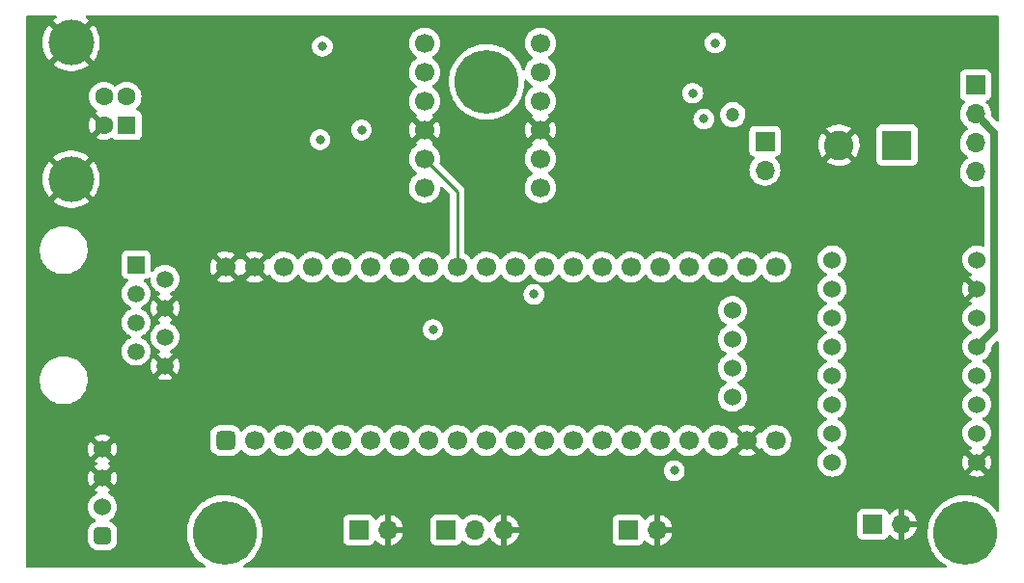
<source format=gbl>
G04 #@! TF.GenerationSoftware,KiCad,Pcbnew,(6.0.6)*
G04 #@! TF.CreationDate,2022-07-11T11:59:08+03:00*
G04 #@! TF.ProjectId,RegulusFocuser-V1.1,52656775-6c75-4734-966f-63757365722d,rev?*
G04 #@! TF.SameCoordinates,Original*
G04 #@! TF.FileFunction,Copper,L4,Bot*
G04 #@! TF.FilePolarity,Positive*
%FSLAX46Y46*%
G04 Gerber Fmt 4.6, Leading zero omitted, Abs format (unit mm)*
G04 Created by KiCad (PCBNEW (6.0.6)) date 2022-07-11 11:59:08*
%MOMM*%
%LPD*%
G01*
G04 APERTURE LIST*
G04 Aperture macros list*
%AMRoundRect*
0 Rectangle with rounded corners*
0 $1 Rounding radius*
0 $2 $3 $4 $5 $6 $7 $8 $9 X,Y pos of 4 corners*
0 Add a 4 corners polygon primitive as box body*
4,1,4,$2,$3,$4,$5,$6,$7,$8,$9,$2,$3,0*
0 Add four circle primitives for the rounded corners*
1,1,$1+$1,$2,$3*
1,1,$1+$1,$4,$5*
1,1,$1+$1,$6,$7*
1,1,$1+$1,$8,$9*
0 Add four rect primitives between the rounded corners*
20,1,$1+$1,$2,$3,$4,$5,0*
20,1,$1+$1,$4,$5,$6,$7,0*
20,1,$1+$1,$6,$7,$8,$9,0*
20,1,$1+$1,$8,$9,$2,$3,0*%
G04 Aperture macros list end*
G04 #@! TA.AperFunction,ComponentPad*
%ADD10RoundRect,0.425000X-0.425000X0.425000X-0.425000X-0.425000X0.425000X-0.425000X0.425000X0.425000X0*%
G04 #@! TD*
G04 #@! TA.AperFunction,ComponentPad*
%ADD11C,1.700000*%
G04 #@! TD*
G04 #@! TA.AperFunction,ComponentPad*
%ADD12C,1.524000*%
G04 #@! TD*
G04 #@! TA.AperFunction,ComponentPad*
%ADD13C,5.600000*%
G04 #@! TD*
G04 #@! TA.AperFunction,ComponentPad*
%ADD14R,1.600000X1.600000*%
G04 #@! TD*
G04 #@! TA.AperFunction,ComponentPad*
%ADD15C,1.600000*%
G04 #@! TD*
G04 #@! TA.AperFunction,ComponentPad*
%ADD16C,4.000000*%
G04 #@! TD*
G04 #@! TA.AperFunction,ComponentPad*
%ADD17R,1.700000X1.700000*%
G04 #@! TD*
G04 #@! TA.AperFunction,ComponentPad*
%ADD18O,1.700000X1.700000*%
G04 #@! TD*
G04 #@! TA.AperFunction,ComponentPad*
%ADD19R,1.500000X1.500000*%
G04 #@! TD*
G04 #@! TA.AperFunction,ComponentPad*
%ADD20C,1.500000*%
G04 #@! TD*
G04 #@! TA.AperFunction,ComponentPad*
%ADD21R,2.600000X2.600000*%
G04 #@! TD*
G04 #@! TA.AperFunction,ComponentPad*
%ADD22C,2.600000*%
G04 #@! TD*
G04 #@! TA.AperFunction,ComponentPad*
%ADD23RoundRect,0.381000X0.381000X0.381000X-0.381000X0.381000X-0.381000X-0.381000X0.381000X-0.381000X0*%
G04 #@! TD*
G04 #@! TA.AperFunction,ViaPad*
%ADD24C,1.200000*%
G04 #@! TD*
G04 #@! TA.AperFunction,ViaPad*
%ADD25C,0.800000*%
G04 #@! TD*
G04 #@! TA.AperFunction,Conductor*
%ADD26C,0.700000*%
G04 #@! TD*
G04 #@! TA.AperFunction,Conductor*
%ADD27C,0.250000*%
G04 #@! TD*
G04 APERTURE END LIST*
D10*
X117094000Y-103886000D03*
D11*
X119634000Y-103886000D03*
X122174000Y-103886000D03*
X124714000Y-103886000D03*
X127254000Y-103886000D03*
X129794000Y-103886000D03*
X132334000Y-103886000D03*
X134874000Y-103886000D03*
X137414000Y-103886000D03*
X139954000Y-103886000D03*
X142494000Y-103886000D03*
X145034000Y-103886000D03*
X147574000Y-103886000D03*
X150114000Y-103886000D03*
X152654000Y-103886000D03*
X155194000Y-103886000D03*
X157734000Y-103886000D03*
X160274000Y-103886000D03*
X162814000Y-103886000D03*
X165354000Y-103886000D03*
X165354000Y-88646000D03*
X162814000Y-88646000D03*
X160274000Y-88646000D03*
X157734000Y-88646000D03*
X155194000Y-88646000D03*
X152654000Y-88646000D03*
X150114000Y-88646000D03*
X147574000Y-88646000D03*
X145034000Y-88646000D03*
X142494000Y-88646000D03*
X139954000Y-88646000D03*
X137414000Y-88646000D03*
X134874000Y-88646000D03*
X132334000Y-88646000D03*
X129794000Y-88646000D03*
X127254000Y-88646000D03*
X124714000Y-88646000D03*
X122174000Y-88646000D03*
X119634000Y-88646000D03*
X117094000Y-88646000D03*
D12*
X161544000Y-100076000D03*
X161544000Y-97536000D03*
X161544000Y-94996000D03*
X161544000Y-92456000D03*
D13*
X140000000Y-72381000D03*
D11*
X134543800Y-68961000D03*
X134543800Y-71501000D03*
X134543800Y-74041000D03*
X134543800Y-76581000D03*
X134543800Y-79121000D03*
X134543800Y-81661000D03*
X144703800Y-81661000D03*
X144703800Y-79121000D03*
X144703800Y-76581000D03*
X144703800Y-74041000D03*
X144703800Y-71501000D03*
X144703800Y-68961000D03*
D13*
X117000000Y-112000000D03*
D14*
X108407500Y-76180000D03*
D15*
X108407500Y-73680000D03*
X106407500Y-73680000D03*
X106407500Y-76180000D03*
D16*
X103547500Y-80930000D03*
X103547500Y-68930000D03*
D17*
X164405000Y-77592000D03*
D18*
X164405000Y-80132000D03*
D17*
X128778000Y-111760000D03*
D18*
X131318000Y-111760000D03*
D17*
X173858000Y-111252000D03*
D18*
X176398000Y-111252000D03*
D19*
X109240000Y-88427500D03*
D20*
X111780000Y-89697500D03*
X109240000Y-90967500D03*
X111780000Y-92237500D03*
X109240000Y-93507500D03*
X111780000Y-94777500D03*
X109240000Y-96047500D03*
X111780000Y-97317500D03*
D12*
X170307000Y-88011000D03*
X170307000Y-90551000D03*
X170307000Y-93091000D03*
X170307000Y-95631000D03*
X170307000Y-98171000D03*
X170307000Y-100711000D03*
X170307000Y-103251000D03*
X170307000Y-105791000D03*
X183007000Y-105791000D03*
X183007000Y-103251000D03*
X183007000Y-100711000D03*
X183007000Y-98171000D03*
X183007000Y-95631000D03*
X183007000Y-93091000D03*
X183007000Y-90551000D03*
X183007000Y-88011000D03*
D21*
X175982000Y-77930000D03*
D22*
X170902000Y-77930000D03*
D13*
X182000000Y-112000000D03*
D17*
X152400000Y-111760000D03*
D18*
X154940000Y-111760000D03*
D17*
X136413000Y-111760000D03*
D18*
X138953000Y-111760000D03*
X141493000Y-111760000D03*
D12*
X106299000Y-109728000D03*
D23*
X106299000Y-112268000D03*
D12*
X106299000Y-107188000D03*
X106299000Y-104648000D03*
D17*
X182880000Y-72654000D03*
D18*
X182880000Y-75194000D03*
X182880000Y-77734000D03*
X182880000Y-80274000D03*
D24*
X164185600Y-75260200D03*
X154787600Y-76631800D03*
D25*
X118440200Y-71907400D03*
D24*
X129286000Y-73152000D03*
D25*
X125577600Y-69240400D03*
X158078200Y-73375700D03*
X144144900Y-91043800D03*
X159047600Y-75637900D03*
X160038700Y-68952100D03*
X135279600Y-94141700D03*
X156456100Y-106523200D03*
X129016200Y-76595200D03*
X125384300Y-77452900D03*
D24*
X161588500Y-75265400D03*
D26*
X184520100Y-94117900D02*
X183007000Y-95631000D01*
X184520100Y-76834100D02*
X184520100Y-94117900D01*
X182880000Y-75194000D02*
X184520100Y-76834100D01*
D27*
X137414000Y-81991200D02*
X137414000Y-88646000D01*
X134543800Y-79121000D02*
X137414000Y-81991200D01*
G04 #@! TA.AperFunction,Conductor*
G36*
X102250835Y-66568502D02*
G01*
X102297328Y-66622158D01*
X102307432Y-66692432D01*
X102277938Y-66757012D01*
X102243415Y-66784915D01*
X102204462Y-66806330D01*
X102197781Y-66810570D01*
X101974677Y-66972664D01*
X101966254Y-66983587D01*
X101973158Y-66996448D01*
X103534688Y-68557978D01*
X103548632Y-68565592D01*
X103550465Y-68565461D01*
X103557080Y-68561210D01*
X105122166Y-66996124D01*
X105128779Y-66984013D01*
X105119952Y-66972395D01*
X104897219Y-66810570D01*
X104890538Y-66806330D01*
X104851585Y-66784915D01*
X104801526Y-66734569D01*
X104786633Y-66665152D01*
X104811634Y-66598703D01*
X104868591Y-66556319D01*
X104912286Y-66548500D01*
X184785500Y-66548500D01*
X184853621Y-66568502D01*
X184900114Y-66622158D01*
X184911500Y-66674500D01*
X184911500Y-75707207D01*
X184891498Y-75775328D01*
X184837842Y-75821821D01*
X184767568Y-75831925D01*
X184702988Y-75802431D01*
X184696405Y-75796302D01*
X184276062Y-75375959D01*
X184242036Y-75313647D01*
X184240235Y-75270416D01*
X184241529Y-75260590D01*
X184242109Y-75236839D01*
X184243074Y-75197365D01*
X184243074Y-75197361D01*
X184243156Y-75194000D01*
X184224852Y-74971361D01*
X184170431Y-74754702D01*
X184081354Y-74549840D01*
X183986120Y-74402630D01*
X183962822Y-74366617D01*
X183962820Y-74366614D01*
X183960014Y-74362277D01*
X183956532Y-74358450D01*
X183812798Y-74200488D01*
X183781746Y-74136642D01*
X183790141Y-74066143D01*
X183835317Y-74011375D01*
X183861761Y-73997706D01*
X183968297Y-73957767D01*
X183976705Y-73954615D01*
X184093261Y-73867261D01*
X184180615Y-73750705D01*
X184231745Y-73614316D01*
X184238500Y-73552134D01*
X184238500Y-71755866D01*
X184231745Y-71693684D01*
X184180615Y-71557295D01*
X184093261Y-71440739D01*
X183976705Y-71353385D01*
X183840316Y-71302255D01*
X183778134Y-71295500D01*
X181981866Y-71295500D01*
X181919684Y-71302255D01*
X181783295Y-71353385D01*
X181666739Y-71440739D01*
X181579385Y-71557295D01*
X181528255Y-71693684D01*
X181521500Y-71755866D01*
X181521500Y-73552134D01*
X181528255Y-73614316D01*
X181579385Y-73750705D01*
X181666739Y-73867261D01*
X181783295Y-73954615D01*
X181791704Y-73957767D01*
X181791705Y-73957768D01*
X181900451Y-73998535D01*
X181957216Y-74041176D01*
X181981916Y-74107738D01*
X181966709Y-74177087D01*
X181947316Y-74203568D01*
X181832287Y-74323939D01*
X181820629Y-74336138D01*
X181694743Y-74520680D01*
X181648829Y-74619593D01*
X181616654Y-74688910D01*
X181600688Y-74723305D01*
X181540989Y-74938570D01*
X181517251Y-75160695D01*
X181517548Y-75165848D01*
X181517548Y-75165851D01*
X181526281Y-75317311D01*
X181530110Y-75383715D01*
X181531247Y-75388761D01*
X181531248Y-75388767D01*
X181549057Y-75467789D01*
X181579222Y-75601639D01*
X181633877Y-75736239D01*
X181660755Y-75802431D01*
X181663266Y-75808616D01*
X181678443Y-75833382D01*
X181773436Y-75988397D01*
X181779987Y-75999088D01*
X181926250Y-76167938D01*
X182098126Y-76310632D01*
X182115323Y-76320681D01*
X182171445Y-76353476D01*
X182220169Y-76405114D01*
X182233240Y-76474897D01*
X182206509Y-76540669D01*
X182166055Y-76574027D01*
X182158356Y-76578035D01*
X182153607Y-76580507D01*
X182149474Y-76583610D01*
X182149471Y-76583612D01*
X181979100Y-76711530D01*
X181974965Y-76714635D01*
X181971393Y-76718373D01*
X181840946Y-76854878D01*
X181820629Y-76876138D01*
X181817715Y-76880410D01*
X181817714Y-76880411D01*
X181789566Y-76921674D01*
X181694743Y-77060680D01*
X181655419Y-77145397D01*
X181603757Y-77256694D01*
X181600688Y-77263305D01*
X181540989Y-77478570D01*
X181517251Y-77700695D01*
X181517548Y-77705848D01*
X181517548Y-77705851D01*
X181528005Y-77887211D01*
X181530110Y-77923715D01*
X181531247Y-77928761D01*
X181531248Y-77928767D01*
X181538457Y-77960754D01*
X181579222Y-78141639D01*
X181663266Y-78348616D01*
X181665965Y-78353020D01*
X181741842Y-78476840D01*
X181779987Y-78539088D01*
X181926250Y-78707938D01*
X182026135Y-78790864D01*
X182091657Y-78845261D01*
X182098126Y-78850632D01*
X182160755Y-78887229D01*
X182171445Y-78893476D01*
X182220169Y-78945114D01*
X182233240Y-79014897D01*
X182206509Y-79080669D01*
X182166055Y-79114027D01*
X182153607Y-79120507D01*
X182149474Y-79123610D01*
X182149471Y-79123612D01*
X181979100Y-79251530D01*
X181974965Y-79254635D01*
X181955774Y-79274717D01*
X181832287Y-79403939D01*
X181820629Y-79416138D01*
X181817715Y-79420410D01*
X181817714Y-79420411D01*
X181784061Y-79469745D01*
X181694743Y-79600680D01*
X181654232Y-79687954D01*
X181635193Y-79728971D01*
X181600688Y-79803305D01*
X181540989Y-80018570D01*
X181517251Y-80240695D01*
X181517548Y-80245848D01*
X181517548Y-80245851D01*
X181529812Y-80458547D01*
X181530110Y-80463715D01*
X181531247Y-80468761D01*
X181531248Y-80468767D01*
X181539979Y-80507507D01*
X181579222Y-80681639D01*
X181663266Y-80888616D01*
X181689320Y-80931132D01*
X181741842Y-81016840D01*
X181779987Y-81079088D01*
X181926250Y-81247938D01*
X181995190Y-81305173D01*
X182091657Y-81385261D01*
X182098126Y-81390632D01*
X182291000Y-81503338D01*
X182499692Y-81583030D01*
X182504760Y-81584061D01*
X182504763Y-81584062D01*
X182582305Y-81599838D01*
X182718597Y-81627567D01*
X182723772Y-81627757D01*
X182723774Y-81627757D01*
X182936673Y-81635564D01*
X182936677Y-81635564D01*
X182941837Y-81635753D01*
X182946957Y-81635097D01*
X182946959Y-81635097D01*
X183158288Y-81608025D01*
X183158289Y-81608025D01*
X183163416Y-81607368D01*
X183236249Y-81585517D01*
X183372429Y-81544661D01*
X183372434Y-81544659D01*
X183377384Y-81543174D01*
X183480170Y-81492820D01*
X183550142Y-81480814D01*
X183615499Y-81508544D01*
X183655489Y-81567207D01*
X183661600Y-81605972D01*
X183661600Y-86716623D01*
X183641598Y-86784744D01*
X183587942Y-86831237D01*
X183517668Y-86841341D01*
X183482350Y-86830818D01*
X183448178Y-86814883D01*
X183448177Y-86814882D01*
X183443196Y-86812560D01*
X183437888Y-86811138D01*
X183437886Y-86811137D01*
X183339386Y-86784744D01*
X183228463Y-86755022D01*
X183007000Y-86735647D01*
X182785537Y-86755022D01*
X182674614Y-86784744D01*
X182576114Y-86811137D01*
X182576112Y-86811138D01*
X182570804Y-86812560D01*
X182565823Y-86814882D01*
X182565822Y-86814883D01*
X182374311Y-86904186D01*
X182374306Y-86904189D01*
X182369324Y-86906512D01*
X182364817Y-86909668D01*
X182364815Y-86909669D01*
X182191730Y-87030864D01*
X182191727Y-87030866D01*
X182187219Y-87034023D01*
X182030023Y-87191219D01*
X182026866Y-87195727D01*
X182026864Y-87195730D01*
X181905669Y-87368815D01*
X181902512Y-87373324D01*
X181900189Y-87378306D01*
X181900186Y-87378311D01*
X181827234Y-87534758D01*
X181808560Y-87574804D01*
X181751022Y-87789537D01*
X181731647Y-88011000D01*
X181751022Y-88232463D01*
X181752446Y-88237776D01*
X181800829Y-88418342D01*
X181808560Y-88447196D01*
X181810882Y-88452177D01*
X181810883Y-88452178D01*
X181900186Y-88643689D01*
X181900189Y-88643694D01*
X181902512Y-88648676D01*
X181905668Y-88653183D01*
X181905669Y-88653185D01*
X182008429Y-88799941D01*
X182030023Y-88830781D01*
X182187219Y-88987977D01*
X182191727Y-88991134D01*
X182191730Y-88991136D01*
X182241237Y-89025801D01*
X182369323Y-89115488D01*
X182374305Y-89117811D01*
X182374310Y-89117814D01*
X182479965Y-89167081D01*
X182533250Y-89213998D01*
X182552711Y-89282275D01*
X182532169Y-89350235D01*
X182479965Y-89395471D01*
X182374559Y-89444623D01*
X182365068Y-89450103D01*
X182321235Y-89480794D01*
X182312860Y-89491271D01*
X182319928Y-89504718D01*
X183277115Y-90461905D01*
X183311141Y-90524217D01*
X183306076Y-90595032D01*
X183277115Y-90640095D01*
X182319207Y-91598003D01*
X182312777Y-91609777D01*
X182322074Y-91621793D01*
X182365069Y-91651898D01*
X182374555Y-91657376D01*
X182479965Y-91706529D01*
X182533250Y-91753446D01*
X182552711Y-91821723D01*
X182532169Y-91889683D01*
X182479965Y-91934919D01*
X182374311Y-91984186D01*
X182374306Y-91984189D01*
X182369324Y-91986512D01*
X182364817Y-91989668D01*
X182364815Y-91989669D01*
X182191730Y-92110864D01*
X182191727Y-92110866D01*
X182187219Y-92114023D01*
X182030023Y-92271219D01*
X182026866Y-92275727D01*
X182026864Y-92275730D01*
X181905669Y-92448815D01*
X181902512Y-92453324D01*
X181900189Y-92458306D01*
X181900186Y-92458311D01*
X181829676Y-92609521D01*
X181808560Y-92654804D01*
X181807138Y-92660112D01*
X181807137Y-92660114D01*
X181803313Y-92674387D01*
X181751022Y-92869537D01*
X181731647Y-93091000D01*
X181751022Y-93312463D01*
X181752446Y-93317776D01*
X181802941Y-93506224D01*
X181808560Y-93527196D01*
X181810882Y-93532177D01*
X181810883Y-93532178D01*
X181900186Y-93723689D01*
X181900189Y-93723694D01*
X181902512Y-93728676D01*
X181905668Y-93733183D01*
X181905669Y-93733185D01*
X182016531Y-93891512D01*
X182030023Y-93910781D01*
X182187219Y-94067977D01*
X182191727Y-94071134D01*
X182191730Y-94071136D01*
X182267495Y-94124187D01*
X182369323Y-94195488D01*
X182374305Y-94197811D01*
X182374310Y-94197814D01*
X182479373Y-94246805D01*
X182532658Y-94293722D01*
X182552119Y-94361999D01*
X182531577Y-94429959D01*
X182479373Y-94475195D01*
X182374311Y-94524186D01*
X182374306Y-94524189D01*
X182369324Y-94526512D01*
X182364817Y-94529668D01*
X182364815Y-94529669D01*
X182191730Y-94650864D01*
X182191727Y-94650866D01*
X182187219Y-94654023D01*
X182030023Y-94811219D01*
X182026866Y-94815727D01*
X182026864Y-94815730D01*
X181905669Y-94988815D01*
X181902512Y-94993324D01*
X181900189Y-94998306D01*
X181900186Y-94998311D01*
X181810883Y-95189822D01*
X181808560Y-95194804D01*
X181807138Y-95200112D01*
X181807137Y-95200114D01*
X181803266Y-95214561D01*
X181751022Y-95409537D01*
X181731647Y-95631000D01*
X181751022Y-95852463D01*
X181785329Y-95980498D01*
X181796347Y-96021615D01*
X181808560Y-96067196D01*
X181810882Y-96072177D01*
X181810883Y-96072178D01*
X181900186Y-96263689D01*
X181900189Y-96263694D01*
X181902512Y-96268676D01*
X181905668Y-96273183D01*
X181905669Y-96273185D01*
X182016531Y-96431512D01*
X182030023Y-96450781D01*
X182187219Y-96607977D01*
X182191727Y-96611134D01*
X182191730Y-96611136D01*
X182254822Y-96655313D01*
X182369323Y-96735488D01*
X182374305Y-96737811D01*
X182374310Y-96737814D01*
X182479373Y-96786805D01*
X182532658Y-96833722D01*
X182552119Y-96901999D01*
X182531577Y-96969959D01*
X182479373Y-97015195D01*
X182374311Y-97064186D01*
X182374306Y-97064189D01*
X182369324Y-97066512D01*
X182364817Y-97069668D01*
X182364815Y-97069669D01*
X182191730Y-97190864D01*
X182191727Y-97190866D01*
X182187219Y-97194023D01*
X182030023Y-97351219D01*
X182026866Y-97355727D01*
X182026864Y-97355730D01*
X181905669Y-97528815D01*
X181902512Y-97533324D01*
X181900189Y-97538306D01*
X181900186Y-97538311D01*
X181829676Y-97689521D01*
X181808560Y-97734804D01*
X181807138Y-97740112D01*
X181807137Y-97740114D01*
X181803313Y-97754387D01*
X181751022Y-97949537D01*
X181731647Y-98171000D01*
X181751022Y-98392463D01*
X181808560Y-98607196D01*
X181810882Y-98612177D01*
X181810883Y-98612178D01*
X181900186Y-98803689D01*
X181900189Y-98803694D01*
X181902512Y-98808676D01*
X181905668Y-98813183D01*
X181905669Y-98813185D01*
X182016531Y-98971512D01*
X182030023Y-98990781D01*
X182187219Y-99147977D01*
X182191727Y-99151134D01*
X182191730Y-99151136D01*
X182267495Y-99204187D01*
X182369323Y-99275488D01*
X182374305Y-99277811D01*
X182374310Y-99277814D01*
X182479373Y-99326805D01*
X182532658Y-99373722D01*
X182552119Y-99441999D01*
X182531577Y-99509959D01*
X182479373Y-99555195D01*
X182374311Y-99604186D01*
X182374306Y-99604189D01*
X182369324Y-99606512D01*
X182364817Y-99609668D01*
X182364815Y-99609669D01*
X182191730Y-99730864D01*
X182191727Y-99730866D01*
X182187219Y-99734023D01*
X182030023Y-99891219D01*
X182026866Y-99895727D01*
X182026864Y-99895730D01*
X181905669Y-100068815D01*
X181902512Y-100073324D01*
X181900189Y-100078306D01*
X181900186Y-100078311D01*
X181810883Y-100269822D01*
X181808560Y-100274804D01*
X181807138Y-100280112D01*
X181807137Y-100280114D01*
X181802488Y-100297463D01*
X181751022Y-100489537D01*
X181731647Y-100711000D01*
X181751022Y-100932463D01*
X181808560Y-101147196D01*
X181810882Y-101152177D01*
X181810883Y-101152178D01*
X181900186Y-101343689D01*
X181900189Y-101343694D01*
X181902512Y-101348676D01*
X182030023Y-101530781D01*
X182187219Y-101687977D01*
X182191727Y-101691134D01*
X182191730Y-101691136D01*
X182267495Y-101744187D01*
X182369323Y-101815488D01*
X182374305Y-101817811D01*
X182374310Y-101817814D01*
X182479373Y-101866805D01*
X182532658Y-101913722D01*
X182552119Y-101981999D01*
X182531577Y-102049959D01*
X182479373Y-102095195D01*
X182374311Y-102144186D01*
X182374306Y-102144189D01*
X182369324Y-102146512D01*
X182364817Y-102149668D01*
X182364815Y-102149669D01*
X182191730Y-102270864D01*
X182191727Y-102270866D01*
X182187219Y-102274023D01*
X182030023Y-102431219D01*
X182026866Y-102435727D01*
X182026864Y-102435730D01*
X181923749Y-102582994D01*
X181902512Y-102613324D01*
X181900189Y-102618306D01*
X181900186Y-102618311D01*
X181814339Y-102802411D01*
X181808560Y-102814804D01*
X181751022Y-103029537D01*
X181731647Y-103251000D01*
X181751022Y-103472463D01*
X181752446Y-103477776D01*
X181800829Y-103658342D01*
X181808560Y-103687196D01*
X181810882Y-103692177D01*
X181810883Y-103692178D01*
X181900186Y-103883689D01*
X181900189Y-103883694D01*
X181902512Y-103888676D01*
X181905668Y-103893183D01*
X181905669Y-103893185D01*
X181984711Y-104006068D01*
X182030023Y-104070781D01*
X182187219Y-104227977D01*
X182191727Y-104231134D01*
X182191730Y-104231136D01*
X182255771Y-104275978D01*
X182369323Y-104355488D01*
X182374305Y-104357811D01*
X182374310Y-104357814D01*
X182479965Y-104407081D01*
X182533250Y-104453998D01*
X182552711Y-104522275D01*
X182532169Y-104590235D01*
X182479965Y-104635471D01*
X182374559Y-104684623D01*
X182365068Y-104690103D01*
X182321235Y-104720794D01*
X182312860Y-104731271D01*
X182319928Y-104744718D01*
X182994188Y-105418978D01*
X183008132Y-105426592D01*
X183009965Y-105426461D01*
X183016580Y-105422210D01*
X183694793Y-104743997D01*
X183701223Y-104732223D01*
X183691926Y-104720207D01*
X183648931Y-104690102D01*
X183639445Y-104684624D01*
X183534035Y-104635471D01*
X183480750Y-104588554D01*
X183461289Y-104520277D01*
X183481831Y-104452317D01*
X183534035Y-104407081D01*
X183639690Y-104357814D01*
X183639695Y-104357811D01*
X183644677Y-104355488D01*
X183758229Y-104275978D01*
X183822270Y-104231136D01*
X183822273Y-104231134D01*
X183826781Y-104227977D01*
X183983977Y-104070781D01*
X184029290Y-104006068D01*
X184108331Y-103893185D01*
X184108332Y-103893183D01*
X184111488Y-103888676D01*
X184113811Y-103883694D01*
X184113814Y-103883689D01*
X184203117Y-103692178D01*
X184203118Y-103692177D01*
X184205440Y-103687196D01*
X184213172Y-103658342D01*
X184261554Y-103477776D01*
X184262978Y-103472463D01*
X184282353Y-103251000D01*
X184262978Y-103029537D01*
X184205440Y-102814804D01*
X184199661Y-102802411D01*
X184113814Y-102618311D01*
X184113811Y-102618306D01*
X184111488Y-102613324D01*
X184090251Y-102582994D01*
X183987136Y-102435730D01*
X183987134Y-102435727D01*
X183983977Y-102431219D01*
X183826781Y-102274023D01*
X183822273Y-102270866D01*
X183822270Y-102270864D01*
X183746505Y-102217813D01*
X183644677Y-102146512D01*
X183639695Y-102144189D01*
X183639690Y-102144186D01*
X183534627Y-102095195D01*
X183481342Y-102048278D01*
X183461881Y-101980001D01*
X183482423Y-101912041D01*
X183534627Y-101866805D01*
X183639690Y-101817814D01*
X183639695Y-101817811D01*
X183644677Y-101815488D01*
X183746505Y-101744187D01*
X183822270Y-101691136D01*
X183822273Y-101691134D01*
X183826781Y-101687977D01*
X183983977Y-101530781D01*
X184111488Y-101348676D01*
X184113811Y-101343694D01*
X184113814Y-101343689D01*
X184203117Y-101152178D01*
X184203118Y-101152177D01*
X184205440Y-101147196D01*
X184262978Y-100932463D01*
X184282353Y-100711000D01*
X184262978Y-100489537D01*
X184211512Y-100297463D01*
X184206863Y-100280114D01*
X184206862Y-100280112D01*
X184205440Y-100274804D01*
X184203117Y-100269822D01*
X184113814Y-100078311D01*
X184113811Y-100078306D01*
X184111488Y-100073324D01*
X184108331Y-100068815D01*
X183987136Y-99895730D01*
X183987134Y-99895727D01*
X183983977Y-99891219D01*
X183826781Y-99734023D01*
X183822273Y-99730866D01*
X183822270Y-99730864D01*
X183699806Y-99645114D01*
X183644677Y-99606512D01*
X183639695Y-99604189D01*
X183639690Y-99604186D01*
X183534627Y-99555195D01*
X183481342Y-99508278D01*
X183461881Y-99440001D01*
X183482423Y-99372041D01*
X183534627Y-99326805D01*
X183639690Y-99277814D01*
X183639695Y-99277811D01*
X183644677Y-99275488D01*
X183746505Y-99204187D01*
X183822270Y-99151136D01*
X183822273Y-99151134D01*
X183826781Y-99147977D01*
X183983977Y-98990781D01*
X183997470Y-98971512D01*
X184108331Y-98813185D01*
X184108332Y-98813183D01*
X184111488Y-98808676D01*
X184113811Y-98803694D01*
X184113814Y-98803689D01*
X184203117Y-98612178D01*
X184203118Y-98612177D01*
X184205440Y-98607196D01*
X184262978Y-98392463D01*
X184282353Y-98171000D01*
X184262978Y-97949537D01*
X184210687Y-97754387D01*
X184206863Y-97740114D01*
X184206862Y-97740112D01*
X184205440Y-97734804D01*
X184184324Y-97689521D01*
X184113814Y-97538311D01*
X184113811Y-97538306D01*
X184111488Y-97533324D01*
X184108331Y-97528815D01*
X183987136Y-97355730D01*
X183987134Y-97355727D01*
X183983977Y-97351219D01*
X183826781Y-97194023D01*
X183822273Y-97190866D01*
X183822270Y-97190864D01*
X183697781Y-97103696D01*
X183644677Y-97066512D01*
X183639695Y-97064189D01*
X183639690Y-97064186D01*
X183534627Y-97015195D01*
X183481342Y-96968278D01*
X183461881Y-96900001D01*
X183482423Y-96832041D01*
X183534627Y-96786805D01*
X183639690Y-96737814D01*
X183639695Y-96737811D01*
X183644677Y-96735488D01*
X183759178Y-96655313D01*
X183822270Y-96611136D01*
X183822273Y-96611134D01*
X183826781Y-96607977D01*
X183983977Y-96450781D01*
X183997470Y-96431512D01*
X184108331Y-96273185D01*
X184108332Y-96273183D01*
X184111488Y-96268676D01*
X184113811Y-96263694D01*
X184113814Y-96263689D01*
X184203117Y-96072178D01*
X184203118Y-96072177D01*
X184205440Y-96067196D01*
X184217654Y-96021615D01*
X184228671Y-95980498D01*
X184262978Y-95852463D01*
X184274035Y-95726083D01*
X184281874Y-95636478D01*
X184281874Y-95636475D01*
X184282353Y-95631000D01*
X184281873Y-95625517D01*
X184281873Y-95622425D01*
X184301872Y-95554304D01*
X184318778Y-95533324D01*
X184696405Y-95155697D01*
X184758717Y-95121671D01*
X184829532Y-95126736D01*
X184886368Y-95169283D01*
X184911179Y-95235803D01*
X184911500Y-95244792D01*
X184911500Y-109988101D01*
X184891498Y-110056222D01*
X184837842Y-110102715D01*
X184767568Y-110112819D01*
X184702988Y-110083325D01*
X184681165Y-110058742D01*
X184641105Y-109999574D01*
X184641102Y-109999570D01*
X184639190Y-109996746D01*
X184588513Y-109936989D01*
X184415920Y-109733475D01*
X184407403Y-109723432D01*
X184147454Y-109476750D01*
X183862384Y-109259585D01*
X183859472Y-109257828D01*
X183859467Y-109257825D01*
X183558443Y-109076236D01*
X183558437Y-109076233D01*
X183555528Y-109074478D01*
X183230475Y-108923593D01*
X183060751Y-108866145D01*
X182894255Y-108809789D01*
X182894250Y-108809788D01*
X182891028Y-108808697D01*
X182616631Y-108747864D01*
X182544493Y-108731871D01*
X182544487Y-108731870D01*
X182541158Y-108731132D01*
X182537769Y-108730758D01*
X182537764Y-108730757D01*
X182188338Y-108692180D01*
X182188333Y-108692180D01*
X182184957Y-108691807D01*
X182181558Y-108691801D01*
X182181557Y-108691801D01*
X182012080Y-108691505D01*
X181826592Y-108691182D01*
X181713413Y-108703277D01*
X181473639Y-108728901D01*
X181473631Y-108728902D01*
X181470256Y-108729263D01*
X181120117Y-108805606D01*
X180780271Y-108919317D01*
X180777178Y-108920739D01*
X180777177Y-108920740D01*
X180770974Y-108923593D01*
X180454694Y-109069066D01*
X180451760Y-109070822D01*
X180451758Y-109070823D01*
X180410842Y-109095311D01*
X180147193Y-109253101D01*
X180144467Y-109255163D01*
X180144465Y-109255164D01*
X180088998Y-109297114D01*
X179861367Y-109469270D01*
X179600559Y-109715043D01*
X179598347Y-109717633D01*
X179598345Y-109717635D01*
X179539874Y-109786096D01*
X179367819Y-109987546D01*
X179365900Y-109990358D01*
X179365897Y-109990363D01*
X179320971Y-110056222D01*
X179165871Y-110283591D01*
X178997077Y-110599714D01*
X178863411Y-110932218D01*
X178862491Y-110935492D01*
X178862489Y-110935497D01*
X178771363Y-111259690D01*
X178766437Y-111277213D01*
X178765875Y-111280570D01*
X178765875Y-111280571D01*
X178716965Y-111572850D01*
X178707290Y-111630663D01*
X178686661Y-111988434D01*
X178686833Y-111991829D01*
X178686833Y-111991830D01*
X178688183Y-112018475D01*
X178704792Y-112346340D01*
X178705329Y-112349695D01*
X178705330Y-112349701D01*
X178740408Y-112568699D01*
X178761470Y-112700195D01*
X178856033Y-113045859D01*
X178987374Y-113379288D01*
X179018151Y-113437909D01*
X179043243Y-113485702D01*
X179153957Y-113696582D01*
X179155858Y-113699411D01*
X179155864Y-113699421D01*
X179287008Y-113894582D01*
X179353834Y-113994029D01*
X179584665Y-114268150D01*
X179843751Y-114515738D01*
X180128061Y-114733897D01*
X180281450Y-114827159D01*
X180282567Y-114827838D01*
X180330382Y-114880319D01*
X180342233Y-114950320D01*
X180314358Y-115015615D01*
X180255607Y-115055474D01*
X180217108Y-115061500D01*
X118783227Y-115061500D01*
X118715106Y-115041498D01*
X118668613Y-114987842D01*
X118658509Y-114917568D01*
X118688003Y-114852988D01*
X118718896Y-114827160D01*
X118843207Y-114753350D01*
X119129786Y-114538180D01*
X119391451Y-114293319D01*
X119625140Y-114021630D01*
X119731750Y-113866512D01*
X119826190Y-113729101D01*
X119826195Y-113729094D01*
X119828120Y-113726292D01*
X119829732Y-113723298D01*
X119829737Y-113723290D01*
X119996395Y-113413772D01*
X119998017Y-113410760D01*
X120126629Y-113094025D01*
X120131562Y-113081877D01*
X120131564Y-113081872D01*
X120132842Y-113078724D01*
X120135310Y-113070062D01*
X120213808Y-112794492D01*
X120231020Y-112734070D01*
X120244000Y-112658134D01*
X127419500Y-112658134D01*
X127426255Y-112720316D01*
X127477385Y-112856705D01*
X127564739Y-112973261D01*
X127681295Y-113060615D01*
X127817684Y-113111745D01*
X127879866Y-113118500D01*
X129676134Y-113118500D01*
X129738316Y-113111745D01*
X129874705Y-113060615D01*
X129991261Y-112973261D01*
X130078615Y-112856705D01*
X130101938Y-112794492D01*
X130122798Y-112738848D01*
X130165440Y-112682084D01*
X130232001Y-112657384D01*
X130301350Y-112672592D01*
X130336017Y-112700580D01*
X130361218Y-112729673D01*
X130368580Y-112736883D01*
X130532434Y-112872916D01*
X130540881Y-112878831D01*
X130724756Y-112986279D01*
X130734042Y-112990729D01*
X130933001Y-113066703D01*
X130942899Y-113069579D01*
X131046250Y-113090606D01*
X131060299Y-113089410D01*
X131064000Y-113079065D01*
X131064000Y-113078517D01*
X131572000Y-113078517D01*
X131576064Y-113092359D01*
X131589478Y-113094393D01*
X131596184Y-113093534D01*
X131606262Y-113091392D01*
X131810255Y-113030191D01*
X131819842Y-113026433D01*
X132011095Y-112932739D01*
X132019945Y-112927464D01*
X132193328Y-112803792D01*
X132201200Y-112797139D01*
X132340690Y-112658134D01*
X135054500Y-112658134D01*
X135061255Y-112720316D01*
X135112385Y-112856705D01*
X135199739Y-112973261D01*
X135316295Y-113060615D01*
X135452684Y-113111745D01*
X135514866Y-113118500D01*
X137311134Y-113118500D01*
X137373316Y-113111745D01*
X137509705Y-113060615D01*
X137626261Y-112973261D01*
X137713615Y-112856705D01*
X137735799Y-112797529D01*
X137757598Y-112739382D01*
X137800240Y-112682618D01*
X137866802Y-112657918D01*
X137936150Y-112673126D01*
X137970817Y-112701114D01*
X137999250Y-112733938D01*
X138171126Y-112876632D01*
X138364000Y-112989338D01*
X138572692Y-113069030D01*
X138577760Y-113070061D01*
X138577763Y-113070062D01*
X138672862Y-113089410D01*
X138791597Y-113113567D01*
X138796772Y-113113757D01*
X138796774Y-113113757D01*
X139009673Y-113121564D01*
X139009677Y-113121564D01*
X139014837Y-113121753D01*
X139019957Y-113121097D01*
X139019959Y-113121097D01*
X139231288Y-113094025D01*
X139231289Y-113094025D01*
X139236416Y-113093368D01*
X139241366Y-113091883D01*
X139445429Y-113030661D01*
X139445434Y-113030659D01*
X139450384Y-113029174D01*
X139650994Y-112930896D01*
X139832860Y-112801173D01*
X139839565Y-112794492D01*
X139977152Y-112657384D01*
X139991096Y-112643489D01*
X140032124Y-112586393D01*
X140121453Y-112462077D01*
X140122640Y-112462930D01*
X140169960Y-112419362D01*
X140239897Y-112407145D01*
X140305338Y-112434678D01*
X140333166Y-112466511D01*
X140390694Y-112560388D01*
X140396777Y-112568699D01*
X140536213Y-112729667D01*
X140543580Y-112736883D01*
X140707434Y-112872916D01*
X140715881Y-112878831D01*
X140899756Y-112986279D01*
X140909042Y-112990729D01*
X141108001Y-113066703D01*
X141117899Y-113069579D01*
X141221250Y-113090606D01*
X141235299Y-113089410D01*
X141239000Y-113079065D01*
X141239000Y-113078517D01*
X141747000Y-113078517D01*
X141751064Y-113092359D01*
X141764478Y-113094393D01*
X141771184Y-113093534D01*
X141781262Y-113091392D01*
X141985255Y-113030191D01*
X141994842Y-113026433D01*
X142186095Y-112932739D01*
X142194945Y-112927464D01*
X142368328Y-112803792D01*
X142376200Y-112797139D01*
X142515690Y-112658134D01*
X151041500Y-112658134D01*
X151048255Y-112720316D01*
X151099385Y-112856705D01*
X151186739Y-112973261D01*
X151303295Y-113060615D01*
X151439684Y-113111745D01*
X151501866Y-113118500D01*
X153298134Y-113118500D01*
X153360316Y-113111745D01*
X153496705Y-113060615D01*
X153613261Y-112973261D01*
X153700615Y-112856705D01*
X153723938Y-112794492D01*
X153744798Y-112738848D01*
X153787440Y-112682084D01*
X153854001Y-112657384D01*
X153923350Y-112672592D01*
X153958017Y-112700580D01*
X153983218Y-112729673D01*
X153990580Y-112736883D01*
X154154434Y-112872916D01*
X154162881Y-112878831D01*
X154346756Y-112986279D01*
X154356042Y-112990729D01*
X154555001Y-113066703D01*
X154564899Y-113069579D01*
X154668250Y-113090606D01*
X154682299Y-113089410D01*
X154686000Y-113079065D01*
X154686000Y-113078517D01*
X155194000Y-113078517D01*
X155198064Y-113092359D01*
X155211478Y-113094393D01*
X155218184Y-113093534D01*
X155228262Y-113091392D01*
X155432255Y-113030191D01*
X155441842Y-113026433D01*
X155633095Y-112932739D01*
X155641945Y-112927464D01*
X155815328Y-112803792D01*
X155823200Y-112797139D01*
X155974052Y-112646812D01*
X155980730Y-112638965D01*
X156105003Y-112466020D01*
X156110313Y-112457183D01*
X156204670Y-112266267D01*
X156208469Y-112256672D01*
X156240838Y-112150134D01*
X172499500Y-112150134D01*
X172506255Y-112212316D01*
X172557385Y-112348705D01*
X172644739Y-112465261D01*
X172761295Y-112552615D01*
X172897684Y-112603745D01*
X172959866Y-112610500D01*
X174756134Y-112610500D01*
X174818316Y-112603745D01*
X174954705Y-112552615D01*
X175071261Y-112465261D01*
X175158615Y-112348705D01*
X175202798Y-112230848D01*
X175245440Y-112174084D01*
X175312001Y-112149384D01*
X175381350Y-112164592D01*
X175416017Y-112192580D01*
X175441218Y-112221673D01*
X175448580Y-112228883D01*
X175612434Y-112364916D01*
X175620881Y-112370831D01*
X175804756Y-112478279D01*
X175814042Y-112482729D01*
X176013001Y-112558703D01*
X176022899Y-112561579D01*
X176126250Y-112582606D01*
X176140299Y-112581410D01*
X176144000Y-112571065D01*
X176144000Y-112570517D01*
X176652000Y-112570517D01*
X176656064Y-112584359D01*
X176669478Y-112586393D01*
X176676184Y-112585534D01*
X176686262Y-112583392D01*
X176890255Y-112522191D01*
X176899842Y-112518433D01*
X177091095Y-112424739D01*
X177099945Y-112419464D01*
X177273328Y-112295792D01*
X177281200Y-112289139D01*
X177432052Y-112138812D01*
X177438730Y-112130965D01*
X177563003Y-111958020D01*
X177568313Y-111949183D01*
X177662670Y-111758267D01*
X177666469Y-111748672D01*
X177728377Y-111544910D01*
X177730555Y-111534837D01*
X177731986Y-111523962D01*
X177729775Y-111509778D01*
X177716617Y-111506000D01*
X176670115Y-111506000D01*
X176654876Y-111510475D01*
X176653671Y-111511865D01*
X176652000Y-111519548D01*
X176652000Y-112570517D01*
X176144000Y-112570517D01*
X176144000Y-110979885D01*
X176652000Y-110979885D01*
X176656475Y-110995124D01*
X176657865Y-110996329D01*
X176665548Y-110998000D01*
X177716344Y-110998000D01*
X177729875Y-110994027D01*
X177731180Y-110984947D01*
X177689214Y-110817875D01*
X177685894Y-110808124D01*
X177600972Y-110612814D01*
X177596105Y-110603739D01*
X177480426Y-110424926D01*
X177474136Y-110416757D01*
X177330806Y-110259240D01*
X177323273Y-110252215D01*
X177156139Y-110120222D01*
X177147552Y-110114517D01*
X176961117Y-110011599D01*
X176951705Y-110007369D01*
X176750959Y-109936280D01*
X176740988Y-109933646D01*
X176669837Y-109920972D01*
X176656540Y-109922432D01*
X176652000Y-109936989D01*
X176652000Y-110979885D01*
X176144000Y-110979885D01*
X176144000Y-109935102D01*
X176140082Y-109921758D01*
X176125806Y-109919771D01*
X176087324Y-109925660D01*
X176077288Y-109928051D01*
X175874868Y-109994212D01*
X175865359Y-109998209D01*
X175676463Y-110096542D01*
X175667738Y-110102036D01*
X175497433Y-110229905D01*
X175489726Y-110236748D01*
X175412478Y-110317584D01*
X175350954Y-110353014D01*
X175280042Y-110349557D01*
X175222255Y-110308311D01*
X175203402Y-110274763D01*
X175161767Y-110163703D01*
X175158615Y-110155295D01*
X175071261Y-110038739D01*
X174954705Y-109951385D01*
X174818316Y-109900255D01*
X174756134Y-109893500D01*
X172959866Y-109893500D01*
X172897684Y-109900255D01*
X172761295Y-109951385D01*
X172644739Y-110038739D01*
X172557385Y-110155295D01*
X172506255Y-110291684D01*
X172499500Y-110353866D01*
X172499500Y-112150134D01*
X156240838Y-112150134D01*
X156270377Y-112052910D01*
X156272555Y-112042837D01*
X156273986Y-112031962D01*
X156271775Y-112017778D01*
X156258617Y-112014000D01*
X155212115Y-112014000D01*
X155196876Y-112018475D01*
X155195671Y-112019865D01*
X155194000Y-112027548D01*
X155194000Y-113078517D01*
X154686000Y-113078517D01*
X154686000Y-111487885D01*
X155194000Y-111487885D01*
X155198475Y-111503124D01*
X155199865Y-111504329D01*
X155207548Y-111506000D01*
X156258344Y-111506000D01*
X156271875Y-111502027D01*
X156273180Y-111492947D01*
X156231214Y-111325875D01*
X156227894Y-111316124D01*
X156142972Y-111120814D01*
X156138105Y-111111739D01*
X156022426Y-110932926D01*
X156016136Y-110924757D01*
X155872806Y-110767240D01*
X155865273Y-110760215D01*
X155698139Y-110628222D01*
X155689552Y-110622517D01*
X155503117Y-110519599D01*
X155493705Y-110515369D01*
X155292959Y-110444280D01*
X155282988Y-110441646D01*
X155211837Y-110428972D01*
X155198540Y-110430432D01*
X155194000Y-110444989D01*
X155194000Y-111487885D01*
X154686000Y-111487885D01*
X154686000Y-110443102D01*
X154682082Y-110429758D01*
X154667806Y-110427771D01*
X154629324Y-110433660D01*
X154619288Y-110436051D01*
X154416868Y-110502212D01*
X154407359Y-110506209D01*
X154218463Y-110604542D01*
X154209738Y-110610036D01*
X154039433Y-110737905D01*
X154031726Y-110744748D01*
X153954478Y-110825584D01*
X153892954Y-110861014D01*
X153822042Y-110857557D01*
X153764255Y-110816311D01*
X153745402Y-110782763D01*
X153703767Y-110671703D01*
X153700615Y-110663295D01*
X153613261Y-110546739D01*
X153496705Y-110459385D01*
X153360316Y-110408255D01*
X153298134Y-110401500D01*
X151501866Y-110401500D01*
X151439684Y-110408255D01*
X151303295Y-110459385D01*
X151186739Y-110546739D01*
X151099385Y-110663295D01*
X151048255Y-110799684D01*
X151041500Y-110861866D01*
X151041500Y-112658134D01*
X142515690Y-112658134D01*
X142527052Y-112646812D01*
X142533730Y-112638965D01*
X142658003Y-112466020D01*
X142663313Y-112457183D01*
X142757670Y-112266267D01*
X142761469Y-112256672D01*
X142823377Y-112052910D01*
X142825555Y-112042837D01*
X142826986Y-112031962D01*
X142824775Y-112017778D01*
X142811617Y-112014000D01*
X141765115Y-112014000D01*
X141749876Y-112018475D01*
X141748671Y-112019865D01*
X141747000Y-112027548D01*
X141747000Y-113078517D01*
X141239000Y-113078517D01*
X141239000Y-111487885D01*
X141747000Y-111487885D01*
X141751475Y-111503124D01*
X141752865Y-111504329D01*
X141760548Y-111506000D01*
X142811344Y-111506000D01*
X142824875Y-111502027D01*
X142826180Y-111492947D01*
X142784214Y-111325875D01*
X142780894Y-111316124D01*
X142695972Y-111120814D01*
X142691105Y-111111739D01*
X142575426Y-110932926D01*
X142569136Y-110924757D01*
X142425806Y-110767240D01*
X142418273Y-110760215D01*
X142251139Y-110628222D01*
X142242552Y-110622517D01*
X142056117Y-110519599D01*
X142046705Y-110515369D01*
X141845959Y-110444280D01*
X141835988Y-110441646D01*
X141764837Y-110428972D01*
X141751540Y-110430432D01*
X141747000Y-110444989D01*
X141747000Y-111487885D01*
X141239000Y-111487885D01*
X141239000Y-110443102D01*
X141235082Y-110429758D01*
X141220806Y-110427771D01*
X141182324Y-110433660D01*
X141172288Y-110436051D01*
X140969868Y-110502212D01*
X140960359Y-110506209D01*
X140771463Y-110604542D01*
X140762738Y-110610036D01*
X140592433Y-110737905D01*
X140584726Y-110744748D01*
X140437590Y-110898717D01*
X140431109Y-110906722D01*
X140326498Y-111060074D01*
X140271587Y-111105076D01*
X140201062Y-111113247D01*
X140137315Y-111081993D01*
X140116618Y-111057509D01*
X140035822Y-110932617D01*
X140035820Y-110932614D01*
X140033014Y-110928277D01*
X139882670Y-110763051D01*
X139878619Y-110759852D01*
X139878615Y-110759848D01*
X139711414Y-110627800D01*
X139711410Y-110627798D01*
X139707359Y-110624598D01*
X139671028Y-110604542D01*
X139655136Y-110595769D01*
X139511789Y-110516638D01*
X139506920Y-110514914D01*
X139506916Y-110514912D01*
X139306087Y-110443795D01*
X139306083Y-110443794D01*
X139301212Y-110442069D01*
X139296119Y-110441162D01*
X139296116Y-110441161D01*
X139086373Y-110403800D01*
X139086367Y-110403799D01*
X139081284Y-110402894D01*
X139007452Y-110401992D01*
X138863081Y-110400228D01*
X138863079Y-110400228D01*
X138857911Y-110400165D01*
X138637091Y-110433955D01*
X138424756Y-110503357D01*
X138226607Y-110606507D01*
X138222474Y-110609610D01*
X138222471Y-110609612D01*
X138052100Y-110737530D01*
X138047965Y-110740635D01*
X137975648Y-110816311D01*
X137967283Y-110825064D01*
X137905759Y-110860494D01*
X137834846Y-110857037D01*
X137777060Y-110815791D01*
X137758207Y-110782243D01*
X137716767Y-110671703D01*
X137713615Y-110663295D01*
X137626261Y-110546739D01*
X137509705Y-110459385D01*
X137373316Y-110408255D01*
X137311134Y-110401500D01*
X135514866Y-110401500D01*
X135452684Y-110408255D01*
X135316295Y-110459385D01*
X135199739Y-110546739D01*
X135112385Y-110663295D01*
X135061255Y-110799684D01*
X135054500Y-110861866D01*
X135054500Y-112658134D01*
X132340690Y-112658134D01*
X132352052Y-112646812D01*
X132358730Y-112638965D01*
X132483003Y-112466020D01*
X132488313Y-112457183D01*
X132582670Y-112266267D01*
X132586469Y-112256672D01*
X132648377Y-112052910D01*
X132650555Y-112042837D01*
X132651986Y-112031962D01*
X132649775Y-112017778D01*
X132636617Y-112014000D01*
X131590115Y-112014000D01*
X131574876Y-112018475D01*
X131573671Y-112019865D01*
X131572000Y-112027548D01*
X131572000Y-113078517D01*
X131064000Y-113078517D01*
X131064000Y-111487885D01*
X131572000Y-111487885D01*
X131576475Y-111503124D01*
X131577865Y-111504329D01*
X131585548Y-111506000D01*
X132636344Y-111506000D01*
X132649875Y-111502027D01*
X132651180Y-111492947D01*
X132609214Y-111325875D01*
X132605894Y-111316124D01*
X132520972Y-111120814D01*
X132516105Y-111111739D01*
X132400426Y-110932926D01*
X132394136Y-110924757D01*
X132250806Y-110767240D01*
X132243273Y-110760215D01*
X132076139Y-110628222D01*
X132067552Y-110622517D01*
X131881117Y-110519599D01*
X131871705Y-110515369D01*
X131670959Y-110444280D01*
X131660988Y-110441646D01*
X131589837Y-110428972D01*
X131576540Y-110430432D01*
X131572000Y-110444989D01*
X131572000Y-111487885D01*
X131064000Y-111487885D01*
X131064000Y-110443102D01*
X131060082Y-110429758D01*
X131045806Y-110427771D01*
X131007324Y-110433660D01*
X130997288Y-110436051D01*
X130794868Y-110502212D01*
X130785359Y-110506209D01*
X130596463Y-110604542D01*
X130587738Y-110610036D01*
X130417433Y-110737905D01*
X130409726Y-110744748D01*
X130332478Y-110825584D01*
X130270954Y-110861014D01*
X130200042Y-110857557D01*
X130142255Y-110816311D01*
X130123402Y-110782763D01*
X130081767Y-110671703D01*
X130078615Y-110663295D01*
X129991261Y-110546739D01*
X129874705Y-110459385D01*
X129738316Y-110408255D01*
X129676134Y-110401500D01*
X127879866Y-110401500D01*
X127817684Y-110408255D01*
X127681295Y-110459385D01*
X127564739Y-110546739D01*
X127477385Y-110663295D01*
X127426255Y-110799684D01*
X127419500Y-110861866D01*
X127419500Y-112658134D01*
X120244000Y-112658134D01*
X120258977Y-112570517D01*
X120290829Y-112384175D01*
X120290829Y-112384173D01*
X120291401Y-112380828D01*
X120292013Y-112370831D01*
X120313168Y-112024928D01*
X120313278Y-112023131D01*
X120313359Y-112000000D01*
X120293979Y-111642159D01*
X120236066Y-111288505D01*
X120140297Y-110943173D01*
X120137243Y-110935497D01*
X120013521Y-110624598D01*
X120007793Y-110610205D01*
X119919940Y-110444280D01*
X119841702Y-110296513D01*
X119841698Y-110296506D01*
X119840103Y-110293494D01*
X119639190Y-109996746D01*
X119588513Y-109936989D01*
X119415920Y-109733475D01*
X119407403Y-109723432D01*
X119147454Y-109476750D01*
X118862384Y-109259585D01*
X118859472Y-109257828D01*
X118859467Y-109257825D01*
X118558443Y-109076236D01*
X118558437Y-109076233D01*
X118555528Y-109074478D01*
X118230475Y-108923593D01*
X118060751Y-108866145D01*
X117894255Y-108809789D01*
X117894250Y-108809788D01*
X117891028Y-108808697D01*
X117616631Y-108747864D01*
X117544493Y-108731871D01*
X117544487Y-108731870D01*
X117541158Y-108731132D01*
X117537769Y-108730758D01*
X117537764Y-108730757D01*
X117188338Y-108692180D01*
X117188333Y-108692180D01*
X117184957Y-108691807D01*
X117181558Y-108691801D01*
X117181557Y-108691801D01*
X117012080Y-108691505D01*
X116826592Y-108691182D01*
X116713413Y-108703277D01*
X116473639Y-108728901D01*
X116473631Y-108728902D01*
X116470256Y-108729263D01*
X116120117Y-108805606D01*
X115780271Y-108919317D01*
X115777178Y-108920739D01*
X115777177Y-108920740D01*
X115770974Y-108923593D01*
X115454694Y-109069066D01*
X115451760Y-109070822D01*
X115451758Y-109070823D01*
X115410842Y-109095311D01*
X115147193Y-109253101D01*
X115144467Y-109255163D01*
X115144465Y-109255164D01*
X115088998Y-109297114D01*
X114861367Y-109469270D01*
X114600559Y-109715043D01*
X114598347Y-109717633D01*
X114598345Y-109717635D01*
X114539874Y-109786096D01*
X114367819Y-109987546D01*
X114365900Y-109990358D01*
X114365897Y-109990363D01*
X114320971Y-110056222D01*
X114165871Y-110283591D01*
X113997077Y-110599714D01*
X113863411Y-110932218D01*
X113862491Y-110935492D01*
X113862489Y-110935497D01*
X113771363Y-111259690D01*
X113766437Y-111277213D01*
X113765875Y-111280570D01*
X113765875Y-111280571D01*
X113716965Y-111572850D01*
X113707290Y-111630663D01*
X113686661Y-111988434D01*
X113686833Y-111991829D01*
X113686833Y-111991830D01*
X113688183Y-112018475D01*
X113704792Y-112346340D01*
X113705329Y-112349695D01*
X113705330Y-112349701D01*
X113740408Y-112568699D01*
X113761470Y-112700195D01*
X113856033Y-113045859D01*
X113987374Y-113379288D01*
X114018151Y-113437909D01*
X114043243Y-113485702D01*
X114153957Y-113696582D01*
X114155858Y-113699411D01*
X114155864Y-113699421D01*
X114287008Y-113894582D01*
X114353834Y-113994029D01*
X114584665Y-114268150D01*
X114843751Y-114515738D01*
X115128061Y-114733897D01*
X115281450Y-114827159D01*
X115282567Y-114827838D01*
X115330382Y-114880319D01*
X115342233Y-114950320D01*
X115314358Y-115015615D01*
X115255607Y-115055474D01*
X115217108Y-115061500D01*
X99694500Y-115061500D01*
X99626379Y-115041498D01*
X99579886Y-114987842D01*
X99568500Y-114935500D01*
X99568500Y-109728000D01*
X105023647Y-109728000D01*
X105043022Y-109949463D01*
X105100560Y-110164196D01*
X105102882Y-110169177D01*
X105102883Y-110169178D01*
X105192186Y-110360689D01*
X105192189Y-110360694D01*
X105194512Y-110365676D01*
X105197668Y-110370183D01*
X105197669Y-110370185D01*
X105317526Y-110541358D01*
X105322023Y-110547781D01*
X105479219Y-110704977D01*
X105483727Y-110708134D01*
X105483730Y-110708136D01*
X105649049Y-110823894D01*
X105693377Y-110879351D01*
X105700686Y-110949971D01*
X105668655Y-111013331D01*
X105609388Y-111048814D01*
X105603852Y-111050297D01*
X105603847Y-111050299D01*
X105597476Y-111052006D01*
X105430875Y-111136893D01*
X105285564Y-111254564D01*
X105167893Y-111399875D01*
X105083006Y-111566476D01*
X105034612Y-111747085D01*
X105028500Y-111824742D01*
X105028500Y-112711258D01*
X105028693Y-112713706D01*
X105028693Y-112713714D01*
X105033716Y-112777534D01*
X105034612Y-112788915D01*
X105036105Y-112794488D01*
X105036106Y-112794492D01*
X105058705Y-112878831D01*
X105083006Y-112969524D01*
X105167893Y-113136125D01*
X105285564Y-113281436D01*
X105290690Y-113285587D01*
X105406401Y-113379288D01*
X105430875Y-113399107D01*
X105597476Y-113483994D01*
X105603849Y-113485702D01*
X105603850Y-113485702D01*
X105772508Y-113530894D01*
X105772512Y-113530895D01*
X105778085Y-113532388D01*
X105783841Y-113532841D01*
X105853286Y-113538307D01*
X105853294Y-113538307D01*
X105855742Y-113538500D01*
X106742258Y-113538500D01*
X106744706Y-113538307D01*
X106744714Y-113538307D01*
X106814159Y-113532841D01*
X106819915Y-113532388D01*
X106825488Y-113530895D01*
X106825492Y-113530894D01*
X106994150Y-113485702D01*
X106994151Y-113485702D01*
X107000524Y-113483994D01*
X107167125Y-113399107D01*
X107191600Y-113379288D01*
X107307310Y-113285587D01*
X107312436Y-113281436D01*
X107430107Y-113136125D01*
X107514994Y-112969524D01*
X107539295Y-112878831D01*
X107561894Y-112794492D01*
X107561895Y-112794488D01*
X107563388Y-112788915D01*
X107564284Y-112777534D01*
X107569307Y-112713714D01*
X107569307Y-112713706D01*
X107569500Y-112711258D01*
X107569500Y-111824742D01*
X107563388Y-111747085D01*
X107514994Y-111566476D01*
X107430107Y-111399875D01*
X107312436Y-111254564D01*
X107167125Y-111136893D01*
X107000524Y-111052006D01*
X106994153Y-111050299D01*
X106994148Y-111050297D01*
X106988612Y-111048814D01*
X106927989Y-111011863D01*
X106896967Y-110948002D01*
X106905395Y-110877508D01*
X106948951Y-110823894D01*
X107114270Y-110708136D01*
X107114273Y-110708134D01*
X107118781Y-110704977D01*
X107275977Y-110547781D01*
X107280475Y-110541358D01*
X107400331Y-110370185D01*
X107400332Y-110370183D01*
X107403488Y-110365676D01*
X107405811Y-110360694D01*
X107405814Y-110360689D01*
X107495117Y-110169178D01*
X107495118Y-110169177D01*
X107497440Y-110164196D01*
X107554978Y-109949463D01*
X107574353Y-109728000D01*
X107554978Y-109506537D01*
X107497440Y-109291804D01*
X107481595Y-109257825D01*
X107405814Y-109095311D01*
X107405811Y-109095306D01*
X107403488Y-109090324D01*
X107400331Y-109085815D01*
X107279136Y-108912730D01*
X107279134Y-108912727D01*
X107275977Y-108908219D01*
X107118781Y-108751023D01*
X107114273Y-108747866D01*
X107114270Y-108747864D01*
X107033319Y-108691182D01*
X106936677Y-108623512D01*
X106931695Y-108621189D01*
X106931690Y-108621186D01*
X106826035Y-108571919D01*
X106772750Y-108525002D01*
X106753289Y-108456725D01*
X106773831Y-108388765D01*
X106826035Y-108343529D01*
X106931445Y-108294376D01*
X106940931Y-108288898D01*
X106984764Y-108258207D01*
X106993139Y-108247729D01*
X106986071Y-108234281D01*
X106311812Y-107560022D01*
X106297868Y-107552408D01*
X106296035Y-107552539D01*
X106289420Y-107556790D01*
X105611207Y-108235003D01*
X105604777Y-108246777D01*
X105614074Y-108258793D01*
X105657069Y-108288898D01*
X105666555Y-108294376D01*
X105771965Y-108343529D01*
X105825250Y-108390446D01*
X105844711Y-108458723D01*
X105824169Y-108526683D01*
X105771965Y-108571919D01*
X105666311Y-108621186D01*
X105666306Y-108621189D01*
X105661324Y-108623512D01*
X105656817Y-108626668D01*
X105656815Y-108626669D01*
X105483730Y-108747864D01*
X105483727Y-108747866D01*
X105479219Y-108751023D01*
X105322023Y-108908219D01*
X105318866Y-108912727D01*
X105318864Y-108912730D01*
X105197669Y-109085815D01*
X105194512Y-109090324D01*
X105192189Y-109095306D01*
X105192186Y-109095311D01*
X105116405Y-109257825D01*
X105100560Y-109291804D01*
X105043022Y-109506537D01*
X105023647Y-109728000D01*
X99568500Y-109728000D01*
X99568500Y-107193475D01*
X105024628Y-107193475D01*
X105043038Y-107403896D01*
X105044941Y-107414691D01*
X105099609Y-107618715D01*
X105103355Y-107629007D01*
X105192623Y-107820441D01*
X105198103Y-107829932D01*
X105228794Y-107873765D01*
X105239271Y-107882140D01*
X105252718Y-107875072D01*
X105926978Y-107200812D01*
X105933356Y-107189132D01*
X106663408Y-107189132D01*
X106663539Y-107190965D01*
X106667790Y-107197580D01*
X107346003Y-107875793D01*
X107357777Y-107882223D01*
X107369793Y-107872926D01*
X107399897Y-107829932D01*
X107405377Y-107820441D01*
X107494645Y-107629007D01*
X107498391Y-107618715D01*
X107553059Y-107414691D01*
X107554962Y-107403896D01*
X107573372Y-107193475D01*
X107573372Y-107182525D01*
X107554962Y-106972104D01*
X107553059Y-106961309D01*
X107498391Y-106757285D01*
X107494645Y-106746993D01*
X107405377Y-106555559D01*
X107399897Y-106546068D01*
X107383885Y-106523200D01*
X155542596Y-106523200D01*
X155562558Y-106713128D01*
X155621573Y-106894756D01*
X155717060Y-107060144D01*
X155721478Y-107065051D01*
X155721479Y-107065052D01*
X155820646Y-107175188D01*
X155844847Y-107202066D01*
X155999348Y-107314318D01*
X156005376Y-107317002D01*
X156005378Y-107317003D01*
X156167781Y-107389309D01*
X156173812Y-107391994D01*
X156267212Y-107411847D01*
X156354156Y-107430328D01*
X156354161Y-107430328D01*
X156360613Y-107431700D01*
X156551587Y-107431700D01*
X156558039Y-107430328D01*
X156558044Y-107430328D01*
X156644987Y-107411847D01*
X156738388Y-107391994D01*
X156744419Y-107389309D01*
X156906822Y-107317003D01*
X156906824Y-107317002D01*
X156912852Y-107314318D01*
X157067353Y-107202066D01*
X157091554Y-107175188D01*
X157190721Y-107065052D01*
X157190722Y-107065051D01*
X157195140Y-107060144D01*
X157290627Y-106894756D01*
X157349642Y-106713128D01*
X157369604Y-106523200D01*
X157349642Y-106333272D01*
X157290627Y-106151644D01*
X157195140Y-105986256D01*
X157067353Y-105844334D01*
X156993945Y-105791000D01*
X169031647Y-105791000D01*
X169051022Y-106012463D01*
X169108560Y-106227196D01*
X169110882Y-106232177D01*
X169110883Y-106232178D01*
X169200186Y-106423689D01*
X169200189Y-106423694D01*
X169202512Y-106428676D01*
X169205668Y-106433183D01*
X169205669Y-106433185D01*
X169284711Y-106546068D01*
X169330023Y-106610781D01*
X169487219Y-106767977D01*
X169491727Y-106771134D01*
X169491730Y-106771136D01*
X169555771Y-106815978D01*
X169669323Y-106895488D01*
X169674305Y-106897811D01*
X169674310Y-106897814D01*
X169864810Y-106986645D01*
X169870804Y-106989440D01*
X169876112Y-106990862D01*
X169876114Y-106990863D01*
X169941949Y-107008503D01*
X170085537Y-107046978D01*
X170307000Y-107066353D01*
X170528463Y-107046978D01*
X170672051Y-107008503D01*
X170737886Y-106990863D01*
X170737888Y-106990862D01*
X170743196Y-106989440D01*
X170749190Y-106986645D01*
X170939690Y-106897814D01*
X170939695Y-106897811D01*
X170944677Y-106895488D01*
X171009959Y-106849777D01*
X182312777Y-106849777D01*
X182322074Y-106861793D01*
X182365069Y-106891898D01*
X182374555Y-106897376D01*
X182565993Y-106986645D01*
X182576285Y-106990391D01*
X182780309Y-107045059D01*
X182791104Y-107046962D01*
X183001525Y-107065372D01*
X183012475Y-107065372D01*
X183222896Y-107046962D01*
X183233691Y-107045059D01*
X183437715Y-106990391D01*
X183448007Y-106986645D01*
X183639445Y-106897376D01*
X183648931Y-106891898D01*
X183692764Y-106861207D01*
X183701139Y-106850729D01*
X183694071Y-106837281D01*
X183019812Y-106163022D01*
X183005868Y-106155408D01*
X183004035Y-106155539D01*
X182997420Y-106159790D01*
X182319207Y-106838003D01*
X182312777Y-106849777D01*
X171009959Y-106849777D01*
X171058229Y-106815978D01*
X171122270Y-106771136D01*
X171122273Y-106771134D01*
X171126781Y-106767977D01*
X171283977Y-106610781D01*
X171329290Y-106546068D01*
X171408331Y-106433185D01*
X171408332Y-106433183D01*
X171411488Y-106428676D01*
X171413811Y-106423694D01*
X171413814Y-106423689D01*
X171503117Y-106232178D01*
X171503118Y-106232177D01*
X171505440Y-106227196D01*
X171562978Y-106012463D01*
X171581874Y-105796475D01*
X181732628Y-105796475D01*
X181751038Y-106006896D01*
X181752941Y-106017691D01*
X181807609Y-106221715D01*
X181811355Y-106232007D01*
X181900623Y-106423441D01*
X181906103Y-106432932D01*
X181936794Y-106476765D01*
X181947271Y-106485140D01*
X181960718Y-106478072D01*
X182634978Y-105803812D01*
X182641356Y-105792132D01*
X183371408Y-105792132D01*
X183371539Y-105793965D01*
X183375790Y-105800580D01*
X184054003Y-106478793D01*
X184065777Y-106485223D01*
X184077793Y-106475926D01*
X184107897Y-106432932D01*
X184113377Y-106423441D01*
X184202645Y-106232007D01*
X184206391Y-106221715D01*
X184261059Y-106017691D01*
X184262962Y-106006896D01*
X184281372Y-105796475D01*
X184281372Y-105785525D01*
X184262962Y-105575104D01*
X184261059Y-105564309D01*
X184206391Y-105360285D01*
X184202645Y-105349993D01*
X184113377Y-105158559D01*
X184107897Y-105149068D01*
X184077206Y-105105235D01*
X184066729Y-105096860D01*
X184053282Y-105103928D01*
X183379022Y-105778188D01*
X183371408Y-105792132D01*
X182641356Y-105792132D01*
X182642592Y-105789868D01*
X182642461Y-105788035D01*
X182638210Y-105781420D01*
X181959997Y-105103207D01*
X181948223Y-105096777D01*
X181936207Y-105106074D01*
X181906103Y-105149068D01*
X181900623Y-105158559D01*
X181811355Y-105349993D01*
X181807609Y-105360285D01*
X181752941Y-105564309D01*
X181751038Y-105575104D01*
X181732628Y-105785525D01*
X181732628Y-105796475D01*
X171581874Y-105796475D01*
X171582353Y-105791000D01*
X171562978Y-105569537D01*
X171505440Y-105354804D01*
X171503117Y-105349822D01*
X171413814Y-105158311D01*
X171413811Y-105158306D01*
X171411488Y-105153324D01*
X171408331Y-105148815D01*
X171287136Y-104975730D01*
X171287134Y-104975727D01*
X171283977Y-104971219D01*
X171126781Y-104814023D01*
X171122273Y-104810866D01*
X171122270Y-104810864D01*
X171046505Y-104757813D01*
X170944677Y-104686512D01*
X170939695Y-104684189D01*
X170939690Y-104684186D01*
X170835219Y-104635471D01*
X170834627Y-104635195D01*
X170781342Y-104588278D01*
X170761881Y-104520001D01*
X170782423Y-104452041D01*
X170834627Y-104406805D01*
X170939690Y-104357814D01*
X170939695Y-104357811D01*
X170944677Y-104355488D01*
X171058229Y-104275978D01*
X171122270Y-104231136D01*
X171122273Y-104231134D01*
X171126781Y-104227977D01*
X171283977Y-104070781D01*
X171329290Y-104006068D01*
X171408331Y-103893185D01*
X171408332Y-103893183D01*
X171411488Y-103888676D01*
X171413811Y-103883694D01*
X171413814Y-103883689D01*
X171503117Y-103692178D01*
X171503118Y-103692177D01*
X171505440Y-103687196D01*
X171513172Y-103658342D01*
X171561554Y-103477776D01*
X171562978Y-103472463D01*
X171582353Y-103251000D01*
X171562978Y-103029537D01*
X171505440Y-102814804D01*
X171499661Y-102802411D01*
X171413814Y-102618311D01*
X171413811Y-102618306D01*
X171411488Y-102613324D01*
X171390251Y-102582994D01*
X171287136Y-102435730D01*
X171287134Y-102435727D01*
X171283977Y-102431219D01*
X171126781Y-102274023D01*
X171122273Y-102270866D01*
X171122270Y-102270864D01*
X171046505Y-102217813D01*
X170944677Y-102146512D01*
X170939695Y-102144189D01*
X170939690Y-102144186D01*
X170834627Y-102095195D01*
X170781342Y-102048278D01*
X170761881Y-101980001D01*
X170782423Y-101912041D01*
X170834627Y-101866805D01*
X170939690Y-101817814D01*
X170939695Y-101817811D01*
X170944677Y-101815488D01*
X171046505Y-101744187D01*
X171122270Y-101691136D01*
X171122273Y-101691134D01*
X171126781Y-101687977D01*
X171283977Y-101530781D01*
X171411488Y-101348676D01*
X171413811Y-101343694D01*
X171413814Y-101343689D01*
X171503117Y-101152178D01*
X171503118Y-101152177D01*
X171505440Y-101147196D01*
X171562978Y-100932463D01*
X171582353Y-100711000D01*
X171562978Y-100489537D01*
X171511512Y-100297463D01*
X171506863Y-100280114D01*
X171506862Y-100280112D01*
X171505440Y-100274804D01*
X171503117Y-100269822D01*
X171413814Y-100078311D01*
X171413811Y-100078306D01*
X171411488Y-100073324D01*
X171408331Y-100068815D01*
X171287136Y-99895730D01*
X171287134Y-99895727D01*
X171283977Y-99891219D01*
X171126781Y-99734023D01*
X171122273Y-99730866D01*
X171122270Y-99730864D01*
X170999806Y-99645114D01*
X170944677Y-99606512D01*
X170939695Y-99604189D01*
X170939690Y-99604186D01*
X170834627Y-99555195D01*
X170781342Y-99508278D01*
X170761881Y-99440001D01*
X170782423Y-99372041D01*
X170834627Y-99326805D01*
X170939690Y-99277814D01*
X170939695Y-99277811D01*
X170944677Y-99275488D01*
X171046505Y-99204187D01*
X171122270Y-99151136D01*
X171122273Y-99151134D01*
X171126781Y-99147977D01*
X171283977Y-98990781D01*
X171297470Y-98971512D01*
X171408331Y-98813185D01*
X171408332Y-98813183D01*
X171411488Y-98808676D01*
X171413811Y-98803694D01*
X171413814Y-98803689D01*
X171503117Y-98612178D01*
X171503118Y-98612177D01*
X171505440Y-98607196D01*
X171562978Y-98392463D01*
X171582353Y-98171000D01*
X171562978Y-97949537D01*
X171510687Y-97754387D01*
X171506863Y-97740114D01*
X171506862Y-97740112D01*
X171505440Y-97734804D01*
X171484324Y-97689521D01*
X171413814Y-97538311D01*
X171413811Y-97538306D01*
X171411488Y-97533324D01*
X171408331Y-97528815D01*
X171287136Y-97355730D01*
X171287134Y-97355727D01*
X171283977Y-97351219D01*
X171126781Y-97194023D01*
X171122273Y-97190866D01*
X171122270Y-97190864D01*
X170997781Y-97103696D01*
X170944677Y-97066512D01*
X170939695Y-97064189D01*
X170939690Y-97064186D01*
X170834627Y-97015195D01*
X170781342Y-96968278D01*
X170761881Y-96900001D01*
X170782423Y-96832041D01*
X170834627Y-96786805D01*
X170939690Y-96737814D01*
X170939695Y-96737811D01*
X170944677Y-96735488D01*
X171059178Y-96655313D01*
X171122270Y-96611136D01*
X171122273Y-96611134D01*
X171126781Y-96607977D01*
X171283977Y-96450781D01*
X171297470Y-96431512D01*
X171408331Y-96273185D01*
X171408332Y-96273183D01*
X171411488Y-96268676D01*
X171413811Y-96263694D01*
X171413814Y-96263689D01*
X171503117Y-96072178D01*
X171503118Y-96072177D01*
X171505440Y-96067196D01*
X171517654Y-96021615D01*
X171528671Y-95980498D01*
X171562978Y-95852463D01*
X171582353Y-95631000D01*
X171562978Y-95409537D01*
X171510734Y-95214561D01*
X171506863Y-95200114D01*
X171506862Y-95200112D01*
X171505440Y-95194804D01*
X171503117Y-95189822D01*
X171413814Y-94998311D01*
X171413811Y-94998306D01*
X171411488Y-94993324D01*
X171408331Y-94988815D01*
X171287136Y-94815730D01*
X171287134Y-94815727D01*
X171283977Y-94811219D01*
X171126781Y-94654023D01*
X171122273Y-94650866D01*
X171122270Y-94650864D01*
X170999806Y-94565114D01*
X170944677Y-94526512D01*
X170939695Y-94524189D01*
X170939690Y-94524186D01*
X170834627Y-94475195D01*
X170781342Y-94428278D01*
X170761881Y-94360001D01*
X170782423Y-94292041D01*
X170834627Y-94246805D01*
X170939690Y-94197814D01*
X170939695Y-94197811D01*
X170944677Y-94195488D01*
X171046505Y-94124187D01*
X171122270Y-94071136D01*
X171122273Y-94071134D01*
X171126781Y-94067977D01*
X171283977Y-93910781D01*
X171297470Y-93891512D01*
X171408331Y-93733185D01*
X171408332Y-93733183D01*
X171411488Y-93728676D01*
X171413811Y-93723694D01*
X171413814Y-93723689D01*
X171503117Y-93532178D01*
X171503118Y-93532177D01*
X171505440Y-93527196D01*
X171511060Y-93506224D01*
X171561554Y-93317776D01*
X171562978Y-93312463D01*
X171582353Y-93091000D01*
X171562978Y-92869537D01*
X171510687Y-92674387D01*
X171506863Y-92660114D01*
X171506862Y-92660112D01*
X171505440Y-92654804D01*
X171484324Y-92609521D01*
X171413814Y-92458311D01*
X171413811Y-92458306D01*
X171411488Y-92453324D01*
X171408331Y-92448815D01*
X171287136Y-92275730D01*
X171287134Y-92275727D01*
X171283977Y-92271219D01*
X171126781Y-92114023D01*
X171122273Y-92110866D01*
X171122270Y-92110864D01*
X170997781Y-92023696D01*
X170944677Y-91986512D01*
X170939695Y-91984189D01*
X170939690Y-91984186D01*
X170834627Y-91935195D01*
X170781342Y-91888278D01*
X170761881Y-91820001D01*
X170782423Y-91752041D01*
X170834627Y-91706805D01*
X170939690Y-91657814D01*
X170939695Y-91657811D01*
X170944677Y-91655488D01*
X171059588Y-91575026D01*
X171122270Y-91531136D01*
X171122273Y-91531134D01*
X171126781Y-91527977D01*
X171283977Y-91370781D01*
X171297470Y-91351512D01*
X171408331Y-91193185D01*
X171408332Y-91193183D01*
X171411488Y-91188676D01*
X171413811Y-91183694D01*
X171413814Y-91183689D01*
X171503117Y-90992178D01*
X171503118Y-90992177D01*
X171505440Y-90987196D01*
X171517654Y-90941615D01*
X171528671Y-90900498D01*
X171562978Y-90772463D01*
X171581874Y-90556475D01*
X181732628Y-90556475D01*
X181751038Y-90766896D01*
X181752941Y-90777691D01*
X181807609Y-90981715D01*
X181811355Y-90992007D01*
X181900623Y-91183441D01*
X181906103Y-91192932D01*
X181936794Y-91236765D01*
X181947271Y-91245140D01*
X181960718Y-91238072D01*
X182634978Y-90563812D01*
X182642592Y-90549868D01*
X182642461Y-90548035D01*
X182638210Y-90541420D01*
X181959997Y-89863207D01*
X181948223Y-89856777D01*
X181936207Y-89866074D01*
X181906103Y-89909068D01*
X181900623Y-89918559D01*
X181811355Y-90109993D01*
X181807609Y-90120285D01*
X181752941Y-90324309D01*
X181751038Y-90335104D01*
X181732628Y-90545525D01*
X181732628Y-90556475D01*
X171581874Y-90556475D01*
X171582353Y-90551000D01*
X171562978Y-90329537D01*
X171505440Y-90114804D01*
X171455433Y-90007564D01*
X171413814Y-89918311D01*
X171413811Y-89918306D01*
X171411488Y-89913324D01*
X171398316Y-89894512D01*
X171287136Y-89735730D01*
X171287134Y-89735727D01*
X171283977Y-89731219D01*
X171126781Y-89574023D01*
X171122273Y-89570866D01*
X171122270Y-89570864D01*
X171046505Y-89517813D01*
X170944677Y-89446512D01*
X170939695Y-89444189D01*
X170939690Y-89444186D01*
X170835110Y-89395420D01*
X170834627Y-89395195D01*
X170781342Y-89348278D01*
X170761881Y-89280001D01*
X170782423Y-89212041D01*
X170834627Y-89166805D01*
X170939690Y-89117814D01*
X170939695Y-89117811D01*
X170944677Y-89115488D01*
X171072763Y-89025801D01*
X171122270Y-88991136D01*
X171122273Y-88991134D01*
X171126781Y-88987977D01*
X171283977Y-88830781D01*
X171305572Y-88799941D01*
X171408331Y-88653185D01*
X171408332Y-88653183D01*
X171411488Y-88648676D01*
X171413811Y-88643694D01*
X171413814Y-88643689D01*
X171503117Y-88452178D01*
X171503118Y-88452177D01*
X171505440Y-88447196D01*
X171513172Y-88418342D01*
X171561554Y-88237776D01*
X171562978Y-88232463D01*
X171582353Y-88011000D01*
X171562978Y-87789537D01*
X171505440Y-87574804D01*
X171486766Y-87534758D01*
X171413814Y-87378311D01*
X171413811Y-87378306D01*
X171411488Y-87373324D01*
X171408331Y-87368815D01*
X171287136Y-87195730D01*
X171287134Y-87195727D01*
X171283977Y-87191219D01*
X171126781Y-87034023D01*
X171122273Y-87030866D01*
X171122270Y-87030864D01*
X170961600Y-86918362D01*
X170944677Y-86906512D01*
X170939695Y-86904189D01*
X170939690Y-86904186D01*
X170748178Y-86814883D01*
X170748177Y-86814882D01*
X170743196Y-86812560D01*
X170737888Y-86811138D01*
X170737886Y-86811137D01*
X170639386Y-86784744D01*
X170528463Y-86755022D01*
X170307000Y-86735647D01*
X170085537Y-86755022D01*
X169974614Y-86784744D01*
X169876114Y-86811137D01*
X169876112Y-86811138D01*
X169870804Y-86812560D01*
X169865823Y-86814882D01*
X169865822Y-86814883D01*
X169674311Y-86904186D01*
X169674306Y-86904189D01*
X169669324Y-86906512D01*
X169664817Y-86909668D01*
X169664815Y-86909669D01*
X169491730Y-87030864D01*
X169491727Y-87030866D01*
X169487219Y-87034023D01*
X169330023Y-87191219D01*
X169326866Y-87195727D01*
X169326864Y-87195730D01*
X169205669Y-87368815D01*
X169202512Y-87373324D01*
X169200189Y-87378306D01*
X169200186Y-87378311D01*
X169127234Y-87534758D01*
X169108560Y-87574804D01*
X169051022Y-87789537D01*
X169031647Y-88011000D01*
X169051022Y-88232463D01*
X169052446Y-88237776D01*
X169100829Y-88418342D01*
X169108560Y-88447196D01*
X169110882Y-88452177D01*
X169110883Y-88452178D01*
X169200186Y-88643689D01*
X169200189Y-88643694D01*
X169202512Y-88648676D01*
X169205668Y-88653183D01*
X169205669Y-88653185D01*
X169308429Y-88799941D01*
X169330023Y-88830781D01*
X169487219Y-88987977D01*
X169491727Y-88991134D01*
X169491730Y-88991136D01*
X169541237Y-89025801D01*
X169669323Y-89115488D01*
X169674305Y-89117811D01*
X169674310Y-89117814D01*
X169779373Y-89166805D01*
X169832658Y-89213722D01*
X169852119Y-89281999D01*
X169831577Y-89349959D01*
X169779373Y-89395195D01*
X169674311Y-89444186D01*
X169674306Y-89444189D01*
X169669324Y-89446512D01*
X169664817Y-89449668D01*
X169664815Y-89449669D01*
X169491730Y-89570864D01*
X169491727Y-89570866D01*
X169487219Y-89574023D01*
X169330023Y-89731219D01*
X169326866Y-89735727D01*
X169326864Y-89735730D01*
X169215684Y-89894512D01*
X169202512Y-89913324D01*
X169200189Y-89918306D01*
X169200186Y-89918311D01*
X169158567Y-90007564D01*
X169108560Y-90114804D01*
X169051022Y-90329537D01*
X169031647Y-90551000D01*
X169051022Y-90772463D01*
X169085329Y-90900498D01*
X169096347Y-90941615D01*
X169108560Y-90987196D01*
X169110882Y-90992177D01*
X169110883Y-90992178D01*
X169200186Y-91183689D01*
X169200189Y-91183694D01*
X169202512Y-91188676D01*
X169205668Y-91193183D01*
X169205669Y-91193185D01*
X169316531Y-91351512D01*
X169330023Y-91370781D01*
X169487219Y-91527977D01*
X169491727Y-91531134D01*
X169491730Y-91531136D01*
X169554412Y-91575026D01*
X169669323Y-91655488D01*
X169674305Y-91657811D01*
X169674310Y-91657814D01*
X169779373Y-91706805D01*
X169832658Y-91753722D01*
X169852119Y-91821999D01*
X169831577Y-91889959D01*
X169779373Y-91935195D01*
X169674311Y-91984186D01*
X169674306Y-91984189D01*
X169669324Y-91986512D01*
X169664817Y-91989668D01*
X169664815Y-91989669D01*
X169491730Y-92110864D01*
X169491727Y-92110866D01*
X169487219Y-92114023D01*
X169330023Y-92271219D01*
X169326866Y-92275727D01*
X169326864Y-92275730D01*
X169205669Y-92448815D01*
X169202512Y-92453324D01*
X169200189Y-92458306D01*
X169200186Y-92458311D01*
X169129676Y-92609521D01*
X169108560Y-92654804D01*
X169107138Y-92660112D01*
X169107137Y-92660114D01*
X169103313Y-92674387D01*
X169051022Y-92869537D01*
X169031647Y-93091000D01*
X169051022Y-93312463D01*
X169052446Y-93317776D01*
X169102941Y-93506224D01*
X169108560Y-93527196D01*
X169110882Y-93532177D01*
X169110883Y-93532178D01*
X169200186Y-93723689D01*
X169200189Y-93723694D01*
X169202512Y-93728676D01*
X169205668Y-93733183D01*
X169205669Y-93733185D01*
X169316531Y-93891512D01*
X169330023Y-93910781D01*
X169487219Y-94067977D01*
X169491727Y-94071134D01*
X169491730Y-94071136D01*
X169567495Y-94124187D01*
X169669323Y-94195488D01*
X169674305Y-94197811D01*
X169674310Y-94197814D01*
X169779373Y-94246805D01*
X169832658Y-94293722D01*
X169852119Y-94361999D01*
X169831577Y-94429959D01*
X169779373Y-94475195D01*
X169674311Y-94524186D01*
X169674306Y-94524189D01*
X169669324Y-94526512D01*
X169664817Y-94529668D01*
X169664815Y-94529669D01*
X169491730Y-94650864D01*
X169491727Y-94650866D01*
X169487219Y-94654023D01*
X169330023Y-94811219D01*
X169326866Y-94815727D01*
X169326864Y-94815730D01*
X169205669Y-94988815D01*
X169202512Y-94993324D01*
X169200189Y-94998306D01*
X169200186Y-94998311D01*
X169110883Y-95189822D01*
X169108560Y-95194804D01*
X169107138Y-95200112D01*
X169107137Y-95200114D01*
X169103266Y-95214561D01*
X169051022Y-95409537D01*
X169031647Y-95631000D01*
X169051022Y-95852463D01*
X169085329Y-95980498D01*
X169096347Y-96021615D01*
X169108560Y-96067196D01*
X169110882Y-96072177D01*
X169110883Y-96072178D01*
X169200186Y-96263689D01*
X169200189Y-96263694D01*
X169202512Y-96268676D01*
X169205668Y-96273183D01*
X169205669Y-96273185D01*
X169316531Y-96431512D01*
X169330023Y-96450781D01*
X169487219Y-96607977D01*
X169491727Y-96611134D01*
X169491730Y-96611136D01*
X169554822Y-96655313D01*
X169669323Y-96735488D01*
X169674305Y-96737811D01*
X169674310Y-96737814D01*
X169779373Y-96786805D01*
X169832658Y-96833722D01*
X169852119Y-96901999D01*
X169831577Y-96969959D01*
X169779373Y-97015195D01*
X169674311Y-97064186D01*
X169674306Y-97064189D01*
X169669324Y-97066512D01*
X169664817Y-97069668D01*
X169664815Y-97069669D01*
X169491730Y-97190864D01*
X169491727Y-97190866D01*
X169487219Y-97194023D01*
X169330023Y-97351219D01*
X169326866Y-97355727D01*
X169326864Y-97355730D01*
X169205669Y-97528815D01*
X169202512Y-97533324D01*
X169200189Y-97538306D01*
X169200186Y-97538311D01*
X169129676Y-97689521D01*
X169108560Y-97734804D01*
X169107138Y-97740112D01*
X169107137Y-97740114D01*
X169103313Y-97754387D01*
X169051022Y-97949537D01*
X169031647Y-98171000D01*
X169051022Y-98392463D01*
X169108560Y-98607196D01*
X169110882Y-98612177D01*
X169110883Y-98612178D01*
X169200186Y-98803689D01*
X169200189Y-98803694D01*
X169202512Y-98808676D01*
X169205668Y-98813183D01*
X169205669Y-98813185D01*
X169316531Y-98971512D01*
X169330023Y-98990781D01*
X169487219Y-99147977D01*
X169491727Y-99151134D01*
X169491730Y-99151136D01*
X169567495Y-99204187D01*
X169669323Y-99275488D01*
X169674305Y-99277811D01*
X169674310Y-99277814D01*
X169779373Y-99326805D01*
X169832658Y-99373722D01*
X169852119Y-99441999D01*
X169831577Y-99509959D01*
X169779373Y-99555195D01*
X169674311Y-99604186D01*
X169674306Y-99604189D01*
X169669324Y-99606512D01*
X169664817Y-99609668D01*
X169664815Y-99609669D01*
X169491730Y-99730864D01*
X169491727Y-99730866D01*
X169487219Y-99734023D01*
X169330023Y-99891219D01*
X169326866Y-99895727D01*
X169326864Y-99895730D01*
X169205669Y-100068815D01*
X169202512Y-100073324D01*
X169200189Y-100078306D01*
X169200186Y-100078311D01*
X169110883Y-100269822D01*
X169108560Y-100274804D01*
X169107138Y-100280112D01*
X169107137Y-100280114D01*
X169102488Y-100297463D01*
X169051022Y-100489537D01*
X169031647Y-100711000D01*
X169051022Y-100932463D01*
X169108560Y-101147196D01*
X169110882Y-101152177D01*
X169110883Y-101152178D01*
X169200186Y-101343689D01*
X169200189Y-101343694D01*
X169202512Y-101348676D01*
X169330023Y-101530781D01*
X169487219Y-101687977D01*
X169491727Y-101691134D01*
X169491730Y-101691136D01*
X169567495Y-101744187D01*
X169669323Y-101815488D01*
X169674305Y-101817811D01*
X169674310Y-101817814D01*
X169779373Y-101866805D01*
X169832658Y-101913722D01*
X169852119Y-101981999D01*
X169831577Y-102049959D01*
X169779373Y-102095195D01*
X169674311Y-102144186D01*
X169674306Y-102144189D01*
X169669324Y-102146512D01*
X169664817Y-102149668D01*
X169664815Y-102149669D01*
X169491730Y-102270864D01*
X169491727Y-102270866D01*
X169487219Y-102274023D01*
X169330023Y-102431219D01*
X169326866Y-102435727D01*
X169326864Y-102435730D01*
X169223749Y-102582994D01*
X169202512Y-102613324D01*
X169200189Y-102618306D01*
X169200186Y-102618311D01*
X169114339Y-102802411D01*
X169108560Y-102814804D01*
X169051022Y-103029537D01*
X169031647Y-103251000D01*
X169051022Y-103472463D01*
X169052446Y-103477776D01*
X169100829Y-103658342D01*
X169108560Y-103687196D01*
X169110882Y-103692177D01*
X169110883Y-103692178D01*
X169200186Y-103883689D01*
X169200189Y-103883694D01*
X169202512Y-103888676D01*
X169205668Y-103893183D01*
X169205669Y-103893185D01*
X169284711Y-104006068D01*
X169330023Y-104070781D01*
X169487219Y-104227977D01*
X169491727Y-104231134D01*
X169491730Y-104231136D01*
X169555771Y-104275978D01*
X169669323Y-104355488D01*
X169674305Y-104357811D01*
X169674310Y-104357814D01*
X169779373Y-104406805D01*
X169832658Y-104453722D01*
X169852119Y-104521999D01*
X169831577Y-104589959D01*
X169779373Y-104635195D01*
X169674311Y-104684186D01*
X169674306Y-104684189D01*
X169669324Y-104686512D01*
X169664817Y-104689668D01*
X169664815Y-104689669D01*
X169491730Y-104810864D01*
X169491727Y-104810866D01*
X169487219Y-104814023D01*
X169330023Y-104971219D01*
X169326866Y-104975727D01*
X169326864Y-104975730D01*
X169205669Y-105148815D01*
X169202512Y-105153324D01*
X169200189Y-105158306D01*
X169200186Y-105158311D01*
X169110883Y-105349822D01*
X169108560Y-105354804D01*
X169051022Y-105569537D01*
X169031647Y-105791000D01*
X156993945Y-105791000D01*
X156912852Y-105732082D01*
X156906824Y-105729398D01*
X156906822Y-105729397D01*
X156744419Y-105657091D01*
X156744418Y-105657091D01*
X156738388Y-105654406D01*
X156644988Y-105634553D01*
X156558044Y-105616072D01*
X156558039Y-105616072D01*
X156551587Y-105614700D01*
X156360613Y-105614700D01*
X156354161Y-105616072D01*
X156354156Y-105616072D01*
X156267212Y-105634553D01*
X156173812Y-105654406D01*
X156167782Y-105657091D01*
X156167781Y-105657091D01*
X156005378Y-105729397D01*
X156005376Y-105729398D01*
X155999348Y-105732082D01*
X155844847Y-105844334D01*
X155717060Y-105986256D01*
X155621573Y-106151644D01*
X155562558Y-106333272D01*
X155542596Y-106523200D01*
X107383885Y-106523200D01*
X107369206Y-106502235D01*
X107358729Y-106493860D01*
X107345282Y-106500928D01*
X106671022Y-107175188D01*
X106663408Y-107189132D01*
X105933356Y-107189132D01*
X105934592Y-107186868D01*
X105934461Y-107185035D01*
X105930210Y-107178420D01*
X105251997Y-106500207D01*
X105240223Y-106493777D01*
X105228207Y-106503074D01*
X105198103Y-106546068D01*
X105192623Y-106555559D01*
X105103355Y-106746993D01*
X105099609Y-106757285D01*
X105044941Y-106961309D01*
X105043038Y-106972104D01*
X105024628Y-107182525D01*
X105024628Y-107193475D01*
X99568500Y-107193475D01*
X99568500Y-105706777D01*
X105604777Y-105706777D01*
X105614074Y-105718793D01*
X105657069Y-105748898D01*
X105666555Y-105754376D01*
X105772557Y-105803805D01*
X105825842Y-105850722D01*
X105845303Y-105918999D01*
X105824761Y-105986959D01*
X105772557Y-106032195D01*
X105666559Y-106081623D01*
X105657068Y-106087103D01*
X105613235Y-106117794D01*
X105604860Y-106128271D01*
X105611928Y-106141718D01*
X106286188Y-106815978D01*
X106300132Y-106823592D01*
X106301965Y-106823461D01*
X106308580Y-106819210D01*
X106986793Y-106140997D01*
X106993223Y-106129223D01*
X106983926Y-106117207D01*
X106940931Y-106087102D01*
X106931445Y-106081624D01*
X106825444Y-106032195D01*
X106772159Y-105985278D01*
X106752698Y-105917000D01*
X106773240Y-105849040D01*
X106825444Y-105803805D01*
X106931445Y-105754376D01*
X106940931Y-105748898D01*
X106984764Y-105718207D01*
X106993139Y-105707729D01*
X106986071Y-105694281D01*
X106311812Y-105020022D01*
X106297868Y-105012408D01*
X106296035Y-105012539D01*
X106289420Y-105016790D01*
X105611207Y-105695003D01*
X105604777Y-105706777D01*
X99568500Y-105706777D01*
X99568500Y-104653475D01*
X105024628Y-104653475D01*
X105043038Y-104863896D01*
X105044941Y-104874691D01*
X105099609Y-105078715D01*
X105103355Y-105089007D01*
X105192623Y-105280441D01*
X105198103Y-105289932D01*
X105228794Y-105333765D01*
X105239271Y-105342140D01*
X105252718Y-105335072D01*
X105926978Y-104660812D01*
X105933356Y-104649132D01*
X106663408Y-104649132D01*
X106663539Y-104650965D01*
X106667790Y-104657580D01*
X107346003Y-105335793D01*
X107357777Y-105342223D01*
X107369793Y-105332926D01*
X107399897Y-105289932D01*
X107405377Y-105280441D01*
X107494645Y-105089007D01*
X107498391Y-105078715D01*
X107553059Y-104874691D01*
X107554962Y-104863896D01*
X107573372Y-104653475D01*
X107573372Y-104642525D01*
X107554962Y-104432104D01*
X107553059Y-104421309D01*
X107498391Y-104217285D01*
X107494645Y-104206993D01*
X107405377Y-104015559D01*
X107399897Y-104006068D01*
X107369206Y-103962235D01*
X107358729Y-103953860D01*
X107345282Y-103960928D01*
X106671022Y-104635188D01*
X106663408Y-104649132D01*
X105933356Y-104649132D01*
X105934592Y-104646868D01*
X105934461Y-104645035D01*
X105930210Y-104638420D01*
X105251997Y-103960207D01*
X105240223Y-103953777D01*
X105228207Y-103963074D01*
X105198103Y-104006068D01*
X105192623Y-104015559D01*
X105103355Y-104206993D01*
X105099609Y-104217285D01*
X105044941Y-104421309D01*
X105043038Y-104432104D01*
X105024628Y-104642525D01*
X105024628Y-104653475D01*
X99568500Y-104653475D01*
X99568500Y-103588271D01*
X105604860Y-103588271D01*
X105611928Y-103601718D01*
X106286188Y-104275978D01*
X106300132Y-104283592D01*
X106301965Y-104283461D01*
X106308580Y-104279210D01*
X106986793Y-103600997D01*
X106993223Y-103589223D01*
X106983926Y-103577207D01*
X106940931Y-103547102D01*
X106931445Y-103541624D01*
X106740007Y-103452355D01*
X106729715Y-103448609D01*
X106532118Y-103395663D01*
X115735500Y-103395663D01*
X115735501Y-104376336D01*
X115741914Y-104457836D01*
X115792702Y-104647379D01*
X115881789Y-104822221D01*
X116005280Y-104974720D01*
X116157779Y-105098211D01*
X116332621Y-105187298D01*
X116338994Y-105189006D01*
X116338995Y-105189006D01*
X116516587Y-105236592D01*
X116516591Y-105236593D01*
X116522164Y-105238086D01*
X116527920Y-105238539D01*
X116601206Y-105244307D01*
X116601215Y-105244307D01*
X116603663Y-105244500D01*
X117093801Y-105244500D01*
X117584336Y-105244499D01*
X117634220Y-105240574D01*
X117660082Y-105238539D01*
X117660085Y-105238539D01*
X117665836Y-105238086D01*
X117790596Y-105204657D01*
X117849005Y-105189006D01*
X117849006Y-105189006D01*
X117855379Y-105187298D01*
X118030221Y-105098211D01*
X118182720Y-104974720D01*
X118306211Y-104822221D01*
X118331221Y-104773137D01*
X118347674Y-104740846D01*
X118396423Y-104689231D01*
X118465338Y-104672165D01*
X118532539Y-104695066D01*
X118555177Y-104715550D01*
X118580443Y-104744718D01*
X118676866Y-104856032D01*
X118676869Y-104856035D01*
X118680250Y-104859938D01*
X118852126Y-105002632D01*
X119045000Y-105115338D01*
X119253692Y-105195030D01*
X119258760Y-105196061D01*
X119258763Y-105196062D01*
X119363604Y-105217392D01*
X119472597Y-105239567D01*
X119477772Y-105239757D01*
X119477774Y-105239757D01*
X119690673Y-105247564D01*
X119690677Y-105247564D01*
X119695837Y-105247753D01*
X119700957Y-105247097D01*
X119700959Y-105247097D01*
X119912288Y-105220025D01*
X119912289Y-105220025D01*
X119917416Y-105219368D01*
X119922366Y-105217883D01*
X120126429Y-105156661D01*
X120126434Y-105156659D01*
X120131384Y-105155174D01*
X120331994Y-105056896D01*
X120513860Y-104927173D01*
X120672096Y-104769489D01*
X120710854Y-104715552D01*
X120802453Y-104588077D01*
X120803776Y-104589028D01*
X120850645Y-104545857D01*
X120920580Y-104533625D01*
X120986026Y-104561144D01*
X121013875Y-104592994D01*
X121073987Y-104691088D01*
X121220250Y-104859938D01*
X121392126Y-105002632D01*
X121585000Y-105115338D01*
X121793692Y-105195030D01*
X121798760Y-105196061D01*
X121798763Y-105196062D01*
X121903604Y-105217392D01*
X122012597Y-105239567D01*
X122017772Y-105239757D01*
X122017774Y-105239757D01*
X122230673Y-105247564D01*
X122230677Y-105247564D01*
X122235837Y-105247753D01*
X122240957Y-105247097D01*
X122240959Y-105247097D01*
X122452288Y-105220025D01*
X122452289Y-105220025D01*
X122457416Y-105219368D01*
X122462366Y-105217883D01*
X122666429Y-105156661D01*
X122666434Y-105156659D01*
X122671384Y-105155174D01*
X122871994Y-105056896D01*
X123053860Y-104927173D01*
X123212096Y-104769489D01*
X123250854Y-104715552D01*
X123342453Y-104588077D01*
X123343776Y-104589028D01*
X123390645Y-104545857D01*
X123460580Y-104533625D01*
X123526026Y-104561144D01*
X123553875Y-104592994D01*
X123613987Y-104691088D01*
X123760250Y-104859938D01*
X123932126Y-105002632D01*
X124125000Y-105115338D01*
X124333692Y-105195030D01*
X124338760Y-105196061D01*
X124338763Y-105196062D01*
X124443604Y-105217392D01*
X124552597Y-105239567D01*
X124557772Y-105239757D01*
X124557774Y-105239757D01*
X124770673Y-105247564D01*
X124770677Y-105247564D01*
X124775837Y-105247753D01*
X124780957Y-105247097D01*
X124780959Y-105247097D01*
X124992288Y-105220025D01*
X124992289Y-105220025D01*
X124997416Y-105219368D01*
X125002366Y-105217883D01*
X125206429Y-105156661D01*
X125206434Y-105156659D01*
X125211384Y-105155174D01*
X125411994Y-105056896D01*
X125593860Y-104927173D01*
X125752096Y-104769489D01*
X125790854Y-104715552D01*
X125882453Y-104588077D01*
X125883776Y-104589028D01*
X125930645Y-104545857D01*
X126000580Y-104533625D01*
X126066026Y-104561144D01*
X126093875Y-104592994D01*
X126153987Y-104691088D01*
X126300250Y-104859938D01*
X126472126Y-105002632D01*
X126665000Y-105115338D01*
X126873692Y-105195030D01*
X126878760Y-105196061D01*
X126878763Y-105196062D01*
X126983604Y-105217392D01*
X127092597Y-105239567D01*
X127097772Y-105239757D01*
X127097774Y-105239757D01*
X127310673Y-105247564D01*
X127310677Y-105247564D01*
X127315837Y-105247753D01*
X127320957Y-105247097D01*
X127320959Y-105247097D01*
X127532288Y-105220025D01*
X127532289Y-105220025D01*
X127537416Y-105219368D01*
X127542366Y-105217883D01*
X127746429Y-105156661D01*
X127746434Y-105156659D01*
X127751384Y-105155174D01*
X127951994Y-105056896D01*
X128133860Y-104927173D01*
X128292096Y-104769489D01*
X128330854Y-104715552D01*
X128422453Y-104588077D01*
X128423776Y-104589028D01*
X128470645Y-104545857D01*
X128540580Y-104533625D01*
X128606026Y-104561144D01*
X128633875Y-104592994D01*
X128693987Y-104691088D01*
X128840250Y-104859938D01*
X129012126Y-105002632D01*
X129205000Y-105115338D01*
X129413692Y-105195030D01*
X129418760Y-105196061D01*
X129418763Y-105196062D01*
X129523604Y-105217392D01*
X129632597Y-105239567D01*
X129637772Y-105239757D01*
X129637774Y-105239757D01*
X129850673Y-105247564D01*
X129850677Y-105247564D01*
X129855837Y-105247753D01*
X129860957Y-105247097D01*
X129860959Y-105247097D01*
X130072288Y-105220025D01*
X130072289Y-105220025D01*
X130077416Y-105219368D01*
X130082366Y-105217883D01*
X130286429Y-105156661D01*
X130286434Y-105156659D01*
X130291384Y-105155174D01*
X130491994Y-105056896D01*
X130673860Y-104927173D01*
X130832096Y-104769489D01*
X130870854Y-104715552D01*
X130962453Y-104588077D01*
X130963776Y-104589028D01*
X131010645Y-104545857D01*
X131080580Y-104533625D01*
X131146026Y-104561144D01*
X131173875Y-104592994D01*
X131233987Y-104691088D01*
X131380250Y-104859938D01*
X131552126Y-105002632D01*
X131745000Y-105115338D01*
X131953692Y-105195030D01*
X131958760Y-105196061D01*
X131958763Y-105196062D01*
X132063604Y-105217392D01*
X132172597Y-105239567D01*
X132177772Y-105239757D01*
X132177774Y-105239757D01*
X132390673Y-105247564D01*
X132390677Y-105247564D01*
X132395837Y-105247753D01*
X132400957Y-105247097D01*
X132400959Y-105247097D01*
X132612288Y-105220025D01*
X132612289Y-105220025D01*
X132617416Y-105219368D01*
X132622366Y-105217883D01*
X132826429Y-105156661D01*
X132826434Y-105156659D01*
X132831384Y-105155174D01*
X133031994Y-105056896D01*
X133213860Y-104927173D01*
X133372096Y-104769489D01*
X133410854Y-104715552D01*
X133502453Y-104588077D01*
X133503776Y-104589028D01*
X133550645Y-104545857D01*
X133620580Y-104533625D01*
X133686026Y-104561144D01*
X133713875Y-104592994D01*
X133773987Y-104691088D01*
X133920250Y-104859938D01*
X134092126Y-105002632D01*
X134285000Y-105115338D01*
X134493692Y-105195030D01*
X134498760Y-105196061D01*
X134498763Y-105196062D01*
X134603604Y-105217392D01*
X134712597Y-105239567D01*
X134717772Y-105239757D01*
X134717774Y-105239757D01*
X134930673Y-105247564D01*
X134930677Y-105247564D01*
X134935837Y-105247753D01*
X134940957Y-105247097D01*
X134940959Y-105247097D01*
X135152288Y-105220025D01*
X135152289Y-105220025D01*
X135157416Y-105219368D01*
X135162366Y-105217883D01*
X135366429Y-105156661D01*
X135366434Y-105156659D01*
X135371384Y-105155174D01*
X135571994Y-105056896D01*
X135753860Y-104927173D01*
X135912096Y-104769489D01*
X135950854Y-104715552D01*
X136042453Y-104588077D01*
X136043776Y-104589028D01*
X136090645Y-104545857D01*
X136160580Y-104533625D01*
X136226026Y-104561144D01*
X136253875Y-104592994D01*
X136313987Y-104691088D01*
X136460250Y-104859938D01*
X136632126Y-105002632D01*
X136825000Y-105115338D01*
X137033692Y-105195030D01*
X137038760Y-105196061D01*
X137038763Y-105196062D01*
X137143604Y-105217392D01*
X137252597Y-105239567D01*
X137257772Y-105239757D01*
X137257774Y-105239757D01*
X137470673Y-105247564D01*
X137470677Y-105247564D01*
X137475837Y-105247753D01*
X137480957Y-105247097D01*
X137480959Y-105247097D01*
X137692288Y-105220025D01*
X137692289Y-105220025D01*
X137697416Y-105219368D01*
X137702366Y-105217883D01*
X137906429Y-105156661D01*
X137906434Y-105156659D01*
X137911384Y-105155174D01*
X138111994Y-105056896D01*
X138293860Y-104927173D01*
X138452096Y-104769489D01*
X138490854Y-104715552D01*
X138582453Y-104588077D01*
X138583776Y-104589028D01*
X138630645Y-104545857D01*
X138700580Y-104533625D01*
X138766026Y-104561144D01*
X138793875Y-104592994D01*
X138853987Y-104691088D01*
X139000250Y-104859938D01*
X139172126Y-105002632D01*
X139365000Y-105115338D01*
X139573692Y-105195030D01*
X139578760Y-105196061D01*
X139578763Y-105196062D01*
X139683604Y-105217392D01*
X139792597Y-105239567D01*
X139797772Y-105239757D01*
X139797774Y-105239757D01*
X140010673Y-105247564D01*
X140010677Y-105247564D01*
X140015837Y-105247753D01*
X140020957Y-105247097D01*
X140020959Y-105247097D01*
X140232288Y-105220025D01*
X140232289Y-105220025D01*
X140237416Y-105219368D01*
X140242366Y-105217883D01*
X140446429Y-105156661D01*
X140446434Y-105156659D01*
X140451384Y-105155174D01*
X140651994Y-105056896D01*
X140833860Y-104927173D01*
X140992096Y-104769489D01*
X141030854Y-104715552D01*
X141122453Y-104588077D01*
X141123776Y-104589028D01*
X141170645Y-104545857D01*
X141240580Y-104533625D01*
X141306026Y-104561144D01*
X141333875Y-104592994D01*
X141393987Y-104691088D01*
X141540250Y-104859938D01*
X141712126Y-105002632D01*
X141905000Y-105115338D01*
X142113692Y-105195030D01*
X142118760Y-105196061D01*
X142118763Y-105196062D01*
X142223604Y-105217392D01*
X142332597Y-105239567D01*
X142337772Y-105239757D01*
X142337774Y-105239757D01*
X142550673Y-105247564D01*
X142550677Y-105247564D01*
X142555837Y-105247753D01*
X142560957Y-105247097D01*
X142560959Y-105247097D01*
X142772288Y-105220025D01*
X142772289Y-105220025D01*
X142777416Y-105219368D01*
X142782366Y-105217883D01*
X142986429Y-105156661D01*
X142986434Y-105156659D01*
X142991384Y-105155174D01*
X143191994Y-105056896D01*
X143373860Y-104927173D01*
X143532096Y-104769489D01*
X143570854Y-104715552D01*
X143662453Y-104588077D01*
X143663776Y-104589028D01*
X143710645Y-104545857D01*
X143780580Y-104533625D01*
X143846026Y-104561144D01*
X143873875Y-104592994D01*
X143933987Y-104691088D01*
X144080250Y-104859938D01*
X144252126Y-105002632D01*
X144445000Y-105115338D01*
X144653692Y-105195030D01*
X144658760Y-105196061D01*
X144658763Y-105196062D01*
X144763604Y-105217392D01*
X144872597Y-105239567D01*
X144877772Y-105239757D01*
X144877774Y-105239757D01*
X145090673Y-105247564D01*
X145090677Y-105247564D01*
X145095837Y-105247753D01*
X145100957Y-105247097D01*
X145100959Y-105247097D01*
X145312288Y-105220025D01*
X145312289Y-105220025D01*
X145317416Y-105219368D01*
X145322366Y-105217883D01*
X145526429Y-105156661D01*
X145526434Y-105156659D01*
X145531384Y-105155174D01*
X145731994Y-105056896D01*
X145913860Y-104927173D01*
X146072096Y-104769489D01*
X146110854Y-104715552D01*
X146202453Y-104588077D01*
X146203776Y-104589028D01*
X146250645Y-104545857D01*
X146320580Y-104533625D01*
X146386026Y-104561144D01*
X146413875Y-104592994D01*
X146473987Y-104691088D01*
X146620250Y-104859938D01*
X146792126Y-105002632D01*
X146985000Y-105115338D01*
X147193692Y-105195030D01*
X147198760Y-105196061D01*
X147198763Y-105196062D01*
X147303604Y-105217392D01*
X147412597Y-105239567D01*
X147417772Y-105239757D01*
X147417774Y-105239757D01*
X147630673Y-105247564D01*
X147630677Y-105247564D01*
X147635837Y-105247753D01*
X147640957Y-105247097D01*
X147640959Y-105247097D01*
X147852288Y-105220025D01*
X147852289Y-105220025D01*
X147857416Y-105219368D01*
X147862366Y-105217883D01*
X148066429Y-105156661D01*
X148066434Y-105156659D01*
X148071384Y-105155174D01*
X148271994Y-105056896D01*
X148453860Y-104927173D01*
X148612096Y-104769489D01*
X148650854Y-104715552D01*
X148742453Y-104588077D01*
X148743776Y-104589028D01*
X148790645Y-104545857D01*
X148860580Y-104533625D01*
X148926026Y-104561144D01*
X148953875Y-104592994D01*
X149013987Y-104691088D01*
X149160250Y-104859938D01*
X149332126Y-105002632D01*
X149525000Y-105115338D01*
X149733692Y-105195030D01*
X149738760Y-105196061D01*
X149738763Y-105196062D01*
X149843604Y-105217392D01*
X149952597Y-105239567D01*
X149957772Y-105239757D01*
X149957774Y-105239757D01*
X150170673Y-105247564D01*
X150170677Y-105247564D01*
X150175837Y-105247753D01*
X150180957Y-105247097D01*
X150180959Y-105247097D01*
X150392288Y-105220025D01*
X150392289Y-105220025D01*
X150397416Y-105219368D01*
X150402366Y-105217883D01*
X150606429Y-105156661D01*
X150606434Y-105156659D01*
X150611384Y-105155174D01*
X150811994Y-105056896D01*
X150993860Y-104927173D01*
X151152096Y-104769489D01*
X151190854Y-104715552D01*
X151282453Y-104588077D01*
X151283776Y-104589028D01*
X151330645Y-104545857D01*
X151400580Y-104533625D01*
X151466026Y-104561144D01*
X151493875Y-104592994D01*
X151553987Y-104691088D01*
X151700250Y-104859938D01*
X151872126Y-105002632D01*
X152065000Y-105115338D01*
X152273692Y-105195030D01*
X152278760Y-105196061D01*
X152278763Y-105196062D01*
X152383604Y-105217392D01*
X152492597Y-105239567D01*
X152497772Y-105239757D01*
X152497774Y-105239757D01*
X152710673Y-105247564D01*
X152710677Y-105247564D01*
X152715837Y-105247753D01*
X152720957Y-105247097D01*
X152720959Y-105247097D01*
X152932288Y-105220025D01*
X152932289Y-105220025D01*
X152937416Y-105219368D01*
X152942366Y-105217883D01*
X153146429Y-105156661D01*
X153146434Y-105156659D01*
X153151384Y-105155174D01*
X153351994Y-105056896D01*
X153533860Y-104927173D01*
X153692096Y-104769489D01*
X153730854Y-104715552D01*
X153822453Y-104588077D01*
X153823776Y-104589028D01*
X153870645Y-104545857D01*
X153940580Y-104533625D01*
X154006026Y-104561144D01*
X154033875Y-104592994D01*
X154093987Y-104691088D01*
X154240250Y-104859938D01*
X154412126Y-105002632D01*
X154605000Y-105115338D01*
X154813692Y-105195030D01*
X154818760Y-105196061D01*
X154818763Y-105196062D01*
X154923604Y-105217392D01*
X155032597Y-105239567D01*
X155037772Y-105239757D01*
X155037774Y-105239757D01*
X155250673Y-105247564D01*
X155250677Y-105247564D01*
X155255837Y-105247753D01*
X155260957Y-105247097D01*
X155260959Y-105247097D01*
X155472288Y-105220025D01*
X155472289Y-105220025D01*
X155477416Y-105219368D01*
X155482366Y-105217883D01*
X155686429Y-105156661D01*
X155686434Y-105156659D01*
X155691384Y-105155174D01*
X155891994Y-105056896D01*
X156073860Y-104927173D01*
X156232096Y-104769489D01*
X156270854Y-104715552D01*
X156362453Y-104588077D01*
X156363776Y-104589028D01*
X156410645Y-104545857D01*
X156480580Y-104533625D01*
X156546026Y-104561144D01*
X156573875Y-104592994D01*
X156633987Y-104691088D01*
X156780250Y-104859938D01*
X156952126Y-105002632D01*
X157145000Y-105115338D01*
X157353692Y-105195030D01*
X157358760Y-105196061D01*
X157358763Y-105196062D01*
X157463604Y-105217392D01*
X157572597Y-105239567D01*
X157577772Y-105239757D01*
X157577774Y-105239757D01*
X157790673Y-105247564D01*
X157790677Y-105247564D01*
X157795837Y-105247753D01*
X157800957Y-105247097D01*
X157800959Y-105247097D01*
X158012288Y-105220025D01*
X158012289Y-105220025D01*
X158017416Y-105219368D01*
X158022366Y-105217883D01*
X158226429Y-105156661D01*
X158226434Y-105156659D01*
X158231384Y-105155174D01*
X158431994Y-105056896D01*
X158613860Y-104927173D01*
X158772096Y-104769489D01*
X158810854Y-104715552D01*
X158902453Y-104588077D01*
X158903776Y-104589028D01*
X158950645Y-104545857D01*
X159020580Y-104533625D01*
X159086026Y-104561144D01*
X159113875Y-104592994D01*
X159173987Y-104691088D01*
X159320250Y-104859938D01*
X159492126Y-105002632D01*
X159685000Y-105115338D01*
X159893692Y-105195030D01*
X159898760Y-105196061D01*
X159898763Y-105196062D01*
X160003604Y-105217392D01*
X160112597Y-105239567D01*
X160117772Y-105239757D01*
X160117774Y-105239757D01*
X160330673Y-105247564D01*
X160330677Y-105247564D01*
X160335837Y-105247753D01*
X160340957Y-105247097D01*
X160340959Y-105247097D01*
X160552288Y-105220025D01*
X160552289Y-105220025D01*
X160557416Y-105219368D01*
X160562366Y-105217883D01*
X160766429Y-105156661D01*
X160766434Y-105156659D01*
X160771384Y-105155174D01*
X160971994Y-105056896D01*
X161036544Y-105010853D01*
X162053977Y-105010853D01*
X162059258Y-105017907D01*
X162220756Y-105112279D01*
X162230042Y-105116729D01*
X162429001Y-105192703D01*
X162438899Y-105195579D01*
X162647595Y-105238038D01*
X162657823Y-105239257D01*
X162870650Y-105247062D01*
X162880936Y-105246595D01*
X163092185Y-105219534D01*
X163102262Y-105217392D01*
X163306255Y-105156191D01*
X163315842Y-105152433D01*
X163507098Y-105058738D01*
X163515944Y-105053465D01*
X163563247Y-105019723D01*
X163571648Y-105009023D01*
X163564660Y-104995870D01*
X162826812Y-104258022D01*
X162812868Y-104250408D01*
X162811035Y-104250539D01*
X162804420Y-104254790D01*
X162060737Y-104998473D01*
X162053977Y-105010853D01*
X161036544Y-105010853D01*
X161153860Y-104927173D01*
X161312096Y-104769489D01*
X161350854Y-104715552D01*
X161442453Y-104588077D01*
X161443640Y-104588930D01*
X161490960Y-104545362D01*
X161560897Y-104533145D01*
X161626338Y-104560678D01*
X161654166Y-104592512D01*
X161680459Y-104635419D01*
X161690916Y-104644880D01*
X161699694Y-104641096D01*
X162441978Y-103898812D01*
X162448356Y-103887132D01*
X163178408Y-103887132D01*
X163178539Y-103888965D01*
X163182790Y-103895580D01*
X163924474Y-104637264D01*
X163936484Y-104643823D01*
X163948223Y-104634855D01*
X163982022Y-104587819D01*
X163983277Y-104588721D01*
X164030391Y-104545355D01*
X164100330Y-104533148D01*
X164165767Y-104560691D01*
X164193580Y-104592513D01*
X164251287Y-104686683D01*
X164251291Y-104686688D01*
X164253987Y-104691088D01*
X164400250Y-104859938D01*
X164572126Y-105002632D01*
X164765000Y-105115338D01*
X164973692Y-105195030D01*
X164978760Y-105196061D01*
X164978763Y-105196062D01*
X165083604Y-105217392D01*
X165192597Y-105239567D01*
X165197772Y-105239757D01*
X165197774Y-105239757D01*
X165410673Y-105247564D01*
X165410677Y-105247564D01*
X165415837Y-105247753D01*
X165420957Y-105247097D01*
X165420959Y-105247097D01*
X165632288Y-105220025D01*
X165632289Y-105220025D01*
X165637416Y-105219368D01*
X165642366Y-105217883D01*
X165846429Y-105156661D01*
X165846434Y-105156659D01*
X165851384Y-105155174D01*
X166051994Y-105056896D01*
X166233860Y-104927173D01*
X166392096Y-104769489D01*
X166430854Y-104715552D01*
X166519435Y-104592277D01*
X166522453Y-104588077D01*
X166535995Y-104560678D01*
X166619136Y-104392453D01*
X166619137Y-104392451D01*
X166621430Y-104387811D01*
X166669032Y-104231136D01*
X166684865Y-104179023D01*
X166684865Y-104179021D01*
X166686370Y-104174069D01*
X166715529Y-103952590D01*
X166716922Y-103895580D01*
X166717074Y-103889365D01*
X166717074Y-103889361D01*
X166717156Y-103886000D01*
X166698852Y-103663361D01*
X166644431Y-103446702D01*
X166555354Y-103241840D01*
X166434014Y-103054277D01*
X166283670Y-102889051D01*
X166279619Y-102885852D01*
X166279615Y-102885848D01*
X166112414Y-102753800D01*
X166112410Y-102753798D01*
X166108359Y-102750598D01*
X165912789Y-102642638D01*
X165907920Y-102640914D01*
X165907916Y-102640912D01*
X165707087Y-102569795D01*
X165707083Y-102569794D01*
X165702212Y-102568069D01*
X165697119Y-102567162D01*
X165697116Y-102567161D01*
X165487373Y-102529800D01*
X165487367Y-102529799D01*
X165482284Y-102528894D01*
X165408452Y-102527992D01*
X165264081Y-102526228D01*
X165264079Y-102526228D01*
X165258911Y-102526165D01*
X165038091Y-102559955D01*
X164825756Y-102629357D01*
X164627607Y-102732507D01*
X164623474Y-102735610D01*
X164623471Y-102735612D01*
X164510925Y-102820114D01*
X164448965Y-102866635D01*
X164294629Y-103028138D01*
X164187204Y-103185618D01*
X164186898Y-103186066D01*
X164131987Y-103231069D01*
X164061462Y-103239240D01*
X163997715Y-103207986D01*
X163977017Y-103183501D01*
X163947062Y-103137197D01*
X163936377Y-103127995D01*
X163926812Y-103132398D01*
X163186022Y-103873188D01*
X163178408Y-103887132D01*
X162448356Y-103887132D01*
X162449592Y-103884868D01*
X162449461Y-103883035D01*
X162445210Y-103876420D01*
X161703849Y-103135059D01*
X161692313Y-103128759D01*
X161680031Y-103138382D01*
X161647499Y-103186072D01*
X161592587Y-103231075D01*
X161522063Y-103239246D01*
X161458316Y-103207992D01*
X161437618Y-103183508D01*
X161356822Y-103058617D01*
X161356820Y-103058614D01*
X161354014Y-103054277D01*
X161203670Y-102889051D01*
X161199619Y-102885852D01*
X161199615Y-102885848D01*
X161043338Y-102762427D01*
X162055223Y-102762427D01*
X162061968Y-102774758D01*
X162801188Y-103513978D01*
X162815132Y-103521592D01*
X162816965Y-103521461D01*
X162823580Y-103517210D01*
X163567389Y-102773401D01*
X163574410Y-102760544D01*
X163567611Y-102751213D01*
X163563554Y-102748518D01*
X163377117Y-102645599D01*
X163367705Y-102641369D01*
X163166959Y-102570280D01*
X163156989Y-102567646D01*
X162947327Y-102530301D01*
X162937073Y-102529331D01*
X162724116Y-102526728D01*
X162713832Y-102527448D01*
X162503321Y-102559661D01*
X162493293Y-102562050D01*
X162290868Y-102628212D01*
X162281359Y-102632209D01*
X162092466Y-102730540D01*
X162083734Y-102736039D01*
X162063677Y-102751099D01*
X162055223Y-102762427D01*
X161043338Y-102762427D01*
X161032414Y-102753800D01*
X161032410Y-102753798D01*
X161028359Y-102750598D01*
X160832789Y-102642638D01*
X160827920Y-102640914D01*
X160827916Y-102640912D01*
X160627087Y-102569795D01*
X160627083Y-102569794D01*
X160622212Y-102568069D01*
X160617119Y-102567162D01*
X160617116Y-102567161D01*
X160407373Y-102529800D01*
X160407367Y-102529799D01*
X160402284Y-102528894D01*
X160328452Y-102527992D01*
X160184081Y-102526228D01*
X160184079Y-102526228D01*
X160178911Y-102526165D01*
X159958091Y-102559955D01*
X159745756Y-102629357D01*
X159547607Y-102732507D01*
X159543474Y-102735610D01*
X159543471Y-102735612D01*
X159430925Y-102820114D01*
X159368965Y-102866635D01*
X159214629Y-103028138D01*
X159107201Y-103185621D01*
X159052293Y-103230621D01*
X158981768Y-103238792D01*
X158918021Y-103207538D01*
X158897324Y-103183054D01*
X158816822Y-103058617D01*
X158816820Y-103058614D01*
X158814014Y-103054277D01*
X158663670Y-102889051D01*
X158659619Y-102885852D01*
X158659615Y-102885848D01*
X158492414Y-102753800D01*
X158492410Y-102753798D01*
X158488359Y-102750598D01*
X158292789Y-102642638D01*
X158287920Y-102640914D01*
X158287916Y-102640912D01*
X158087087Y-102569795D01*
X158087083Y-102569794D01*
X158082212Y-102568069D01*
X158077119Y-102567162D01*
X158077116Y-102567161D01*
X157867373Y-102529800D01*
X157867367Y-102529799D01*
X157862284Y-102528894D01*
X157788452Y-102527992D01*
X157644081Y-102526228D01*
X157644079Y-102526228D01*
X157638911Y-102526165D01*
X157418091Y-102559955D01*
X157205756Y-102629357D01*
X157007607Y-102732507D01*
X157003474Y-102735610D01*
X157003471Y-102735612D01*
X156890925Y-102820114D01*
X156828965Y-102866635D01*
X156674629Y-103028138D01*
X156567201Y-103185621D01*
X156512293Y-103230621D01*
X156441768Y-103238792D01*
X156378021Y-103207538D01*
X156357324Y-103183054D01*
X156276822Y-103058617D01*
X156276820Y-103058614D01*
X156274014Y-103054277D01*
X156123670Y-102889051D01*
X156119619Y-102885852D01*
X156119615Y-102885848D01*
X155952414Y-102753800D01*
X155952410Y-102753798D01*
X155948359Y-102750598D01*
X155752789Y-102642638D01*
X155747920Y-102640914D01*
X155747916Y-102640912D01*
X155547087Y-102569795D01*
X155547083Y-102569794D01*
X155542212Y-102568069D01*
X155537119Y-102567162D01*
X155537116Y-102567161D01*
X155327373Y-102529800D01*
X155327367Y-102529799D01*
X155322284Y-102528894D01*
X155248452Y-102527992D01*
X155104081Y-102526228D01*
X155104079Y-102526228D01*
X155098911Y-102526165D01*
X154878091Y-102559955D01*
X154665756Y-102629357D01*
X154467607Y-102732507D01*
X154463474Y-102735610D01*
X154463471Y-102735612D01*
X154350925Y-102820114D01*
X154288965Y-102866635D01*
X154134629Y-103028138D01*
X154027201Y-103185621D01*
X153972293Y-103230621D01*
X153901768Y-103238792D01*
X153838021Y-103207538D01*
X153817324Y-103183054D01*
X153736822Y-103058617D01*
X153736820Y-103058614D01*
X153734014Y-103054277D01*
X153583670Y-102889051D01*
X153579619Y-102885852D01*
X153579615Y-102885848D01*
X153412414Y-102753800D01*
X153412410Y-102753798D01*
X153408359Y-102750598D01*
X153212789Y-102642638D01*
X153207920Y-102640914D01*
X153207916Y-102640912D01*
X153007087Y-102569795D01*
X153007083Y-102569794D01*
X153002212Y-102568069D01*
X152997119Y-102567162D01*
X152997116Y-102567161D01*
X152787373Y-102529800D01*
X152787367Y-102529799D01*
X152782284Y-102528894D01*
X152708452Y-102527992D01*
X152564081Y-102526228D01*
X152564079Y-102526228D01*
X152558911Y-102526165D01*
X152338091Y-102559955D01*
X152125756Y-102629357D01*
X151927607Y-102732507D01*
X151923474Y-102735610D01*
X151923471Y-102735612D01*
X151810925Y-102820114D01*
X151748965Y-102866635D01*
X151594629Y-103028138D01*
X151487201Y-103185621D01*
X151432293Y-103230621D01*
X151361768Y-103238792D01*
X151298021Y-103207538D01*
X151277324Y-103183054D01*
X151196822Y-103058617D01*
X151196820Y-103058614D01*
X151194014Y-103054277D01*
X151043670Y-102889051D01*
X151039619Y-102885852D01*
X151039615Y-102885848D01*
X150872414Y-102753800D01*
X150872410Y-102753798D01*
X150868359Y-102750598D01*
X150672789Y-102642638D01*
X150667920Y-102640914D01*
X150667916Y-102640912D01*
X150467087Y-102569795D01*
X150467083Y-102569794D01*
X150462212Y-102568069D01*
X150457119Y-102567162D01*
X150457116Y-102567161D01*
X150247373Y-102529800D01*
X150247367Y-102529799D01*
X150242284Y-102528894D01*
X150168452Y-102527992D01*
X150024081Y-102526228D01*
X150024079Y-102526228D01*
X150018911Y-102526165D01*
X149798091Y-102559955D01*
X149585756Y-102629357D01*
X149387607Y-102732507D01*
X149383474Y-102735610D01*
X149383471Y-102735612D01*
X149270925Y-102820114D01*
X149208965Y-102866635D01*
X149054629Y-103028138D01*
X148947201Y-103185621D01*
X148892293Y-103230621D01*
X148821768Y-103238792D01*
X148758021Y-103207538D01*
X148737324Y-103183054D01*
X148656822Y-103058617D01*
X148656820Y-103058614D01*
X148654014Y-103054277D01*
X148503670Y-102889051D01*
X148499619Y-102885852D01*
X148499615Y-102885848D01*
X148332414Y-102753800D01*
X148332410Y-102753798D01*
X148328359Y-102750598D01*
X148132789Y-102642638D01*
X148127920Y-102640914D01*
X148127916Y-102640912D01*
X147927087Y-102569795D01*
X147927083Y-102569794D01*
X147922212Y-102568069D01*
X147917119Y-102567162D01*
X147917116Y-102567161D01*
X147707373Y-102529800D01*
X147707367Y-102529799D01*
X147702284Y-102528894D01*
X147628452Y-102527992D01*
X147484081Y-102526228D01*
X147484079Y-102526228D01*
X147478911Y-102526165D01*
X147258091Y-102559955D01*
X147045756Y-102629357D01*
X146847607Y-102732507D01*
X146843474Y-102735610D01*
X146843471Y-102735612D01*
X146730925Y-102820114D01*
X146668965Y-102866635D01*
X146514629Y-103028138D01*
X146407201Y-103185621D01*
X146352293Y-103230621D01*
X146281768Y-103238792D01*
X146218021Y-103207538D01*
X146197324Y-103183054D01*
X146116822Y-103058617D01*
X146116820Y-103058614D01*
X146114014Y-103054277D01*
X145963670Y-102889051D01*
X145959619Y-102885852D01*
X145959615Y-102885848D01*
X145792414Y-102753800D01*
X145792410Y-102753798D01*
X145788359Y-102750598D01*
X145592789Y-102642638D01*
X145587920Y-102640914D01*
X145587916Y-102640912D01*
X145387087Y-102569795D01*
X145387083Y-102569794D01*
X145382212Y-102568069D01*
X145377119Y-102567162D01*
X145377116Y-102567161D01*
X145167373Y-102529800D01*
X145167367Y-102529799D01*
X145162284Y-102528894D01*
X145088452Y-102527992D01*
X144944081Y-102526228D01*
X144944079Y-102526228D01*
X144938911Y-102526165D01*
X144718091Y-102559955D01*
X144505756Y-102629357D01*
X144307607Y-102732507D01*
X144303474Y-102735610D01*
X144303471Y-102735612D01*
X144190925Y-102820114D01*
X144128965Y-102866635D01*
X143974629Y-103028138D01*
X143867201Y-103185621D01*
X143812293Y-103230621D01*
X143741768Y-103238792D01*
X143678021Y-103207538D01*
X143657324Y-103183054D01*
X143576822Y-103058617D01*
X143576820Y-103058614D01*
X143574014Y-103054277D01*
X143423670Y-102889051D01*
X143419619Y-102885852D01*
X143419615Y-102885848D01*
X143252414Y-102753800D01*
X143252410Y-102753798D01*
X143248359Y-102750598D01*
X143052789Y-102642638D01*
X143047920Y-102640914D01*
X143047916Y-102640912D01*
X142847087Y-102569795D01*
X142847083Y-102569794D01*
X142842212Y-102568069D01*
X142837119Y-102567162D01*
X142837116Y-102567161D01*
X142627373Y-102529800D01*
X142627367Y-102529799D01*
X142622284Y-102528894D01*
X142548452Y-102527992D01*
X142404081Y-102526228D01*
X142404079Y-102526228D01*
X142398911Y-102526165D01*
X142178091Y-102559955D01*
X141965756Y-102629357D01*
X141767607Y-102732507D01*
X141763474Y-102735610D01*
X141763471Y-102735612D01*
X141650925Y-102820114D01*
X141588965Y-102866635D01*
X141434629Y-103028138D01*
X141327201Y-103185621D01*
X141272293Y-103230621D01*
X141201768Y-103238792D01*
X141138021Y-103207538D01*
X141117324Y-103183054D01*
X141036822Y-103058617D01*
X141036820Y-103058614D01*
X141034014Y-103054277D01*
X140883670Y-102889051D01*
X140879619Y-102885852D01*
X140879615Y-102885848D01*
X140712414Y-102753800D01*
X140712410Y-102753798D01*
X140708359Y-102750598D01*
X140512789Y-102642638D01*
X140507920Y-102640914D01*
X140507916Y-102640912D01*
X140307087Y-102569795D01*
X140307083Y-102569794D01*
X140302212Y-102568069D01*
X140297119Y-102567162D01*
X140297116Y-102567161D01*
X140087373Y-102529800D01*
X140087367Y-102529799D01*
X140082284Y-102528894D01*
X140008452Y-102527992D01*
X139864081Y-102526228D01*
X139864079Y-102526228D01*
X139858911Y-102526165D01*
X139638091Y-102559955D01*
X139425756Y-102629357D01*
X139227607Y-102732507D01*
X139223474Y-102735610D01*
X139223471Y-102735612D01*
X139110925Y-102820114D01*
X139048965Y-102866635D01*
X138894629Y-103028138D01*
X138787201Y-103185621D01*
X138732293Y-103230621D01*
X138661768Y-103238792D01*
X138598021Y-103207538D01*
X138577324Y-103183054D01*
X138496822Y-103058617D01*
X138496820Y-103058614D01*
X138494014Y-103054277D01*
X138343670Y-102889051D01*
X138339619Y-102885852D01*
X138339615Y-102885848D01*
X138172414Y-102753800D01*
X138172410Y-102753798D01*
X138168359Y-102750598D01*
X137972789Y-102642638D01*
X137967920Y-102640914D01*
X137967916Y-102640912D01*
X137767087Y-102569795D01*
X137767083Y-102569794D01*
X137762212Y-102568069D01*
X137757119Y-102567162D01*
X137757116Y-102567161D01*
X137547373Y-102529800D01*
X137547367Y-102529799D01*
X137542284Y-102528894D01*
X137468452Y-102527992D01*
X137324081Y-102526228D01*
X137324079Y-102526228D01*
X137318911Y-102526165D01*
X137098091Y-102559955D01*
X136885756Y-102629357D01*
X136687607Y-102732507D01*
X136683474Y-102735610D01*
X136683471Y-102735612D01*
X136570925Y-102820114D01*
X136508965Y-102866635D01*
X136354629Y-103028138D01*
X136247201Y-103185621D01*
X136192293Y-103230621D01*
X136121768Y-103238792D01*
X136058021Y-103207538D01*
X136037324Y-103183054D01*
X135956822Y-103058617D01*
X135956820Y-103058614D01*
X135954014Y-103054277D01*
X135803670Y-102889051D01*
X135799619Y-102885852D01*
X135799615Y-102885848D01*
X135632414Y-102753800D01*
X135632410Y-102753798D01*
X135628359Y-102750598D01*
X135432789Y-102642638D01*
X135427920Y-102640914D01*
X135427916Y-102640912D01*
X135227087Y-102569795D01*
X135227083Y-102569794D01*
X135222212Y-102568069D01*
X135217119Y-102567162D01*
X135217116Y-102567161D01*
X135007373Y-102529800D01*
X135007367Y-102529799D01*
X135002284Y-102528894D01*
X134928452Y-102527992D01*
X134784081Y-102526228D01*
X134784079Y-102526228D01*
X134778911Y-102526165D01*
X134558091Y-102559955D01*
X134345756Y-102629357D01*
X134147607Y-102732507D01*
X134143474Y-102735610D01*
X134143471Y-102735612D01*
X134030925Y-102820114D01*
X133968965Y-102866635D01*
X133814629Y-103028138D01*
X133707201Y-103185621D01*
X133652293Y-103230621D01*
X133581768Y-103238792D01*
X133518021Y-103207538D01*
X133497324Y-103183054D01*
X133416822Y-103058617D01*
X133416820Y-103058614D01*
X133414014Y-103054277D01*
X133263670Y-102889051D01*
X133259619Y-102885852D01*
X133259615Y-102885848D01*
X133092414Y-102753800D01*
X133092410Y-102753798D01*
X133088359Y-102750598D01*
X132892789Y-102642638D01*
X132887920Y-102640914D01*
X132887916Y-102640912D01*
X132687087Y-102569795D01*
X132687083Y-102569794D01*
X132682212Y-102568069D01*
X132677119Y-102567162D01*
X132677116Y-102567161D01*
X132467373Y-102529800D01*
X132467367Y-102529799D01*
X132462284Y-102528894D01*
X132388452Y-102527992D01*
X132244081Y-102526228D01*
X132244079Y-102526228D01*
X132238911Y-102526165D01*
X132018091Y-102559955D01*
X131805756Y-102629357D01*
X131607607Y-102732507D01*
X131603474Y-102735610D01*
X131603471Y-102735612D01*
X131490925Y-102820114D01*
X131428965Y-102866635D01*
X131274629Y-103028138D01*
X131167201Y-103185621D01*
X131112293Y-103230621D01*
X131041768Y-103238792D01*
X130978021Y-103207538D01*
X130957324Y-103183054D01*
X130876822Y-103058617D01*
X130876820Y-103058614D01*
X130874014Y-103054277D01*
X130723670Y-102889051D01*
X130719619Y-102885852D01*
X130719615Y-102885848D01*
X130552414Y-102753800D01*
X130552410Y-102753798D01*
X130548359Y-102750598D01*
X130352789Y-102642638D01*
X130347920Y-102640914D01*
X130347916Y-102640912D01*
X130147087Y-102569795D01*
X130147083Y-102569794D01*
X130142212Y-102568069D01*
X130137119Y-102567162D01*
X130137116Y-102567161D01*
X129927373Y-102529800D01*
X129927367Y-102529799D01*
X129922284Y-102528894D01*
X129848452Y-102527992D01*
X129704081Y-102526228D01*
X129704079Y-102526228D01*
X129698911Y-102526165D01*
X129478091Y-102559955D01*
X129265756Y-102629357D01*
X129067607Y-102732507D01*
X129063474Y-102735610D01*
X129063471Y-102735612D01*
X128950925Y-102820114D01*
X128888965Y-102866635D01*
X128734629Y-103028138D01*
X128627201Y-103185621D01*
X128572293Y-103230621D01*
X128501768Y-103238792D01*
X128438021Y-103207538D01*
X128417324Y-103183054D01*
X128336822Y-103058617D01*
X128336820Y-103058614D01*
X128334014Y-103054277D01*
X128183670Y-102889051D01*
X128179619Y-102885852D01*
X128179615Y-102885848D01*
X128012414Y-102753800D01*
X128012410Y-102753798D01*
X128008359Y-102750598D01*
X127812789Y-102642638D01*
X127807920Y-102640914D01*
X127807916Y-102640912D01*
X127607087Y-102569795D01*
X127607083Y-102569794D01*
X127602212Y-102568069D01*
X127597119Y-102567162D01*
X127597116Y-102567161D01*
X127387373Y-102529800D01*
X127387367Y-102529799D01*
X127382284Y-102528894D01*
X127308452Y-102527992D01*
X127164081Y-102526228D01*
X127164079Y-102526228D01*
X127158911Y-102526165D01*
X126938091Y-102559955D01*
X126725756Y-102629357D01*
X126527607Y-102732507D01*
X126523474Y-102735610D01*
X126523471Y-102735612D01*
X126410925Y-102820114D01*
X126348965Y-102866635D01*
X126194629Y-103028138D01*
X126087201Y-103185621D01*
X126032293Y-103230621D01*
X125961768Y-103238792D01*
X125898021Y-103207538D01*
X125877324Y-103183054D01*
X125796822Y-103058617D01*
X125796820Y-103058614D01*
X125794014Y-103054277D01*
X125643670Y-102889051D01*
X125639619Y-102885852D01*
X125639615Y-102885848D01*
X125472414Y-102753800D01*
X125472410Y-102753798D01*
X125468359Y-102750598D01*
X125272789Y-102642638D01*
X125267920Y-102640914D01*
X125267916Y-102640912D01*
X125067087Y-102569795D01*
X125067083Y-102569794D01*
X125062212Y-102568069D01*
X125057119Y-102567162D01*
X125057116Y-102567161D01*
X124847373Y-102529800D01*
X124847367Y-102529799D01*
X124842284Y-102528894D01*
X124768452Y-102527992D01*
X124624081Y-102526228D01*
X124624079Y-102526228D01*
X124618911Y-102526165D01*
X124398091Y-102559955D01*
X124185756Y-102629357D01*
X123987607Y-102732507D01*
X123983474Y-102735610D01*
X123983471Y-102735612D01*
X123870925Y-102820114D01*
X123808965Y-102866635D01*
X123654629Y-103028138D01*
X123547201Y-103185621D01*
X123492293Y-103230621D01*
X123421768Y-103238792D01*
X123358021Y-103207538D01*
X123337324Y-103183054D01*
X123256822Y-103058617D01*
X123256820Y-103058614D01*
X123254014Y-103054277D01*
X123103670Y-102889051D01*
X123099619Y-102885852D01*
X123099615Y-102885848D01*
X122932414Y-102753800D01*
X122932410Y-102753798D01*
X122928359Y-102750598D01*
X122732789Y-102642638D01*
X122727920Y-102640914D01*
X122727916Y-102640912D01*
X122527087Y-102569795D01*
X122527083Y-102569794D01*
X122522212Y-102568069D01*
X122517119Y-102567162D01*
X122517116Y-102567161D01*
X122307373Y-102529800D01*
X122307367Y-102529799D01*
X122302284Y-102528894D01*
X122228452Y-102527992D01*
X122084081Y-102526228D01*
X122084079Y-102526228D01*
X122078911Y-102526165D01*
X121858091Y-102559955D01*
X121645756Y-102629357D01*
X121447607Y-102732507D01*
X121443474Y-102735610D01*
X121443471Y-102735612D01*
X121330925Y-102820114D01*
X121268965Y-102866635D01*
X121114629Y-103028138D01*
X121007201Y-103185621D01*
X120952293Y-103230621D01*
X120881768Y-103238792D01*
X120818021Y-103207538D01*
X120797324Y-103183054D01*
X120716822Y-103058617D01*
X120716820Y-103058614D01*
X120714014Y-103054277D01*
X120563670Y-102889051D01*
X120559619Y-102885852D01*
X120559615Y-102885848D01*
X120392414Y-102753800D01*
X120392410Y-102753798D01*
X120388359Y-102750598D01*
X120192789Y-102642638D01*
X120187920Y-102640914D01*
X120187916Y-102640912D01*
X119987087Y-102569795D01*
X119987083Y-102569794D01*
X119982212Y-102568069D01*
X119977119Y-102567162D01*
X119977116Y-102567161D01*
X119767373Y-102529800D01*
X119767367Y-102529799D01*
X119762284Y-102528894D01*
X119688452Y-102527992D01*
X119544081Y-102526228D01*
X119544079Y-102526228D01*
X119538911Y-102526165D01*
X119318091Y-102559955D01*
X119105756Y-102629357D01*
X118907607Y-102732507D01*
X118903474Y-102735610D01*
X118903471Y-102735612D01*
X118790925Y-102820114D01*
X118728965Y-102866635D01*
X118574629Y-103028138D01*
X118563654Y-103044226D01*
X118508746Y-103089227D01*
X118438221Y-103097398D01*
X118374474Y-103066144D01*
X118347301Y-103030423D01*
X118309208Y-102955660D01*
X118309206Y-102955657D01*
X118306211Y-102949779D01*
X118182720Y-102797280D01*
X118030221Y-102673789D01*
X117855379Y-102584702D01*
X117849005Y-102582994D01*
X117671413Y-102535408D01*
X117671409Y-102535407D01*
X117665836Y-102533914D01*
X117660080Y-102533461D01*
X117586794Y-102527693D01*
X117586785Y-102527693D01*
X117584337Y-102527500D01*
X117094199Y-102527500D01*
X116603664Y-102527501D01*
X116553780Y-102531426D01*
X116527918Y-102533461D01*
X116527915Y-102533461D01*
X116522164Y-102533914D01*
X116417159Y-102562050D01*
X116386445Y-102570280D01*
X116332621Y-102584702D01*
X116157779Y-102673789D01*
X116005280Y-102797280D01*
X115881789Y-102949779D01*
X115792702Y-103124621D01*
X115790994Y-103130994D01*
X115790994Y-103130995D01*
X115757372Y-103256475D01*
X115741914Y-103314164D01*
X115735500Y-103395663D01*
X106532118Y-103395663D01*
X106525691Y-103393941D01*
X106514896Y-103392038D01*
X106304475Y-103373628D01*
X106293525Y-103373628D01*
X106083104Y-103392038D01*
X106072309Y-103393941D01*
X105868285Y-103448609D01*
X105857993Y-103452355D01*
X105666559Y-103541623D01*
X105657068Y-103547103D01*
X105613235Y-103577794D01*
X105604860Y-103588271D01*
X99568500Y-103588271D01*
X99568500Y-98720203D01*
X100780743Y-98720203D01*
X100818268Y-99005234D01*
X100894129Y-99282536D01*
X100895813Y-99286484D01*
X100960579Y-99438324D01*
X101006923Y-99546976D01*
X101065657Y-99645114D01*
X101121201Y-99737920D01*
X101154561Y-99793661D01*
X101334313Y-100018028D01*
X101542851Y-100215923D01*
X101776317Y-100383686D01*
X101780112Y-100385695D01*
X101780113Y-100385696D01*
X101801869Y-100397215D01*
X102030392Y-100518212D01*
X102300373Y-100617011D01*
X102581264Y-100678255D01*
X102609841Y-100680504D01*
X102804282Y-100695807D01*
X102804291Y-100695807D01*
X102806739Y-100696000D01*
X102962271Y-100696000D01*
X102964407Y-100695854D01*
X102964418Y-100695854D01*
X103172548Y-100681665D01*
X103172554Y-100681664D01*
X103176825Y-100681373D01*
X103181020Y-100680504D01*
X103181022Y-100680504D01*
X103317584Y-100652223D01*
X103458342Y-100623074D01*
X103729343Y-100527107D01*
X103984812Y-100395250D01*
X103988313Y-100392789D01*
X103988317Y-100392787D01*
X104163278Y-100269822D01*
X104220023Y-100229941D01*
X104385683Y-100076000D01*
X160268647Y-100076000D01*
X160288022Y-100297463D01*
X160289446Y-100302776D01*
X160340957Y-100495016D01*
X160345560Y-100512196D01*
X160347882Y-100517177D01*
X160347883Y-100517178D01*
X160437186Y-100708689D01*
X160437189Y-100708694D01*
X160439512Y-100713676D01*
X160567023Y-100895781D01*
X160724219Y-101052977D01*
X160728727Y-101056134D01*
X160728730Y-101056136D01*
X160804495Y-101109187D01*
X160906323Y-101180488D01*
X160911305Y-101182811D01*
X160911310Y-101182814D01*
X161102822Y-101272117D01*
X161107804Y-101274440D01*
X161113112Y-101275862D01*
X161113114Y-101275863D01*
X161178949Y-101293503D01*
X161322537Y-101331978D01*
X161544000Y-101351353D01*
X161765463Y-101331978D01*
X161909051Y-101293503D01*
X161974886Y-101275863D01*
X161974888Y-101275862D01*
X161980196Y-101274440D01*
X161985178Y-101272117D01*
X162176690Y-101182814D01*
X162176695Y-101182811D01*
X162181677Y-101180488D01*
X162283505Y-101109187D01*
X162359270Y-101056136D01*
X162359273Y-101056134D01*
X162363781Y-101052977D01*
X162520977Y-100895781D01*
X162648488Y-100713676D01*
X162650811Y-100708694D01*
X162650814Y-100708689D01*
X162740117Y-100517178D01*
X162740118Y-100517177D01*
X162742440Y-100512196D01*
X162747044Y-100495016D01*
X162798554Y-100302776D01*
X162799978Y-100297463D01*
X162819353Y-100076000D01*
X162799978Y-99854537D01*
X162742440Y-99639804D01*
X162708324Y-99566642D01*
X162650814Y-99443311D01*
X162650811Y-99443306D01*
X162648488Y-99438324D01*
X162645331Y-99433815D01*
X162524136Y-99260730D01*
X162524134Y-99260727D01*
X162520977Y-99256219D01*
X162363781Y-99099023D01*
X162359273Y-99095866D01*
X162359270Y-99095864D01*
X162266683Y-99031034D01*
X162181677Y-98971512D01*
X162176695Y-98969189D01*
X162176690Y-98969186D01*
X162071627Y-98920195D01*
X162018342Y-98873278D01*
X161998881Y-98805001D01*
X162019423Y-98737041D01*
X162071627Y-98691805D01*
X162176690Y-98642814D01*
X162176695Y-98642811D01*
X162181677Y-98640488D01*
X162297060Y-98559696D01*
X162359270Y-98516136D01*
X162359273Y-98516134D01*
X162363781Y-98512977D01*
X162520977Y-98355781D01*
X162648488Y-98173676D01*
X162650811Y-98168694D01*
X162650814Y-98168689D01*
X162740117Y-97977178D01*
X162740118Y-97977177D01*
X162742440Y-97972196D01*
X162747044Y-97955016D01*
X162798554Y-97762776D01*
X162799978Y-97757463D01*
X162819353Y-97536000D01*
X162799978Y-97314537D01*
X162754304Y-97144079D01*
X162743863Y-97105114D01*
X162743862Y-97105112D01*
X162742440Y-97099804D01*
X162725831Y-97064186D01*
X162650814Y-96903311D01*
X162650811Y-96903306D01*
X162648488Y-96898324D01*
X162643293Y-96890905D01*
X162524136Y-96720730D01*
X162524134Y-96720727D01*
X162520977Y-96716219D01*
X162363781Y-96559023D01*
X162359273Y-96555866D01*
X162359270Y-96555864D01*
X162269969Y-96493335D01*
X162181677Y-96431512D01*
X162176695Y-96429189D01*
X162176690Y-96429186D01*
X162071627Y-96380195D01*
X162018342Y-96333278D01*
X161998881Y-96265001D01*
X162019423Y-96197041D01*
X162071627Y-96151805D01*
X162176690Y-96102814D01*
X162176695Y-96102811D01*
X162181677Y-96100488D01*
X162353040Y-95980498D01*
X162359270Y-95976136D01*
X162359273Y-95976134D01*
X162363781Y-95972977D01*
X162520977Y-95815781D01*
X162648488Y-95633676D01*
X162650811Y-95628694D01*
X162650814Y-95628689D01*
X162740117Y-95437178D01*
X162740118Y-95437177D01*
X162742440Y-95432196D01*
X162745485Y-95420834D01*
X162793946Y-95239973D01*
X162799978Y-95217463D01*
X162819353Y-94996000D01*
X162799978Y-94774537D01*
X162742440Y-94559804D01*
X162720734Y-94513256D01*
X162650814Y-94363311D01*
X162650811Y-94363306D01*
X162648488Y-94358324D01*
X162643174Y-94350735D01*
X162524136Y-94180730D01*
X162524134Y-94180727D01*
X162520977Y-94176219D01*
X162363781Y-94019023D01*
X162359273Y-94015866D01*
X162359270Y-94015864D01*
X162258771Y-93945494D01*
X162181677Y-93891512D01*
X162176695Y-93889189D01*
X162176690Y-93889186D01*
X162071627Y-93840195D01*
X162018342Y-93793278D01*
X161998881Y-93725001D01*
X162019423Y-93657041D01*
X162071627Y-93611805D01*
X162074482Y-93610474D01*
X162097269Y-93599848D01*
X162176690Y-93562814D01*
X162176695Y-93562811D01*
X162181677Y-93560488D01*
X162283505Y-93489187D01*
X162359270Y-93436136D01*
X162359273Y-93436134D01*
X162363781Y-93432977D01*
X162520977Y-93275781D01*
X162550793Y-93233200D01*
X162645331Y-93098185D01*
X162645332Y-93098183D01*
X162648488Y-93093676D01*
X162650811Y-93088694D01*
X162650814Y-93088689D01*
X162740117Y-92897178D01*
X162740118Y-92897177D01*
X162742440Y-92892196D01*
X162745485Y-92880834D01*
X162798554Y-92682776D01*
X162799978Y-92677463D01*
X162819353Y-92456000D01*
X162799978Y-92234537D01*
X162742440Y-92019804D01*
X162739221Y-92012901D01*
X162650814Y-91823311D01*
X162650811Y-91823306D01*
X162648488Y-91818324D01*
X162643293Y-91810905D01*
X162524136Y-91640730D01*
X162524134Y-91640727D01*
X162520977Y-91636219D01*
X162363781Y-91479023D01*
X162359273Y-91475866D01*
X162359270Y-91475864D01*
X162272855Y-91415356D01*
X162181677Y-91351512D01*
X162176695Y-91349189D01*
X162176690Y-91349186D01*
X161985178Y-91259883D01*
X161985177Y-91259882D01*
X161980196Y-91257560D01*
X161974888Y-91256138D01*
X161974886Y-91256137D01*
X161866761Y-91227165D01*
X161765463Y-91200022D01*
X161544000Y-91180647D01*
X161322537Y-91200022D01*
X161221239Y-91227165D01*
X161113114Y-91256137D01*
X161113112Y-91256138D01*
X161107804Y-91257560D01*
X161102823Y-91259882D01*
X161102822Y-91259883D01*
X160911311Y-91349186D01*
X160911306Y-91349189D01*
X160906324Y-91351512D01*
X160901817Y-91354668D01*
X160901815Y-91354669D01*
X160728730Y-91475864D01*
X160728727Y-91475866D01*
X160724219Y-91479023D01*
X160567023Y-91636219D01*
X160563866Y-91640727D01*
X160563864Y-91640730D01*
X160444707Y-91810905D01*
X160439512Y-91818324D01*
X160437189Y-91823306D01*
X160437186Y-91823311D01*
X160348779Y-92012901D01*
X160345560Y-92019804D01*
X160288022Y-92234537D01*
X160268647Y-92456000D01*
X160288022Y-92677463D01*
X160289446Y-92682776D01*
X160342516Y-92880834D01*
X160345560Y-92892196D01*
X160347882Y-92897177D01*
X160347883Y-92897178D01*
X160437186Y-93088689D01*
X160437189Y-93088694D01*
X160439512Y-93093676D01*
X160442668Y-93098183D01*
X160442669Y-93098185D01*
X160537208Y-93233200D01*
X160567023Y-93275781D01*
X160724219Y-93432977D01*
X160728727Y-93436134D01*
X160728730Y-93436136D01*
X160804495Y-93489187D01*
X160906323Y-93560488D01*
X160911305Y-93562811D01*
X160911310Y-93562814D01*
X160990731Y-93599848D01*
X161013519Y-93610474D01*
X161016373Y-93611805D01*
X161069658Y-93658722D01*
X161089119Y-93726999D01*
X161068577Y-93794959D01*
X161016373Y-93840195D01*
X160911311Y-93889186D01*
X160911306Y-93889189D01*
X160906324Y-93891512D01*
X160901817Y-93894668D01*
X160901815Y-93894669D01*
X160728730Y-94015864D01*
X160728727Y-94015866D01*
X160724219Y-94019023D01*
X160567023Y-94176219D01*
X160563866Y-94180727D01*
X160563864Y-94180730D01*
X160444826Y-94350735D01*
X160439512Y-94358324D01*
X160437189Y-94363306D01*
X160437186Y-94363311D01*
X160367266Y-94513256D01*
X160345560Y-94559804D01*
X160288022Y-94774537D01*
X160268647Y-94996000D01*
X160288022Y-95217463D01*
X160294054Y-95239973D01*
X160342516Y-95420834D01*
X160345560Y-95432196D01*
X160347882Y-95437177D01*
X160347883Y-95437178D01*
X160437186Y-95628689D01*
X160437189Y-95628694D01*
X160439512Y-95633676D01*
X160567023Y-95815781D01*
X160724219Y-95972977D01*
X160728727Y-95976134D01*
X160728730Y-95976136D01*
X160734960Y-95980498D01*
X160906323Y-96100488D01*
X160911305Y-96102811D01*
X160911310Y-96102814D01*
X161016373Y-96151805D01*
X161069658Y-96198722D01*
X161089119Y-96266999D01*
X161068577Y-96334959D01*
X161016373Y-96380195D01*
X160911311Y-96429186D01*
X160911306Y-96429189D01*
X160906324Y-96431512D01*
X160901817Y-96434668D01*
X160901815Y-96434669D01*
X160728730Y-96555864D01*
X160728727Y-96555866D01*
X160724219Y-96559023D01*
X160567023Y-96716219D01*
X160563866Y-96720727D01*
X160563864Y-96720730D01*
X160444707Y-96890905D01*
X160439512Y-96898324D01*
X160437189Y-96903306D01*
X160437186Y-96903311D01*
X160362169Y-97064186D01*
X160345560Y-97099804D01*
X160344138Y-97105112D01*
X160344137Y-97105114D01*
X160333696Y-97144079D01*
X160288022Y-97314537D01*
X160268647Y-97536000D01*
X160288022Y-97757463D01*
X160289446Y-97762776D01*
X160340957Y-97955016D01*
X160345560Y-97972196D01*
X160347882Y-97977177D01*
X160347883Y-97977178D01*
X160437186Y-98168689D01*
X160437189Y-98168694D01*
X160439512Y-98173676D01*
X160567023Y-98355781D01*
X160724219Y-98512977D01*
X160728727Y-98516134D01*
X160728730Y-98516136D01*
X160790940Y-98559696D01*
X160906323Y-98640488D01*
X160911305Y-98642811D01*
X160911310Y-98642814D01*
X161016373Y-98691805D01*
X161069658Y-98738722D01*
X161089119Y-98806999D01*
X161068577Y-98874959D01*
X161016373Y-98920195D01*
X160911311Y-98969186D01*
X160911306Y-98969189D01*
X160906324Y-98971512D01*
X160901817Y-98974668D01*
X160901815Y-98974669D01*
X160728730Y-99095864D01*
X160728727Y-99095866D01*
X160724219Y-99099023D01*
X160567023Y-99256219D01*
X160563866Y-99260727D01*
X160563864Y-99260730D01*
X160442669Y-99433815D01*
X160439512Y-99438324D01*
X160437189Y-99443306D01*
X160437186Y-99443311D01*
X160379676Y-99566642D01*
X160345560Y-99639804D01*
X160288022Y-99854537D01*
X160268647Y-100076000D01*
X104385683Y-100076000D01*
X104430622Y-100034240D01*
X104612713Y-99811768D01*
X104762927Y-99566642D01*
X104818519Y-99440001D01*
X104876757Y-99307330D01*
X104878483Y-99303398D01*
X104957244Y-99026906D01*
X104997751Y-98742284D01*
X104997779Y-98737041D01*
X104999235Y-98459083D01*
X104999235Y-98459076D01*
X104999257Y-98454797D01*
X104987785Y-98367661D01*
X111094393Y-98367661D01*
X111103687Y-98379675D01*
X111144088Y-98407964D01*
X111153584Y-98413447D01*
X111343113Y-98501826D01*
X111353405Y-98505572D01*
X111555401Y-98559696D01*
X111566196Y-98561599D01*
X111774525Y-98579826D01*
X111785475Y-98579826D01*
X111993804Y-98561599D01*
X112004599Y-98559696D01*
X112206595Y-98505572D01*
X112216887Y-98501826D01*
X112406416Y-98413447D01*
X112415912Y-98407964D01*
X112457148Y-98379090D01*
X112465523Y-98368612D01*
X112458457Y-98355168D01*
X111792811Y-97689521D01*
X111778868Y-97681908D01*
X111777034Y-97682039D01*
X111770420Y-97686290D01*
X111100820Y-98355891D01*
X111094393Y-98367661D01*
X104987785Y-98367661D01*
X104961732Y-98169766D01*
X104885871Y-97892464D01*
X104773077Y-97628024D01*
X104625439Y-97381339D01*
X104578681Y-97322975D01*
X110517674Y-97322975D01*
X110535901Y-97531304D01*
X110537804Y-97542099D01*
X110591928Y-97744095D01*
X110595674Y-97754387D01*
X110684054Y-97943917D01*
X110689534Y-97953407D01*
X110718411Y-97994649D01*
X110728887Y-98003023D01*
X110742334Y-97995955D01*
X111407979Y-97330311D01*
X111414356Y-97318632D01*
X112144408Y-97318632D01*
X112144539Y-97320466D01*
X112148790Y-97327080D01*
X112818391Y-97996680D01*
X112830161Y-98003107D01*
X112842176Y-97993811D01*
X112870466Y-97953407D01*
X112875946Y-97943917D01*
X112964326Y-97754387D01*
X112968072Y-97744095D01*
X113022196Y-97542099D01*
X113024099Y-97531304D01*
X113042326Y-97322975D01*
X113042326Y-97312025D01*
X113024099Y-97103696D01*
X113022196Y-97092901D01*
X112968072Y-96890905D01*
X112964326Y-96880613D01*
X112875946Y-96691083D01*
X112870466Y-96681593D01*
X112841589Y-96640351D01*
X112831113Y-96631977D01*
X112817666Y-96639045D01*
X112152021Y-97304689D01*
X112144408Y-97318632D01*
X111414356Y-97318632D01*
X111415592Y-97316368D01*
X111415461Y-97314534D01*
X111411210Y-97307920D01*
X110741609Y-96638320D01*
X110729839Y-96631893D01*
X110717824Y-96641189D01*
X110689534Y-96681593D01*
X110684054Y-96691083D01*
X110595674Y-96880613D01*
X110591928Y-96890905D01*
X110537804Y-97092901D01*
X110535901Y-97103696D01*
X110517674Y-97312025D01*
X110517674Y-97322975D01*
X104578681Y-97322975D01*
X104445687Y-97156972D01*
X104296285Y-97015195D01*
X104240258Y-96962027D01*
X104240255Y-96962025D01*
X104237149Y-96959077D01*
X104003683Y-96791314D01*
X103981843Y-96779750D01*
X103898246Y-96735488D01*
X103749608Y-96656788D01*
X103479627Y-96557989D01*
X103198736Y-96496745D01*
X103167685Y-96494301D01*
X102975718Y-96479193D01*
X102975709Y-96479193D01*
X102973261Y-96479000D01*
X102817729Y-96479000D01*
X102815593Y-96479146D01*
X102815582Y-96479146D01*
X102607452Y-96493335D01*
X102607446Y-96493336D01*
X102603175Y-96493627D01*
X102598980Y-96494496D01*
X102598978Y-96494496D01*
X102462416Y-96522777D01*
X102321658Y-96551926D01*
X102050657Y-96647893D01*
X101795188Y-96779750D01*
X101791687Y-96782211D01*
X101791683Y-96782213D01*
X101688080Y-96855027D01*
X101559977Y-96945059D01*
X101488637Y-97011352D01*
X101387738Y-97105114D01*
X101349378Y-97140760D01*
X101167287Y-97363232D01*
X101017073Y-97608358D01*
X101015347Y-97612291D01*
X101015346Y-97612292D01*
X100949288Y-97762776D01*
X100901517Y-97871602D01*
X100822756Y-98148094D01*
X100793840Y-98351270D01*
X100788758Y-98386984D01*
X100782249Y-98432716D01*
X100782227Y-98437005D01*
X100782226Y-98437012D01*
X100780765Y-98715917D01*
X100780743Y-98720203D01*
X99568500Y-98720203D01*
X99568500Y-96047500D01*
X107976693Y-96047500D01*
X107995885Y-96266871D01*
X108052880Y-96479576D01*
X108089927Y-96559023D01*
X108143618Y-96674166D01*
X108143621Y-96674171D01*
X108145944Y-96679153D01*
X108149100Y-96683660D01*
X108149101Y-96683662D01*
X108223073Y-96789304D01*
X108272251Y-96859538D01*
X108427962Y-97015249D01*
X108608346Y-97141556D01*
X108807924Y-97234620D01*
X109020629Y-97291615D01*
X109240000Y-97310807D01*
X109459371Y-97291615D01*
X109672076Y-97234620D01*
X109871654Y-97141556D01*
X110052038Y-97015249D01*
X110207749Y-96859538D01*
X110256928Y-96789304D01*
X110330899Y-96683662D01*
X110330900Y-96683660D01*
X110334056Y-96679153D01*
X110336379Y-96674171D01*
X110336382Y-96674166D01*
X110390073Y-96559023D01*
X110427120Y-96479576D01*
X110484115Y-96266871D01*
X110503307Y-96047500D01*
X110484115Y-95828129D01*
X110427120Y-95615424D01*
X110339204Y-95426886D01*
X110336382Y-95420834D01*
X110336379Y-95420829D01*
X110334056Y-95415847D01*
X110329369Y-95409153D01*
X110210908Y-95239973D01*
X110210906Y-95239970D01*
X110207749Y-95235462D01*
X110052038Y-95079751D01*
X109871654Y-94953444D01*
X109866672Y-94951121D01*
X109866667Y-94951118D01*
X109739232Y-94891695D01*
X109685947Y-94844778D01*
X109666771Y-94777500D01*
X110516693Y-94777500D01*
X110535885Y-94996871D01*
X110592880Y-95209576D01*
X110636415Y-95302938D01*
X110683618Y-95404166D01*
X110683621Y-95404171D01*
X110685944Y-95409153D01*
X110689100Y-95413660D01*
X110689101Y-95413662D01*
X110772890Y-95533324D01*
X110812251Y-95589538D01*
X110967962Y-95745249D01*
X111148346Y-95871556D01*
X111153328Y-95873879D01*
X111153333Y-95873882D01*
X111281359Y-95933581D01*
X111334644Y-95980498D01*
X111354105Y-96048776D01*
X111333563Y-96116736D01*
X111281359Y-96161971D01*
X111153583Y-96221554D01*
X111144093Y-96227034D01*
X111102851Y-96255911D01*
X111094477Y-96266387D01*
X111101545Y-96279834D01*
X111767189Y-96945479D01*
X111781132Y-96953092D01*
X111782966Y-96952961D01*
X111789580Y-96948710D01*
X112459180Y-96279109D01*
X112465607Y-96267339D01*
X112456313Y-96255325D01*
X112415912Y-96227036D01*
X112406416Y-96221553D01*
X112278641Y-96161971D01*
X112225356Y-96115054D01*
X112205895Y-96046776D01*
X112226437Y-95978816D01*
X112278641Y-95933581D01*
X112406667Y-95873882D01*
X112406672Y-95873879D01*
X112411654Y-95871556D01*
X112592038Y-95745249D01*
X112747749Y-95589538D01*
X112787111Y-95533324D01*
X112870899Y-95413662D01*
X112870900Y-95413660D01*
X112874056Y-95409153D01*
X112876379Y-95404171D01*
X112876382Y-95404166D01*
X112923585Y-95302938D01*
X112967120Y-95209576D01*
X113024115Y-94996871D01*
X113043307Y-94777500D01*
X113024115Y-94558129D01*
X112967120Y-94345424D01*
X112895732Y-94192331D01*
X112876382Y-94150834D01*
X112876379Y-94150829D01*
X112874056Y-94145847D01*
X112871152Y-94141700D01*
X134366096Y-94141700D01*
X134386058Y-94331628D01*
X134445073Y-94513256D01*
X134448376Y-94518978D01*
X134448377Y-94518979D01*
X134474143Y-94563606D01*
X134540560Y-94678644D01*
X134544978Y-94683551D01*
X134544979Y-94683552D01*
X134626902Y-94774537D01*
X134668347Y-94820566D01*
X134822848Y-94932818D01*
X134828876Y-94935502D01*
X134828878Y-94935503D01*
X134991281Y-95007809D01*
X134997312Y-95010494D01*
X135090713Y-95030347D01*
X135177656Y-95048828D01*
X135177661Y-95048828D01*
X135184113Y-95050200D01*
X135375087Y-95050200D01*
X135381539Y-95048828D01*
X135381544Y-95048828D01*
X135468488Y-95030347D01*
X135561888Y-95010494D01*
X135567919Y-95007809D01*
X135730322Y-94935503D01*
X135730324Y-94935502D01*
X135736352Y-94932818D01*
X135890853Y-94820566D01*
X135932298Y-94774537D01*
X136014221Y-94683552D01*
X136014222Y-94683551D01*
X136018640Y-94678644D01*
X136085057Y-94563606D01*
X136110823Y-94518979D01*
X136110824Y-94518978D01*
X136114127Y-94513256D01*
X136173142Y-94331628D01*
X136193104Y-94141700D01*
X136185688Y-94071136D01*
X136173832Y-93958335D01*
X136173832Y-93958333D01*
X136173142Y-93951772D01*
X136114127Y-93770144D01*
X136018640Y-93604756D01*
X135975939Y-93557331D01*
X135895275Y-93467745D01*
X135895274Y-93467744D01*
X135890853Y-93462834D01*
X135736352Y-93350582D01*
X135730324Y-93347898D01*
X135730322Y-93347897D01*
X135567919Y-93275591D01*
X135567918Y-93275591D01*
X135561888Y-93272906D01*
X135468488Y-93253053D01*
X135381544Y-93234572D01*
X135381539Y-93234572D01*
X135375087Y-93233200D01*
X135184113Y-93233200D01*
X135177661Y-93234572D01*
X135177656Y-93234572D01*
X135090712Y-93253053D01*
X134997312Y-93272906D01*
X134991282Y-93275591D01*
X134991281Y-93275591D01*
X134828878Y-93347897D01*
X134828876Y-93347898D01*
X134822848Y-93350582D01*
X134668347Y-93462834D01*
X134663926Y-93467744D01*
X134663925Y-93467745D01*
X134583262Y-93557331D01*
X134540560Y-93604756D01*
X134445073Y-93770144D01*
X134386058Y-93951772D01*
X134385368Y-93958333D01*
X134385368Y-93958335D01*
X134373512Y-94071136D01*
X134366096Y-94141700D01*
X112871152Y-94141700D01*
X112869369Y-94139153D01*
X112750908Y-93969973D01*
X112750906Y-93969970D01*
X112747749Y-93965462D01*
X112592038Y-93809751D01*
X112568513Y-93793278D01*
X112481257Y-93732181D01*
X112411654Y-93683444D01*
X112406672Y-93681121D01*
X112406667Y-93681118D01*
X112278641Y-93621419D01*
X112225356Y-93574502D01*
X112205895Y-93506224D01*
X112226437Y-93438264D01*
X112278641Y-93393029D01*
X112406416Y-93333447D01*
X112415912Y-93327964D01*
X112457148Y-93299090D01*
X112465523Y-93288612D01*
X112458457Y-93275168D01*
X111792811Y-92609521D01*
X111778868Y-92601908D01*
X111777034Y-92602039D01*
X111770420Y-92606290D01*
X111100820Y-93275891D01*
X111094393Y-93287661D01*
X111103687Y-93299675D01*
X111144088Y-93327964D01*
X111153584Y-93333447D01*
X111281359Y-93393029D01*
X111334644Y-93439946D01*
X111354105Y-93508224D01*
X111333563Y-93576184D01*
X111281359Y-93621419D01*
X111153334Y-93681118D01*
X111153329Y-93681121D01*
X111148347Y-93683444D01*
X111143840Y-93686600D01*
X111143838Y-93686601D01*
X110972473Y-93806592D01*
X110972470Y-93806594D01*
X110967962Y-93809751D01*
X110812251Y-93965462D01*
X110809094Y-93969970D01*
X110809092Y-93969973D01*
X110690631Y-94139153D01*
X110685944Y-94145847D01*
X110683621Y-94150829D01*
X110683618Y-94150834D01*
X110664268Y-94192331D01*
X110592880Y-94345424D01*
X110535885Y-94558129D01*
X110516693Y-94777500D01*
X109666771Y-94777500D01*
X109666486Y-94776501D01*
X109687028Y-94708541D01*
X109739232Y-94663305D01*
X109866667Y-94603882D01*
X109866672Y-94603879D01*
X109871654Y-94601556D01*
X109982149Y-94524186D01*
X110047527Y-94478408D01*
X110047529Y-94478406D01*
X110052038Y-94475249D01*
X110207749Y-94319538D01*
X110258678Y-94246805D01*
X110330899Y-94143662D01*
X110330900Y-94143660D01*
X110334056Y-94139153D01*
X110336379Y-94134171D01*
X110336382Y-94134166D01*
X110391546Y-94015864D01*
X110427120Y-93939576D01*
X110484115Y-93726871D01*
X110503307Y-93507500D01*
X110484115Y-93288129D01*
X110427120Y-93075424D01*
X110356094Y-92923107D01*
X110336382Y-92880834D01*
X110336379Y-92880829D01*
X110334056Y-92875847D01*
X110329638Y-92869537D01*
X110210908Y-92699973D01*
X110210906Y-92699970D01*
X110207749Y-92695462D01*
X110052038Y-92539751D01*
X109871654Y-92413444D01*
X109866672Y-92411121D01*
X109866667Y-92411118D01*
X109739232Y-92351695D01*
X109685947Y-92304778D01*
X109668331Y-92242975D01*
X110517674Y-92242975D01*
X110535901Y-92451304D01*
X110537804Y-92462099D01*
X110591928Y-92664095D01*
X110595674Y-92674387D01*
X110684054Y-92863917D01*
X110689534Y-92873407D01*
X110718411Y-92914649D01*
X110728887Y-92923023D01*
X110742334Y-92915955D01*
X111407979Y-92250311D01*
X111414356Y-92238632D01*
X112144408Y-92238632D01*
X112144539Y-92240466D01*
X112148790Y-92247080D01*
X112818391Y-92916680D01*
X112830161Y-92923107D01*
X112842176Y-92913811D01*
X112870466Y-92873407D01*
X112875946Y-92863917D01*
X112964326Y-92674387D01*
X112968072Y-92664095D01*
X113022196Y-92462099D01*
X113024099Y-92451304D01*
X113042326Y-92242975D01*
X113042326Y-92232025D01*
X113024099Y-92023696D01*
X113022196Y-92012901D01*
X112968072Y-91810905D01*
X112964326Y-91800613D01*
X112875946Y-91611083D01*
X112870466Y-91601593D01*
X112841589Y-91560351D01*
X112831113Y-91551977D01*
X112817666Y-91559045D01*
X112152021Y-92224689D01*
X112144408Y-92238632D01*
X111414356Y-92238632D01*
X111415592Y-92236368D01*
X111415461Y-92234534D01*
X111411210Y-92227920D01*
X110741609Y-91558320D01*
X110729839Y-91551893D01*
X110717824Y-91561189D01*
X110689534Y-91601593D01*
X110684054Y-91611083D01*
X110595674Y-91800613D01*
X110591928Y-91810905D01*
X110537804Y-92012901D01*
X110535901Y-92023696D01*
X110517674Y-92232025D01*
X110517674Y-92242975D01*
X109668331Y-92242975D01*
X109666486Y-92236501D01*
X109687028Y-92168541D01*
X109739232Y-92123305D01*
X109866667Y-92063882D01*
X109866672Y-92063879D01*
X109871654Y-92061556D01*
X110027687Y-91952300D01*
X110047527Y-91938408D01*
X110047529Y-91938406D01*
X110052038Y-91935249D01*
X110207749Y-91779538D01*
X110244853Y-91726549D01*
X110330899Y-91603662D01*
X110330900Y-91603660D01*
X110334056Y-91599153D01*
X110336379Y-91594171D01*
X110336382Y-91594166D01*
X110417093Y-91421079D01*
X110427120Y-91399576D01*
X110484115Y-91186871D01*
X110503307Y-90967500D01*
X110484115Y-90748129D01*
X110427120Y-90535424D01*
X110383585Y-90442062D01*
X110336382Y-90340834D01*
X110336379Y-90340829D01*
X110334056Y-90335847D01*
X110325977Y-90324309D01*
X110210908Y-90159973D01*
X110210906Y-90159970D01*
X110207749Y-90155462D01*
X110052038Y-89999751D01*
X110023166Y-89979534D01*
X109931306Y-89915213D01*
X109886978Y-89859756D01*
X109879669Y-89789136D01*
X109911700Y-89725776D01*
X109972901Y-89689791D01*
X110003577Y-89686000D01*
X110038134Y-89686000D01*
X110100316Y-89679245D01*
X110236705Y-89628115D01*
X110317173Y-89567808D01*
X110383679Y-89542961D01*
X110453061Y-89558014D01*
X110503291Y-89608189D01*
X110518257Y-89679619D01*
X110517172Y-89692018D01*
X110517172Y-89692025D01*
X110516693Y-89697500D01*
X110535885Y-89916871D01*
X110592880Y-90129576D01*
X110636415Y-90222938D01*
X110683618Y-90324166D01*
X110683621Y-90324171D01*
X110685944Y-90329153D01*
X110812251Y-90509538D01*
X110967962Y-90665249D01*
X110972471Y-90668406D01*
X110972473Y-90668408D01*
X111047241Y-90720761D01*
X111148346Y-90791556D01*
X111153328Y-90793879D01*
X111153333Y-90793882D01*
X111281359Y-90853581D01*
X111334644Y-90900498D01*
X111354105Y-90968776D01*
X111333563Y-91036736D01*
X111281359Y-91081971D01*
X111153583Y-91141554D01*
X111144093Y-91147034D01*
X111102851Y-91175911D01*
X111094477Y-91186387D01*
X111101545Y-91199834D01*
X111767189Y-91865479D01*
X111781132Y-91873092D01*
X111782966Y-91872961D01*
X111789580Y-91868710D01*
X112459180Y-91199109D01*
X112465607Y-91187339D01*
X112456313Y-91175325D01*
X112415912Y-91147036D01*
X112406416Y-91141553D01*
X112278641Y-91081971D01*
X112235289Y-91043800D01*
X143231396Y-91043800D01*
X143232086Y-91050365D01*
X143247796Y-91199834D01*
X143251358Y-91233728D01*
X143310373Y-91415356D01*
X143405860Y-91580744D01*
X143410278Y-91585651D01*
X143410279Y-91585652D01*
X143469927Y-91651898D01*
X143533647Y-91722666D01*
X143611924Y-91779538D01*
X143670367Y-91821999D01*
X143688148Y-91834918D01*
X143694176Y-91837602D01*
X143694178Y-91837603D01*
X143856581Y-91909909D01*
X143862612Y-91912594D01*
X143950861Y-91931352D01*
X144042956Y-91950928D01*
X144042961Y-91950928D01*
X144049413Y-91952300D01*
X144240387Y-91952300D01*
X144246839Y-91950928D01*
X144246844Y-91950928D01*
X144338939Y-91931352D01*
X144427188Y-91912594D01*
X144433219Y-91909909D01*
X144595622Y-91837603D01*
X144595624Y-91837602D01*
X144601652Y-91834918D01*
X144619434Y-91821999D01*
X144677876Y-91779538D01*
X144756153Y-91722666D01*
X144819873Y-91651898D01*
X144879521Y-91585652D01*
X144879522Y-91585651D01*
X144883940Y-91580744D01*
X144979427Y-91415356D01*
X145038442Y-91233728D01*
X145042005Y-91199834D01*
X145057714Y-91050365D01*
X145058404Y-91043800D01*
X145038442Y-90853872D01*
X144979427Y-90672244D01*
X144975389Y-90665249D01*
X144934849Y-90595032D01*
X144883940Y-90506856D01*
X144756153Y-90364934D01*
X144601652Y-90252682D01*
X144595624Y-90249998D01*
X144595622Y-90249997D01*
X144433219Y-90177691D01*
X144433218Y-90177691D01*
X144427188Y-90175006D01*
X144333787Y-90155153D01*
X144246844Y-90136672D01*
X144246839Y-90136672D01*
X144240387Y-90135300D01*
X144049413Y-90135300D01*
X144042961Y-90136672D01*
X144042956Y-90136672D01*
X143956012Y-90155153D01*
X143862612Y-90175006D01*
X143856582Y-90177691D01*
X143856581Y-90177691D01*
X143694178Y-90249997D01*
X143694176Y-90249998D01*
X143688148Y-90252682D01*
X143533647Y-90364934D01*
X143405860Y-90506856D01*
X143354951Y-90595032D01*
X143314412Y-90665249D01*
X143310373Y-90672244D01*
X143251358Y-90853872D01*
X143231396Y-91043800D01*
X112235289Y-91043800D01*
X112225356Y-91035054D01*
X112205895Y-90966776D01*
X112226437Y-90898816D01*
X112278641Y-90853581D01*
X112406667Y-90793882D01*
X112406672Y-90793879D01*
X112411654Y-90791556D01*
X112512759Y-90720761D01*
X112587527Y-90668408D01*
X112587529Y-90668406D01*
X112592038Y-90665249D01*
X112747749Y-90509538D01*
X112874056Y-90329153D01*
X112876379Y-90324171D01*
X112876382Y-90324166D01*
X112923585Y-90222938D01*
X112967120Y-90129576D01*
X113024115Y-89916871D01*
X113036890Y-89770853D01*
X116333977Y-89770853D01*
X116339258Y-89777907D01*
X116500756Y-89872279D01*
X116510042Y-89876729D01*
X116709001Y-89952703D01*
X116718899Y-89955579D01*
X116927595Y-89998038D01*
X116937823Y-89999257D01*
X117150650Y-90007062D01*
X117160936Y-90006595D01*
X117372185Y-89979534D01*
X117382262Y-89977392D01*
X117586255Y-89916191D01*
X117595842Y-89912433D01*
X117787098Y-89818738D01*
X117795944Y-89813465D01*
X117843247Y-89779723D01*
X117850211Y-89770853D01*
X118873977Y-89770853D01*
X118879258Y-89777907D01*
X119040756Y-89872279D01*
X119050042Y-89876729D01*
X119249001Y-89952703D01*
X119258899Y-89955579D01*
X119467595Y-89998038D01*
X119477823Y-89999257D01*
X119690650Y-90007062D01*
X119700936Y-90006595D01*
X119912185Y-89979534D01*
X119922262Y-89977392D01*
X120126255Y-89916191D01*
X120135842Y-89912433D01*
X120327098Y-89818738D01*
X120335944Y-89813465D01*
X120383247Y-89779723D01*
X120391648Y-89769023D01*
X120384660Y-89755870D01*
X119646812Y-89018022D01*
X119632868Y-89010408D01*
X119631035Y-89010539D01*
X119624420Y-89014790D01*
X118880737Y-89758473D01*
X118873977Y-89770853D01*
X117850211Y-89770853D01*
X117851648Y-89769023D01*
X117844660Y-89755870D01*
X117106812Y-89018022D01*
X117092868Y-89010408D01*
X117091035Y-89010539D01*
X117084420Y-89014790D01*
X116340737Y-89758473D01*
X116333977Y-89770853D01*
X113036890Y-89770853D01*
X113043307Y-89697500D01*
X113024115Y-89478129D01*
X112967120Y-89265424D01*
X112895732Y-89112331D01*
X112876382Y-89070834D01*
X112876379Y-89070829D01*
X112874056Y-89065847D01*
X112861872Y-89048446D01*
X112750908Y-88889973D01*
X112750906Y-88889970D01*
X112747749Y-88885462D01*
X112592038Y-88729751D01*
X112572269Y-88715908D01*
X112482691Y-88653185D01*
X112432246Y-88617863D01*
X115732050Y-88617863D01*
X115744309Y-88830477D01*
X115745745Y-88840697D01*
X115792565Y-89048446D01*
X115795645Y-89058275D01*
X115875770Y-89255603D01*
X115880413Y-89264794D01*
X115960460Y-89395420D01*
X115970916Y-89404880D01*
X115979694Y-89401096D01*
X116721978Y-88658812D01*
X116728356Y-88647132D01*
X117458408Y-88647132D01*
X117458539Y-88648965D01*
X117462790Y-88655580D01*
X118204474Y-89397264D01*
X118216484Y-89403823D01*
X118228223Y-89394855D01*
X118262022Y-89347819D01*
X118263149Y-89348629D01*
X118310659Y-89304881D01*
X118380596Y-89292661D01*
X118446038Y-89320191D01*
X118473870Y-89352029D01*
X118500459Y-89395419D01*
X118510916Y-89404880D01*
X118519694Y-89401096D01*
X119261978Y-88658812D01*
X119268356Y-88647132D01*
X119998408Y-88647132D01*
X119998539Y-88648965D01*
X120002790Y-88655580D01*
X120744474Y-89397264D01*
X120756484Y-89403823D01*
X120768223Y-89394855D01*
X120802022Y-89347819D01*
X120803277Y-89348721D01*
X120850391Y-89305355D01*
X120920330Y-89293148D01*
X120985767Y-89320691D01*
X121013580Y-89352513D01*
X121071287Y-89446683D01*
X121071291Y-89446688D01*
X121073987Y-89451088D01*
X121220250Y-89619938D01*
X121392126Y-89762632D01*
X121585000Y-89875338D01*
X121589825Y-89877180D01*
X121589826Y-89877181D01*
X121662612Y-89904975D01*
X121793692Y-89955030D01*
X121798760Y-89956061D01*
X121798763Y-89956062D01*
X121903604Y-89977392D01*
X122012597Y-89999567D01*
X122017772Y-89999757D01*
X122017774Y-89999757D01*
X122230673Y-90007564D01*
X122230677Y-90007564D01*
X122235837Y-90007753D01*
X122240957Y-90007097D01*
X122240959Y-90007097D01*
X122452288Y-89980025D01*
X122452289Y-89980025D01*
X122457416Y-89979368D01*
X122462366Y-89977883D01*
X122666429Y-89916661D01*
X122666434Y-89916659D01*
X122671384Y-89915174D01*
X122871994Y-89816896D01*
X123053860Y-89687173D01*
X123061441Y-89679619D01*
X123198577Y-89542961D01*
X123212096Y-89529489D01*
X123308596Y-89395195D01*
X123342453Y-89348077D01*
X123343776Y-89349028D01*
X123390645Y-89305857D01*
X123460580Y-89293625D01*
X123526026Y-89321144D01*
X123553875Y-89352994D01*
X123613987Y-89451088D01*
X123760250Y-89619938D01*
X123932126Y-89762632D01*
X124125000Y-89875338D01*
X124129825Y-89877180D01*
X124129826Y-89877181D01*
X124202612Y-89904975D01*
X124333692Y-89955030D01*
X124338760Y-89956061D01*
X124338763Y-89956062D01*
X124443604Y-89977392D01*
X124552597Y-89999567D01*
X124557772Y-89999757D01*
X124557774Y-89999757D01*
X124770673Y-90007564D01*
X124770677Y-90007564D01*
X124775837Y-90007753D01*
X124780957Y-90007097D01*
X124780959Y-90007097D01*
X124992288Y-89980025D01*
X124992289Y-89980025D01*
X124997416Y-89979368D01*
X125002366Y-89977883D01*
X125206429Y-89916661D01*
X125206434Y-89916659D01*
X125211384Y-89915174D01*
X125411994Y-89816896D01*
X125593860Y-89687173D01*
X125601441Y-89679619D01*
X125738577Y-89542961D01*
X125752096Y-89529489D01*
X125848596Y-89395195D01*
X125882453Y-89348077D01*
X125883776Y-89349028D01*
X125930645Y-89305857D01*
X126000580Y-89293625D01*
X126066026Y-89321144D01*
X126093875Y-89352994D01*
X126153987Y-89451088D01*
X126300250Y-89619938D01*
X126472126Y-89762632D01*
X126665000Y-89875338D01*
X126669825Y-89877180D01*
X126669826Y-89877181D01*
X126742612Y-89904975D01*
X126873692Y-89955030D01*
X126878760Y-89956061D01*
X126878763Y-89956062D01*
X126983604Y-89977392D01*
X127092597Y-89999567D01*
X127097772Y-89999757D01*
X127097774Y-89999757D01*
X127310673Y-90007564D01*
X127310677Y-90007564D01*
X127315837Y-90007753D01*
X127320957Y-90007097D01*
X127320959Y-90007097D01*
X127532288Y-89980025D01*
X127532289Y-89980025D01*
X127537416Y-89979368D01*
X127542366Y-89977883D01*
X127746429Y-89916661D01*
X127746434Y-89916659D01*
X127751384Y-89915174D01*
X127951994Y-89816896D01*
X128133860Y-89687173D01*
X128141441Y-89679619D01*
X128278577Y-89542961D01*
X128292096Y-89529489D01*
X128388596Y-89395195D01*
X128422453Y-89348077D01*
X128423776Y-89349028D01*
X128470645Y-89305857D01*
X128540580Y-89293625D01*
X128606026Y-89321144D01*
X128633875Y-89352994D01*
X128693987Y-89451088D01*
X128840250Y-89619938D01*
X129012126Y-89762632D01*
X129205000Y-89875338D01*
X129209825Y-89877180D01*
X129209826Y-89877181D01*
X129282612Y-89904975D01*
X129413692Y-89955030D01*
X129418760Y-89956061D01*
X129418763Y-89956062D01*
X129523604Y-89977392D01*
X129632597Y-89999567D01*
X129637772Y-89999757D01*
X129637774Y-89999757D01*
X129850673Y-90007564D01*
X129850677Y-90007564D01*
X129855837Y-90007753D01*
X129860957Y-90007097D01*
X129860959Y-90007097D01*
X130072288Y-89980025D01*
X130072289Y-89980025D01*
X130077416Y-89979368D01*
X130082366Y-89977883D01*
X130286429Y-89916661D01*
X130286434Y-89916659D01*
X130291384Y-89915174D01*
X130491994Y-89816896D01*
X130673860Y-89687173D01*
X130681441Y-89679619D01*
X130818577Y-89542961D01*
X130832096Y-89529489D01*
X130928596Y-89395195D01*
X130962453Y-89348077D01*
X130963776Y-89349028D01*
X131010645Y-89305857D01*
X131080580Y-89293625D01*
X131146026Y-89321144D01*
X131173875Y-89352994D01*
X131233987Y-89451088D01*
X131380250Y-89619938D01*
X131552126Y-89762632D01*
X131745000Y-89875338D01*
X131749825Y-89877180D01*
X131749826Y-89877181D01*
X131822612Y-89904975D01*
X131953692Y-89955030D01*
X131958760Y-89956061D01*
X131958763Y-89956062D01*
X132063604Y-89977392D01*
X132172597Y-89999567D01*
X132177772Y-89999757D01*
X132177774Y-89999757D01*
X132390673Y-90007564D01*
X132390677Y-90007564D01*
X132395837Y-90007753D01*
X132400957Y-90007097D01*
X132400959Y-90007097D01*
X132612288Y-89980025D01*
X132612289Y-89980025D01*
X132617416Y-89979368D01*
X132622366Y-89977883D01*
X132826429Y-89916661D01*
X132826434Y-89916659D01*
X132831384Y-89915174D01*
X133031994Y-89816896D01*
X133213860Y-89687173D01*
X133221441Y-89679619D01*
X133358577Y-89542961D01*
X133372096Y-89529489D01*
X133468596Y-89395195D01*
X133502453Y-89348077D01*
X133503776Y-89349028D01*
X133550645Y-89305857D01*
X133620580Y-89293625D01*
X133686026Y-89321144D01*
X133713875Y-89352994D01*
X133773987Y-89451088D01*
X133920250Y-89619938D01*
X134092126Y-89762632D01*
X134285000Y-89875338D01*
X134289825Y-89877180D01*
X134289826Y-89877181D01*
X134362612Y-89904975D01*
X134493692Y-89955030D01*
X134498760Y-89956061D01*
X134498763Y-89956062D01*
X134603604Y-89977392D01*
X134712597Y-89999567D01*
X134717772Y-89999757D01*
X134717774Y-89999757D01*
X134930673Y-90007564D01*
X134930677Y-90007564D01*
X134935837Y-90007753D01*
X134940957Y-90007097D01*
X134940959Y-90007097D01*
X135152288Y-89980025D01*
X135152289Y-89980025D01*
X135157416Y-89979368D01*
X135162366Y-89977883D01*
X135366429Y-89916661D01*
X135366434Y-89916659D01*
X135371384Y-89915174D01*
X135571994Y-89816896D01*
X135753860Y-89687173D01*
X135761441Y-89679619D01*
X135898577Y-89542961D01*
X135912096Y-89529489D01*
X136008596Y-89395195D01*
X136042453Y-89348077D01*
X136043776Y-89349028D01*
X136090645Y-89305857D01*
X136160580Y-89293625D01*
X136226026Y-89321144D01*
X136253875Y-89352994D01*
X136313987Y-89451088D01*
X136460250Y-89619938D01*
X136632126Y-89762632D01*
X136825000Y-89875338D01*
X136829825Y-89877180D01*
X136829826Y-89877181D01*
X136902612Y-89904975D01*
X137033692Y-89955030D01*
X137038760Y-89956061D01*
X137038763Y-89956062D01*
X137143604Y-89977392D01*
X137252597Y-89999567D01*
X137257772Y-89999757D01*
X137257774Y-89999757D01*
X137470673Y-90007564D01*
X137470677Y-90007564D01*
X137475837Y-90007753D01*
X137480957Y-90007097D01*
X137480959Y-90007097D01*
X137692288Y-89980025D01*
X137692289Y-89980025D01*
X137697416Y-89979368D01*
X137702366Y-89977883D01*
X137906429Y-89916661D01*
X137906434Y-89916659D01*
X137911384Y-89915174D01*
X138111994Y-89816896D01*
X138293860Y-89687173D01*
X138301441Y-89679619D01*
X138438577Y-89542961D01*
X138452096Y-89529489D01*
X138548596Y-89395195D01*
X138582453Y-89348077D01*
X138583776Y-89349028D01*
X138630645Y-89305857D01*
X138700580Y-89293625D01*
X138766026Y-89321144D01*
X138793875Y-89352994D01*
X138853987Y-89451088D01*
X139000250Y-89619938D01*
X139172126Y-89762632D01*
X139365000Y-89875338D01*
X139369825Y-89877180D01*
X139369826Y-89877181D01*
X139442612Y-89904975D01*
X139573692Y-89955030D01*
X139578760Y-89956061D01*
X139578763Y-89956062D01*
X139683604Y-89977392D01*
X139792597Y-89999567D01*
X139797772Y-89999757D01*
X139797774Y-89999757D01*
X140010673Y-90007564D01*
X140010677Y-90007564D01*
X140015837Y-90007753D01*
X140020957Y-90007097D01*
X140020959Y-90007097D01*
X140232288Y-89980025D01*
X140232289Y-89980025D01*
X140237416Y-89979368D01*
X140242366Y-89977883D01*
X140446429Y-89916661D01*
X140446434Y-89916659D01*
X140451384Y-89915174D01*
X140651994Y-89816896D01*
X140833860Y-89687173D01*
X140841441Y-89679619D01*
X140978577Y-89542961D01*
X140992096Y-89529489D01*
X141088596Y-89395195D01*
X141122453Y-89348077D01*
X141123776Y-89349028D01*
X141170645Y-89305857D01*
X141240580Y-89293625D01*
X141306026Y-89321144D01*
X141333875Y-89352994D01*
X141393987Y-89451088D01*
X141540250Y-89619938D01*
X141712126Y-89762632D01*
X141905000Y-89875338D01*
X141909825Y-89877180D01*
X141909826Y-89877181D01*
X141982612Y-89904975D01*
X142113692Y-89955030D01*
X142118760Y-89956061D01*
X142118763Y-89956062D01*
X142223604Y-89977392D01*
X142332597Y-89999567D01*
X142337772Y-89999757D01*
X142337774Y-89999757D01*
X142550673Y-90007564D01*
X142550677Y-90007564D01*
X142555837Y-90007753D01*
X142560957Y-90007097D01*
X142560959Y-90007097D01*
X142772288Y-89980025D01*
X142772289Y-89980025D01*
X142777416Y-89979368D01*
X142782366Y-89977883D01*
X142986429Y-89916661D01*
X142986434Y-89916659D01*
X142991384Y-89915174D01*
X143191994Y-89816896D01*
X143373860Y-89687173D01*
X143381441Y-89679619D01*
X143518577Y-89542961D01*
X143532096Y-89529489D01*
X143628596Y-89395195D01*
X143662453Y-89348077D01*
X143663776Y-89349028D01*
X143710645Y-89305857D01*
X143780580Y-89293625D01*
X143846026Y-89321144D01*
X143873875Y-89352994D01*
X143933987Y-89451088D01*
X144080250Y-89619938D01*
X144252126Y-89762632D01*
X144445000Y-89875338D01*
X144449825Y-89877180D01*
X144449826Y-89877181D01*
X144522612Y-89904975D01*
X144653692Y-89955030D01*
X144658760Y-89956061D01*
X144658763Y-89956062D01*
X144763604Y-89977392D01*
X144872597Y-89999567D01*
X144877772Y-89999757D01*
X144877774Y-89999757D01*
X145090673Y-90007564D01*
X145090677Y-90007564D01*
X145095837Y-90007753D01*
X145100957Y-90007097D01*
X145100959Y-90007097D01*
X145312288Y-89980025D01*
X145312289Y-89980025D01*
X145317416Y-89979368D01*
X145322366Y-89977883D01*
X145526429Y-89916661D01*
X145526434Y-89916659D01*
X145531384Y-89915174D01*
X145731994Y-89816896D01*
X145913860Y-89687173D01*
X145921441Y-89679619D01*
X146058577Y-89542961D01*
X146072096Y-89529489D01*
X146168596Y-89395195D01*
X146202453Y-89348077D01*
X146203776Y-89349028D01*
X146250645Y-89305857D01*
X146320580Y-89293625D01*
X146386026Y-89321144D01*
X146413875Y-89352994D01*
X146473987Y-89451088D01*
X146620250Y-89619938D01*
X146792126Y-89762632D01*
X146985000Y-89875338D01*
X146989825Y-89877180D01*
X146989826Y-89877181D01*
X147062612Y-89904975D01*
X147193692Y-89955030D01*
X147198760Y-89956061D01*
X147198763Y-89956062D01*
X147303604Y-89977392D01*
X147412597Y-89999567D01*
X147417772Y-89999757D01*
X147417774Y-89999757D01*
X147630673Y-90007564D01*
X147630677Y-90007564D01*
X147635837Y-90007753D01*
X147640957Y-90007097D01*
X147640959Y-90007097D01*
X147852288Y-89980025D01*
X147852289Y-89980025D01*
X147857416Y-89979368D01*
X147862366Y-89977883D01*
X148066429Y-89916661D01*
X148066434Y-89916659D01*
X148071384Y-89915174D01*
X148271994Y-89816896D01*
X148453860Y-89687173D01*
X148461441Y-89679619D01*
X148598577Y-89542961D01*
X148612096Y-89529489D01*
X148708596Y-89395195D01*
X148742453Y-89348077D01*
X148743776Y-89349028D01*
X148790645Y-89305857D01*
X148860580Y-89293625D01*
X148926026Y-89321144D01*
X148953875Y-89352994D01*
X149013987Y-89451088D01*
X149160250Y-89619938D01*
X149332126Y-89762632D01*
X149525000Y-89875338D01*
X149529825Y-89877180D01*
X149529826Y-89877181D01*
X149602612Y-89904975D01*
X149733692Y-89955030D01*
X149738760Y-89956061D01*
X149738763Y-89956062D01*
X149843604Y-89977392D01*
X149952597Y-89999567D01*
X149957772Y-89999757D01*
X149957774Y-89999757D01*
X150170673Y-90007564D01*
X150170677Y-90007564D01*
X150175837Y-90007753D01*
X150180957Y-90007097D01*
X150180959Y-90007097D01*
X150392288Y-89980025D01*
X150392289Y-89980025D01*
X150397416Y-89979368D01*
X150402366Y-89977883D01*
X150606429Y-89916661D01*
X150606434Y-89916659D01*
X150611384Y-89915174D01*
X150811994Y-89816896D01*
X150993860Y-89687173D01*
X151001441Y-89679619D01*
X151138577Y-89542961D01*
X151152096Y-89529489D01*
X151248596Y-89395195D01*
X151282453Y-89348077D01*
X151283776Y-89349028D01*
X151330645Y-89305857D01*
X151400580Y-89293625D01*
X151466026Y-89321144D01*
X151493875Y-89352994D01*
X151553987Y-89451088D01*
X151700250Y-89619938D01*
X151872126Y-89762632D01*
X152065000Y-89875338D01*
X152069825Y-89877180D01*
X152069826Y-89877181D01*
X152142612Y-89904975D01*
X152273692Y-89955030D01*
X152278760Y-89956061D01*
X152278763Y-89956062D01*
X152383604Y-89977392D01*
X152492597Y-89999567D01*
X152497772Y-89999757D01*
X152497774Y-89999757D01*
X152710673Y-90007564D01*
X152710677Y-90007564D01*
X152715837Y-90007753D01*
X152720957Y-90007097D01*
X152720959Y-90007097D01*
X152932288Y-89980025D01*
X152932289Y-89980025D01*
X152937416Y-89979368D01*
X152942366Y-89977883D01*
X153146429Y-89916661D01*
X153146434Y-89916659D01*
X153151384Y-89915174D01*
X153351994Y-89816896D01*
X153533860Y-89687173D01*
X153541441Y-89679619D01*
X153678577Y-89542961D01*
X153692096Y-89529489D01*
X153788596Y-89395195D01*
X153822453Y-89348077D01*
X153823776Y-89349028D01*
X153870645Y-89305857D01*
X153940580Y-89293625D01*
X154006026Y-89321144D01*
X154033875Y-89352994D01*
X154093987Y-89451088D01*
X154240250Y-89619938D01*
X154412126Y-89762632D01*
X154605000Y-89875338D01*
X154609825Y-89877180D01*
X154609826Y-89877181D01*
X154682612Y-89904975D01*
X154813692Y-89955030D01*
X154818760Y-89956061D01*
X154818763Y-89956062D01*
X154923604Y-89977392D01*
X155032597Y-89999567D01*
X155037772Y-89999757D01*
X155037774Y-89999757D01*
X155250673Y-90007564D01*
X155250677Y-90007564D01*
X155255837Y-90007753D01*
X155260957Y-90007097D01*
X155260959Y-90007097D01*
X155472288Y-89980025D01*
X155472289Y-89980025D01*
X155477416Y-89979368D01*
X155482366Y-89977883D01*
X155686429Y-89916661D01*
X155686434Y-89916659D01*
X155691384Y-89915174D01*
X155891994Y-89816896D01*
X156073860Y-89687173D01*
X156081441Y-89679619D01*
X156218577Y-89542961D01*
X156232096Y-89529489D01*
X156328596Y-89395195D01*
X156362453Y-89348077D01*
X156363776Y-89349028D01*
X156410645Y-89305857D01*
X156480580Y-89293625D01*
X156546026Y-89321144D01*
X156573875Y-89352994D01*
X156633987Y-89451088D01*
X156780250Y-89619938D01*
X156952126Y-89762632D01*
X157145000Y-89875338D01*
X157149825Y-89877180D01*
X157149826Y-89877181D01*
X157222612Y-89904975D01*
X157353692Y-89955030D01*
X157358760Y-89956061D01*
X157358763Y-89956062D01*
X157463604Y-89977392D01*
X157572597Y-89999567D01*
X157577772Y-89999757D01*
X157577774Y-89999757D01*
X157790673Y-90007564D01*
X157790677Y-90007564D01*
X157795837Y-90007753D01*
X157800957Y-90007097D01*
X157800959Y-90007097D01*
X158012288Y-89980025D01*
X158012289Y-89980025D01*
X158017416Y-89979368D01*
X158022366Y-89977883D01*
X158226429Y-89916661D01*
X158226434Y-89916659D01*
X158231384Y-89915174D01*
X158431994Y-89816896D01*
X158613860Y-89687173D01*
X158621441Y-89679619D01*
X158758577Y-89542961D01*
X158772096Y-89529489D01*
X158868596Y-89395195D01*
X158902453Y-89348077D01*
X158903776Y-89349028D01*
X158950645Y-89305857D01*
X159020580Y-89293625D01*
X159086026Y-89321144D01*
X159113875Y-89352994D01*
X159173987Y-89451088D01*
X159320250Y-89619938D01*
X159492126Y-89762632D01*
X159685000Y-89875338D01*
X159689825Y-89877180D01*
X159689826Y-89877181D01*
X159762612Y-89904975D01*
X159893692Y-89955030D01*
X159898760Y-89956061D01*
X159898763Y-89956062D01*
X160003604Y-89977392D01*
X160112597Y-89999567D01*
X160117772Y-89999757D01*
X160117774Y-89999757D01*
X160330673Y-90007564D01*
X160330677Y-90007564D01*
X160335837Y-90007753D01*
X160340957Y-90007097D01*
X160340959Y-90007097D01*
X160552288Y-89980025D01*
X160552289Y-89980025D01*
X160557416Y-89979368D01*
X160562366Y-89977883D01*
X160766429Y-89916661D01*
X160766434Y-89916659D01*
X160771384Y-89915174D01*
X160971994Y-89816896D01*
X161153860Y-89687173D01*
X161161441Y-89679619D01*
X161298577Y-89542961D01*
X161312096Y-89529489D01*
X161408596Y-89395195D01*
X161442453Y-89348077D01*
X161443776Y-89349028D01*
X161490645Y-89305857D01*
X161560580Y-89293625D01*
X161626026Y-89321144D01*
X161653875Y-89352994D01*
X161713987Y-89451088D01*
X161860250Y-89619938D01*
X162032126Y-89762632D01*
X162225000Y-89875338D01*
X162229825Y-89877180D01*
X162229826Y-89877181D01*
X162302612Y-89904975D01*
X162433692Y-89955030D01*
X162438760Y-89956061D01*
X162438763Y-89956062D01*
X162543604Y-89977392D01*
X162652597Y-89999567D01*
X162657772Y-89999757D01*
X162657774Y-89999757D01*
X162870673Y-90007564D01*
X162870677Y-90007564D01*
X162875837Y-90007753D01*
X162880957Y-90007097D01*
X162880959Y-90007097D01*
X163092288Y-89980025D01*
X163092289Y-89980025D01*
X163097416Y-89979368D01*
X163102366Y-89977883D01*
X163306429Y-89916661D01*
X163306434Y-89916659D01*
X163311384Y-89915174D01*
X163511994Y-89816896D01*
X163693860Y-89687173D01*
X163701441Y-89679619D01*
X163838577Y-89542961D01*
X163852096Y-89529489D01*
X163948596Y-89395195D01*
X163982453Y-89348077D01*
X163983776Y-89349028D01*
X164030645Y-89305857D01*
X164100580Y-89293625D01*
X164166026Y-89321144D01*
X164193875Y-89352994D01*
X164253987Y-89451088D01*
X164400250Y-89619938D01*
X164572126Y-89762632D01*
X164765000Y-89875338D01*
X164769825Y-89877180D01*
X164769826Y-89877181D01*
X164842612Y-89904975D01*
X164973692Y-89955030D01*
X164978760Y-89956061D01*
X164978763Y-89956062D01*
X165083604Y-89977392D01*
X165192597Y-89999567D01*
X165197772Y-89999757D01*
X165197774Y-89999757D01*
X165410673Y-90007564D01*
X165410677Y-90007564D01*
X165415837Y-90007753D01*
X165420957Y-90007097D01*
X165420959Y-90007097D01*
X165632288Y-89980025D01*
X165632289Y-89980025D01*
X165637416Y-89979368D01*
X165642366Y-89977883D01*
X165846429Y-89916661D01*
X165846434Y-89916659D01*
X165851384Y-89915174D01*
X166051994Y-89816896D01*
X166233860Y-89687173D01*
X166241441Y-89679619D01*
X166378577Y-89542961D01*
X166392096Y-89529489D01*
X166488596Y-89395195D01*
X166519435Y-89352277D01*
X166522453Y-89348077D01*
X166543320Y-89305857D01*
X166619136Y-89152453D01*
X166619137Y-89152451D01*
X166621430Y-89147811D01*
X166669032Y-88991136D01*
X166684865Y-88939023D01*
X166684865Y-88939021D01*
X166686370Y-88934069D01*
X166715529Y-88712590D01*
X166716922Y-88655580D01*
X166717074Y-88649365D01*
X166717074Y-88649361D01*
X166717156Y-88646000D01*
X166698852Y-88423361D01*
X166644431Y-88206702D01*
X166555354Y-88001840D01*
X166434014Y-87814277D01*
X166283670Y-87649051D01*
X166279619Y-87645852D01*
X166279615Y-87645848D01*
X166112414Y-87513800D01*
X166112410Y-87513798D01*
X166108359Y-87510598D01*
X166103831Y-87508098D01*
X165987988Y-87444150D01*
X165912789Y-87402638D01*
X165907920Y-87400914D01*
X165907916Y-87400912D01*
X165707087Y-87329795D01*
X165707083Y-87329794D01*
X165702212Y-87328069D01*
X165697119Y-87327162D01*
X165697116Y-87327161D01*
X165487373Y-87289800D01*
X165487367Y-87289799D01*
X165482284Y-87288894D01*
X165408452Y-87287992D01*
X165264081Y-87286228D01*
X165264079Y-87286228D01*
X165258911Y-87286165D01*
X165038091Y-87319955D01*
X164825756Y-87389357D01*
X164759959Y-87423609D01*
X164651975Y-87479822D01*
X164627607Y-87492507D01*
X164623474Y-87495610D01*
X164623471Y-87495612D01*
X164488560Y-87596906D01*
X164448965Y-87626635D01*
X164294629Y-87788138D01*
X164187201Y-87945621D01*
X164132293Y-87990621D01*
X164061768Y-87998792D01*
X163998021Y-87967538D01*
X163977324Y-87943054D01*
X163896822Y-87818617D01*
X163896820Y-87818614D01*
X163894014Y-87814277D01*
X163743670Y-87649051D01*
X163739619Y-87645852D01*
X163739615Y-87645848D01*
X163572414Y-87513800D01*
X163572410Y-87513798D01*
X163568359Y-87510598D01*
X163563831Y-87508098D01*
X163447988Y-87444150D01*
X163372789Y-87402638D01*
X163367920Y-87400914D01*
X163367916Y-87400912D01*
X163167087Y-87329795D01*
X163167083Y-87329794D01*
X163162212Y-87328069D01*
X163157119Y-87327162D01*
X163157116Y-87327161D01*
X162947373Y-87289800D01*
X162947367Y-87289799D01*
X162942284Y-87288894D01*
X162868452Y-87287992D01*
X162724081Y-87286228D01*
X162724079Y-87286228D01*
X162718911Y-87286165D01*
X162498091Y-87319955D01*
X162285756Y-87389357D01*
X162219959Y-87423609D01*
X162111975Y-87479822D01*
X162087607Y-87492507D01*
X162083474Y-87495610D01*
X162083471Y-87495612D01*
X161948560Y-87596906D01*
X161908965Y-87626635D01*
X161754629Y-87788138D01*
X161647201Y-87945621D01*
X161592293Y-87990621D01*
X161521768Y-87998792D01*
X161458021Y-87967538D01*
X161437324Y-87943054D01*
X161356822Y-87818617D01*
X161356820Y-87818614D01*
X161354014Y-87814277D01*
X161203670Y-87649051D01*
X161199619Y-87645852D01*
X161199615Y-87645848D01*
X161032414Y-87513800D01*
X161032410Y-87513798D01*
X161028359Y-87510598D01*
X161023831Y-87508098D01*
X160907988Y-87444150D01*
X160832789Y-87402638D01*
X160827920Y-87400914D01*
X160827916Y-87400912D01*
X160627087Y-87329795D01*
X160627083Y-87329794D01*
X160622212Y-87328069D01*
X160617119Y-87327162D01*
X160617116Y-87327161D01*
X160407373Y-87289800D01*
X160407367Y-87289799D01*
X160402284Y-87288894D01*
X160328452Y-87287992D01*
X160184081Y-87286228D01*
X160184079Y-87286228D01*
X160178911Y-87286165D01*
X159958091Y-87319955D01*
X159745756Y-87389357D01*
X159679959Y-87423609D01*
X159571975Y-87479822D01*
X159547607Y-87492507D01*
X159543474Y-87495610D01*
X159543471Y-87495612D01*
X159408560Y-87596906D01*
X159368965Y-87626635D01*
X159214629Y-87788138D01*
X159107201Y-87945621D01*
X159052293Y-87990621D01*
X158981768Y-87998792D01*
X158918021Y-87967538D01*
X158897324Y-87943054D01*
X158816822Y-87818617D01*
X158816820Y-87818614D01*
X158814014Y-87814277D01*
X158663670Y-87649051D01*
X158659619Y-87645852D01*
X158659615Y-87645848D01*
X158492414Y-87513800D01*
X158492410Y-87513798D01*
X158488359Y-87510598D01*
X158483831Y-87508098D01*
X158367988Y-87444150D01*
X158292789Y-87402638D01*
X158287920Y-87400914D01*
X158287916Y-87400912D01*
X158087087Y-87329795D01*
X158087083Y-87329794D01*
X158082212Y-87328069D01*
X158077119Y-87327162D01*
X158077116Y-87327161D01*
X157867373Y-87289800D01*
X157867367Y-87289799D01*
X157862284Y-87288894D01*
X157788452Y-87287992D01*
X157644081Y-87286228D01*
X157644079Y-87286228D01*
X157638911Y-87286165D01*
X157418091Y-87319955D01*
X157205756Y-87389357D01*
X157139959Y-87423609D01*
X157031975Y-87479822D01*
X157007607Y-87492507D01*
X157003474Y-87495610D01*
X157003471Y-87495612D01*
X156868560Y-87596906D01*
X156828965Y-87626635D01*
X156674629Y-87788138D01*
X156567201Y-87945621D01*
X156512293Y-87990621D01*
X156441768Y-87998792D01*
X156378021Y-87967538D01*
X156357324Y-87943054D01*
X156276822Y-87818617D01*
X156276820Y-87818614D01*
X156274014Y-87814277D01*
X156123670Y-87649051D01*
X156119619Y-87645852D01*
X156119615Y-87645848D01*
X155952414Y-87513800D01*
X155952410Y-87513798D01*
X155948359Y-87510598D01*
X155943831Y-87508098D01*
X155827988Y-87444150D01*
X155752789Y-87402638D01*
X155747920Y-87400914D01*
X155747916Y-87400912D01*
X155547087Y-87329795D01*
X155547083Y-87329794D01*
X155542212Y-87328069D01*
X155537119Y-87327162D01*
X155537116Y-87327161D01*
X155327373Y-87289800D01*
X155327367Y-87289799D01*
X155322284Y-87288894D01*
X155248452Y-87287992D01*
X155104081Y-87286228D01*
X155104079Y-87286228D01*
X155098911Y-87286165D01*
X154878091Y-87319955D01*
X154665756Y-87389357D01*
X154599959Y-87423609D01*
X154491975Y-87479822D01*
X154467607Y-87492507D01*
X154463474Y-87495610D01*
X154463471Y-87495612D01*
X154328560Y-87596906D01*
X154288965Y-87626635D01*
X154134629Y-87788138D01*
X154027201Y-87945621D01*
X153972293Y-87990621D01*
X153901768Y-87998792D01*
X153838021Y-87967538D01*
X153817324Y-87943054D01*
X153736822Y-87818617D01*
X153736820Y-87818614D01*
X153734014Y-87814277D01*
X153583670Y-87649051D01*
X153579619Y-87645852D01*
X153579615Y-87645848D01*
X153412414Y-87513800D01*
X153412410Y-87513798D01*
X153408359Y-87510598D01*
X153403831Y-87508098D01*
X153287988Y-87444150D01*
X153212789Y-87402638D01*
X153207920Y-87400914D01*
X153207916Y-87400912D01*
X153007087Y-87329795D01*
X153007083Y-87329794D01*
X153002212Y-87328069D01*
X152997119Y-87327162D01*
X152997116Y-87327161D01*
X152787373Y-87289800D01*
X152787367Y-87289799D01*
X152782284Y-87288894D01*
X152708452Y-87287992D01*
X152564081Y-87286228D01*
X152564079Y-87286228D01*
X152558911Y-87286165D01*
X152338091Y-87319955D01*
X152125756Y-87389357D01*
X152059959Y-87423609D01*
X151951975Y-87479822D01*
X151927607Y-87492507D01*
X151923474Y-87495610D01*
X151923471Y-87495612D01*
X151788560Y-87596906D01*
X151748965Y-87626635D01*
X151594629Y-87788138D01*
X151487201Y-87945621D01*
X151432293Y-87990621D01*
X151361768Y-87998792D01*
X151298021Y-87967538D01*
X151277324Y-87943054D01*
X151196822Y-87818617D01*
X151196820Y-87818614D01*
X151194014Y-87814277D01*
X151043670Y-87649051D01*
X151039619Y-87645852D01*
X151039615Y-87645848D01*
X150872414Y-87513800D01*
X150872410Y-87513798D01*
X150868359Y-87510598D01*
X150863831Y-87508098D01*
X150747988Y-87444150D01*
X150672789Y-87402638D01*
X150667920Y-87400914D01*
X150667916Y-87400912D01*
X150467087Y-87329795D01*
X150467083Y-87329794D01*
X150462212Y-87328069D01*
X150457119Y-87327162D01*
X150457116Y-87327161D01*
X150247373Y-87289800D01*
X150247367Y-87289799D01*
X150242284Y-87288894D01*
X150168452Y-87287992D01*
X150024081Y-87286228D01*
X150024079Y-87286228D01*
X150018911Y-87286165D01*
X149798091Y-87319955D01*
X149585756Y-87389357D01*
X149519959Y-87423609D01*
X149411975Y-87479822D01*
X149387607Y-87492507D01*
X149383474Y-87495610D01*
X149383471Y-87495612D01*
X149248560Y-87596906D01*
X149208965Y-87626635D01*
X149054629Y-87788138D01*
X148947201Y-87945621D01*
X148892293Y-87990621D01*
X148821768Y-87998792D01*
X148758021Y-87967538D01*
X148737324Y-87943054D01*
X148656822Y-87818617D01*
X148656820Y-87818614D01*
X148654014Y-87814277D01*
X148503670Y-87649051D01*
X148499619Y-87645852D01*
X148499615Y-87645848D01*
X148332414Y-87513800D01*
X148332410Y-87513798D01*
X148328359Y-87510598D01*
X148323831Y-87508098D01*
X148207988Y-87444150D01*
X148132789Y-87402638D01*
X148127920Y-87400914D01*
X148127916Y-87400912D01*
X147927087Y-87329795D01*
X147927083Y-87329794D01*
X147922212Y-87328069D01*
X147917119Y-87327162D01*
X147917116Y-87327161D01*
X147707373Y-87289800D01*
X147707367Y-87289799D01*
X147702284Y-87288894D01*
X147628452Y-87287992D01*
X147484081Y-87286228D01*
X147484079Y-87286228D01*
X147478911Y-87286165D01*
X147258091Y-87319955D01*
X147045756Y-87389357D01*
X146979959Y-87423609D01*
X146871975Y-87479822D01*
X146847607Y-87492507D01*
X146843474Y-87495610D01*
X146843471Y-87495612D01*
X146708560Y-87596906D01*
X146668965Y-87626635D01*
X146514629Y-87788138D01*
X146407201Y-87945621D01*
X146352293Y-87990621D01*
X146281768Y-87998792D01*
X146218021Y-87967538D01*
X146197324Y-87943054D01*
X146116822Y-87818617D01*
X146116820Y-87818614D01*
X146114014Y-87814277D01*
X145963670Y-87649051D01*
X145959619Y-87645852D01*
X145959615Y-87645848D01*
X145792414Y-87513800D01*
X145792410Y-87513798D01*
X145788359Y-87510598D01*
X145783831Y-87508098D01*
X145667988Y-87444150D01*
X145592789Y-87402638D01*
X145587920Y-87400914D01*
X145587916Y-87400912D01*
X145387087Y-87329795D01*
X145387083Y-87329794D01*
X145382212Y-87328069D01*
X145377119Y-87327162D01*
X145377116Y-87327161D01*
X145167373Y-87289800D01*
X145167367Y-87289799D01*
X145162284Y-87288894D01*
X145088452Y-87287992D01*
X144944081Y-87286228D01*
X144944079Y-87286228D01*
X144938911Y-87286165D01*
X144718091Y-87319955D01*
X144505756Y-87389357D01*
X144439959Y-87423609D01*
X144331975Y-87479822D01*
X144307607Y-87492507D01*
X144303474Y-87495610D01*
X144303471Y-87495612D01*
X144168560Y-87596906D01*
X144128965Y-87626635D01*
X143974629Y-87788138D01*
X143867201Y-87945621D01*
X143812293Y-87990621D01*
X143741768Y-87998792D01*
X143678021Y-87967538D01*
X143657324Y-87943054D01*
X143576822Y-87818617D01*
X143576820Y-87818614D01*
X143574014Y-87814277D01*
X143423670Y-87649051D01*
X143419619Y-87645852D01*
X143419615Y-87645848D01*
X143252414Y-87513800D01*
X143252410Y-87513798D01*
X143248359Y-87510598D01*
X143243831Y-87508098D01*
X143127988Y-87444150D01*
X143052789Y-87402638D01*
X143047920Y-87400914D01*
X143047916Y-87400912D01*
X142847087Y-87329795D01*
X142847083Y-87329794D01*
X142842212Y-87328069D01*
X142837119Y-87327162D01*
X142837116Y-87327161D01*
X142627373Y-87289800D01*
X142627367Y-87289799D01*
X142622284Y-87288894D01*
X142548452Y-87287992D01*
X142404081Y-87286228D01*
X142404079Y-87286228D01*
X142398911Y-87286165D01*
X142178091Y-87319955D01*
X141965756Y-87389357D01*
X141899959Y-87423609D01*
X141791975Y-87479822D01*
X141767607Y-87492507D01*
X141763474Y-87495610D01*
X141763471Y-87495612D01*
X141628560Y-87596906D01*
X141588965Y-87626635D01*
X141434629Y-87788138D01*
X141327201Y-87945621D01*
X141272293Y-87990621D01*
X141201768Y-87998792D01*
X141138021Y-87967538D01*
X141117324Y-87943054D01*
X141036822Y-87818617D01*
X141036820Y-87818614D01*
X141034014Y-87814277D01*
X140883670Y-87649051D01*
X140879619Y-87645852D01*
X140879615Y-87645848D01*
X140712414Y-87513800D01*
X140712410Y-87513798D01*
X140708359Y-87510598D01*
X140703831Y-87508098D01*
X140587988Y-87444150D01*
X140512789Y-87402638D01*
X140507920Y-87400914D01*
X140507916Y-87400912D01*
X140307087Y-87329795D01*
X140307083Y-87329794D01*
X140302212Y-87328069D01*
X140297119Y-87327162D01*
X140297116Y-87327161D01*
X140087373Y-87289800D01*
X140087367Y-87289799D01*
X140082284Y-87288894D01*
X140008452Y-87287992D01*
X139864081Y-87286228D01*
X139864079Y-87286228D01*
X139858911Y-87286165D01*
X139638091Y-87319955D01*
X139425756Y-87389357D01*
X139359959Y-87423609D01*
X139251975Y-87479822D01*
X139227607Y-87492507D01*
X139223474Y-87495610D01*
X139223471Y-87495612D01*
X139088560Y-87596906D01*
X139048965Y-87626635D01*
X138894629Y-87788138D01*
X138787201Y-87945621D01*
X138732293Y-87990621D01*
X138661768Y-87998792D01*
X138598021Y-87967538D01*
X138577324Y-87943054D01*
X138496822Y-87818617D01*
X138496820Y-87818614D01*
X138494014Y-87814277D01*
X138343670Y-87649051D01*
X138339619Y-87645852D01*
X138339615Y-87645848D01*
X138172414Y-87513800D01*
X138172410Y-87513798D01*
X138168359Y-87510598D01*
X138163835Y-87508101D01*
X138163831Y-87508098D01*
X138112608Y-87479822D01*
X138062636Y-87429390D01*
X138047500Y-87369513D01*
X138047500Y-82069968D01*
X138048027Y-82058785D01*
X138049702Y-82051292D01*
X138047562Y-81983201D01*
X138047500Y-81979244D01*
X138047500Y-81951344D01*
X138046996Y-81947353D01*
X138046063Y-81935511D01*
X138044923Y-81899236D01*
X138044674Y-81891311D01*
X138042462Y-81883697D01*
X138042461Y-81883692D01*
X138039023Y-81871859D01*
X138035012Y-81852495D01*
X138033467Y-81840264D01*
X138032474Y-81832403D01*
X138029557Y-81825036D01*
X138029556Y-81825031D01*
X138016198Y-81791292D01*
X138012354Y-81780065D01*
X138002230Y-81745222D01*
X138000018Y-81737607D01*
X137989707Y-81720172D01*
X137981012Y-81702424D01*
X137973552Y-81683583D01*
X137947564Y-81647813D01*
X137941048Y-81637893D01*
X137935017Y-81627695D01*
X143341051Y-81627695D01*
X143341348Y-81632848D01*
X143341348Y-81632851D01*
X143346811Y-81727590D01*
X143353910Y-81850715D01*
X143355047Y-81855761D01*
X143355048Y-81855767D01*
X143364845Y-81899236D01*
X143403022Y-82068639D01*
X143487066Y-82275616D01*
X143603787Y-82466088D01*
X143750050Y-82634938D01*
X143921926Y-82777632D01*
X144114800Y-82890338D01*
X144323492Y-82970030D01*
X144328560Y-82971061D01*
X144328563Y-82971062D01*
X144435817Y-82992883D01*
X144542397Y-83014567D01*
X144547572Y-83014757D01*
X144547574Y-83014757D01*
X144760473Y-83022564D01*
X144760477Y-83022564D01*
X144765637Y-83022753D01*
X144770757Y-83022097D01*
X144770759Y-83022097D01*
X144982088Y-82995025D01*
X144982089Y-82995025D01*
X144987216Y-82994368D01*
X144992166Y-82992883D01*
X145196229Y-82931661D01*
X145196234Y-82931659D01*
X145201184Y-82930174D01*
X145401794Y-82831896D01*
X145583660Y-82702173D01*
X145741896Y-82544489D01*
X145771682Y-82503038D01*
X145869235Y-82367277D01*
X145872253Y-82363077D01*
X145971230Y-82162811D01*
X146036170Y-81949069D01*
X146065329Y-81727590D01*
X146066956Y-81661000D01*
X146048652Y-81438361D01*
X145994231Y-81221702D01*
X145905154Y-81016840D01*
X145819105Y-80883829D01*
X145786622Y-80833617D01*
X145786620Y-80833614D01*
X145783814Y-80829277D01*
X145633470Y-80664051D01*
X145629419Y-80660852D01*
X145629415Y-80660848D01*
X145462214Y-80528800D01*
X145462210Y-80528798D01*
X145458159Y-80525598D01*
X145416853Y-80502796D01*
X145366884Y-80452364D01*
X145352112Y-80382921D01*
X145377228Y-80316516D01*
X145404580Y-80289909D01*
X145466347Y-80245851D01*
X145583660Y-80162173D01*
X145617305Y-80128646D01*
X145647361Y-80098695D01*
X163042251Y-80098695D01*
X163042548Y-80103848D01*
X163042548Y-80103851D01*
X163050736Y-80245851D01*
X163055110Y-80321715D01*
X163056247Y-80326761D01*
X163056248Y-80326767D01*
X163070531Y-80390144D01*
X163104222Y-80539639D01*
X163188266Y-80746616D01*
X163190965Y-80751020D01*
X163298827Y-80927035D01*
X163304987Y-80937088D01*
X163451250Y-81105938D01*
X163623126Y-81248632D01*
X163816000Y-81361338D01*
X164024692Y-81441030D01*
X164029760Y-81442061D01*
X164029763Y-81442062D01*
X164137017Y-81463883D01*
X164243597Y-81485567D01*
X164248772Y-81485757D01*
X164248774Y-81485757D01*
X164461673Y-81493564D01*
X164461677Y-81493564D01*
X164466837Y-81493753D01*
X164471957Y-81493097D01*
X164471959Y-81493097D01*
X164683288Y-81466025D01*
X164683289Y-81466025D01*
X164688416Y-81465368D01*
X164693366Y-81463883D01*
X164897429Y-81402661D01*
X164897434Y-81402659D01*
X164902384Y-81401174D01*
X165102994Y-81302896D01*
X165284860Y-81173173D01*
X165443096Y-81015489D01*
X165466154Y-80983401D01*
X165570435Y-80838277D01*
X165573453Y-80834077D01*
X165575826Y-80829277D01*
X165670136Y-80638453D01*
X165670137Y-80638451D01*
X165672430Y-80633811D01*
X165724109Y-80463715D01*
X165735865Y-80425023D01*
X165735865Y-80425021D01*
X165737370Y-80420069D01*
X165766529Y-80198590D01*
X165768156Y-80132000D01*
X165749852Y-79909361D01*
X165695431Y-79692702D01*
X165606354Y-79487840D01*
X165533294Y-79374906D01*
X169821839Y-79374906D01*
X169830553Y-79386427D01*
X169937452Y-79464809D01*
X169945351Y-79469745D01*
X170174905Y-79590519D01*
X170183454Y-79594236D01*
X170428327Y-79679749D01*
X170437336Y-79682163D01*
X170692166Y-79730544D01*
X170701423Y-79731598D01*
X170960607Y-79741783D01*
X170969921Y-79741457D01*
X171227753Y-79713220D01*
X171236930Y-79711519D01*
X171487758Y-79645481D01*
X171496574Y-79642445D01*
X171734880Y-79540062D01*
X171743167Y-79535748D01*
X171963718Y-79399266D01*
X171971268Y-79393780D01*
X171976559Y-79389301D01*
X171984997Y-79376497D01*
X171978935Y-79366145D01*
X171890924Y-79278134D01*
X174173500Y-79278134D01*
X174180255Y-79340316D01*
X174231385Y-79476705D01*
X174318739Y-79593261D01*
X174435295Y-79680615D01*
X174571684Y-79731745D01*
X174633866Y-79738500D01*
X177330134Y-79738500D01*
X177392316Y-79731745D01*
X177528705Y-79680615D01*
X177645261Y-79593261D01*
X177732615Y-79476705D01*
X177783745Y-79340316D01*
X177790500Y-79278134D01*
X177790500Y-76581866D01*
X177783745Y-76519684D01*
X177732615Y-76383295D01*
X177645261Y-76266739D01*
X177528705Y-76179385D01*
X177392316Y-76128255D01*
X177330134Y-76121500D01*
X174633866Y-76121500D01*
X174571684Y-76128255D01*
X174435295Y-76179385D01*
X174318739Y-76266739D01*
X174231385Y-76383295D01*
X174180255Y-76519684D01*
X174173500Y-76581866D01*
X174173500Y-79278134D01*
X171890924Y-79278134D01*
X170914812Y-78302022D01*
X170900868Y-78294408D01*
X170899035Y-78294539D01*
X170892420Y-78298790D01*
X169828497Y-79362713D01*
X169821839Y-79374906D01*
X165533294Y-79374906D01*
X165525406Y-79362713D01*
X165487822Y-79304617D01*
X165487820Y-79304614D01*
X165485014Y-79300277D01*
X165481532Y-79296450D01*
X165337798Y-79138488D01*
X165306746Y-79074642D01*
X165315141Y-79004143D01*
X165360317Y-78949375D01*
X165386761Y-78935706D01*
X165493297Y-78895767D01*
X165501705Y-78892615D01*
X165618261Y-78805261D01*
X165705615Y-78688705D01*
X165756745Y-78552316D01*
X165763500Y-78490134D01*
X165763500Y-77887211D01*
X169089775Y-77887211D01*
X169102220Y-78146288D01*
X169103356Y-78155543D01*
X169153961Y-78409945D01*
X169156449Y-78418917D01*
X169244095Y-78663033D01*
X169247895Y-78671568D01*
X169370658Y-78900042D01*
X169375666Y-78907904D01*
X169445720Y-79001716D01*
X169456979Y-79010165D01*
X169469397Y-79003393D01*
X170529978Y-77942812D01*
X170536356Y-77931132D01*
X171266408Y-77931132D01*
X171266539Y-77932965D01*
X171270790Y-77939580D01*
X172338094Y-79006884D01*
X172350474Y-79013644D01*
X172358815Y-79007400D01*
X172492832Y-78799048D01*
X172497275Y-78790864D01*
X172603807Y-78554370D01*
X172606997Y-78545605D01*
X172677402Y-78295972D01*
X172679262Y-78286830D01*
X172712187Y-78028019D01*
X172712668Y-78021733D01*
X172714987Y-77933160D01*
X172714836Y-77926851D01*
X172695501Y-77666663D01*
X172694125Y-77657457D01*
X172636878Y-77404467D01*
X172634154Y-77395556D01*
X172540143Y-77153806D01*
X172536132Y-77145397D01*
X172407422Y-76920202D01*
X172402211Y-76912476D01*
X172358996Y-76857658D01*
X172347071Y-76849187D01*
X172335537Y-76855673D01*
X171274022Y-77917188D01*
X171266408Y-77931132D01*
X170536356Y-77931132D01*
X170537592Y-77928868D01*
X170537461Y-77927035D01*
X170533210Y-77920420D01*
X169467816Y-76855026D01*
X169454507Y-76847758D01*
X169444472Y-76854878D01*
X169428937Y-76873556D01*
X169423531Y-76881135D01*
X169288965Y-77102891D01*
X169284736Y-77111192D01*
X169184432Y-77350389D01*
X169181471Y-77359239D01*
X169117628Y-77610625D01*
X169116006Y-77619822D01*
X169090020Y-77877885D01*
X169089775Y-77887211D01*
X165763500Y-77887211D01*
X165763500Y-76693866D01*
X165756745Y-76631684D01*
X165705615Y-76495295D01*
X165696167Y-76482689D01*
X169819102Y-76482689D01*
X169823675Y-76492465D01*
X170889188Y-77557978D01*
X170903132Y-77565592D01*
X170904965Y-77565461D01*
X170911580Y-77561210D01*
X171976349Y-76496441D01*
X171982733Y-76484751D01*
X171973321Y-76472641D01*
X171826045Y-76370471D01*
X171818010Y-76365738D01*
X171585376Y-76251016D01*
X171576743Y-76247528D01*
X171329703Y-76168450D01*
X171320643Y-76166274D01*
X171064630Y-76124580D01*
X171055343Y-76123768D01*
X170795992Y-76120373D01*
X170786681Y-76120943D01*
X170529682Y-76155919D01*
X170520546Y-76157860D01*
X170271543Y-76230439D01*
X170262800Y-76233707D01*
X170027252Y-76342296D01*
X170019097Y-76346816D01*
X169828240Y-76471947D01*
X169819102Y-76482689D01*
X165696167Y-76482689D01*
X165618261Y-76378739D01*
X165501705Y-76291385D01*
X165365316Y-76240255D01*
X165303134Y-76233500D01*
X163506866Y-76233500D01*
X163444684Y-76240255D01*
X163308295Y-76291385D01*
X163191739Y-76378739D01*
X163104385Y-76495295D01*
X163053255Y-76631684D01*
X163046500Y-76693866D01*
X163046500Y-78490134D01*
X163053255Y-78552316D01*
X163104385Y-78688705D01*
X163191739Y-78805261D01*
X163308295Y-78892615D01*
X163316704Y-78895767D01*
X163316705Y-78895768D01*
X163425451Y-78936535D01*
X163482216Y-78979176D01*
X163506916Y-79045738D01*
X163491709Y-79115087D01*
X163472316Y-79141568D01*
X163364267Y-79254635D01*
X163345629Y-79274138D01*
X163219743Y-79458680D01*
X163204003Y-79492590D01*
X163141402Y-79627453D01*
X163125688Y-79661305D01*
X163065989Y-79876570D01*
X163042251Y-80098695D01*
X145647361Y-80098695D01*
X145738235Y-80008137D01*
X145741896Y-80004489D01*
X145801394Y-79921689D01*
X145869235Y-79827277D01*
X145872253Y-79823077D01*
X145884346Y-79798610D01*
X145968936Y-79627453D01*
X145968937Y-79627451D01*
X145971230Y-79622811D01*
X146010794Y-79492590D01*
X146034665Y-79414023D01*
X146034665Y-79414021D01*
X146036170Y-79409069D01*
X146065329Y-79187590D01*
X146065411Y-79184240D01*
X146066874Y-79124365D01*
X146066874Y-79124361D01*
X146066956Y-79121000D01*
X146048652Y-78898361D01*
X145994231Y-78681702D01*
X145905154Y-78476840D01*
X145861878Y-78409945D01*
X145786622Y-78293617D01*
X145786620Y-78293614D01*
X145783814Y-78289277D01*
X145633470Y-78124051D01*
X145629419Y-78120852D01*
X145629415Y-78120848D01*
X145462214Y-77988800D01*
X145462210Y-77988798D01*
X145458159Y-77985598D01*
X145416369Y-77962529D01*
X145366398Y-77912097D01*
X145351626Y-77842654D01*
X145376742Y-77776248D01*
X145404093Y-77749642D01*
X145453047Y-77714723D01*
X145461448Y-77704023D01*
X145454460Y-77690870D01*
X144716612Y-76953022D01*
X144702668Y-76945408D01*
X144700835Y-76945539D01*
X144694220Y-76949790D01*
X143950537Y-77693473D01*
X143943777Y-77705853D01*
X143949058Y-77712907D01*
X143995769Y-77740203D01*
X144044493Y-77791841D01*
X144057564Y-77861624D01*
X144030833Y-77927396D01*
X143990384Y-77960752D01*
X143977407Y-77967507D01*
X143973274Y-77970610D01*
X143973271Y-77970612D01*
X143896812Y-78028019D01*
X143798765Y-78101635D01*
X143760536Y-78141639D01*
X143662701Y-78244018D01*
X143644429Y-78263138D01*
X143518543Y-78447680D01*
X143424488Y-78650305D01*
X143364789Y-78865570D01*
X143341051Y-79087695D01*
X143341348Y-79092848D01*
X143341348Y-79092851D01*
X143353308Y-79300277D01*
X143353910Y-79310715D01*
X143355047Y-79315761D01*
X143355048Y-79315767D01*
X143364332Y-79356962D01*
X143403022Y-79528639D01*
X143450466Y-79645481D01*
X143481927Y-79722959D01*
X143487066Y-79735616D01*
X143490845Y-79741783D01*
X143593537Y-79909361D01*
X143603787Y-79926088D01*
X143750050Y-80094938D01*
X143921926Y-80237632D01*
X143992395Y-80278811D01*
X143995245Y-80280476D01*
X144043969Y-80332114D01*
X144057040Y-80401897D01*
X144030309Y-80467669D01*
X143989855Y-80501027D01*
X143977407Y-80507507D01*
X143973274Y-80510610D01*
X143973271Y-80510612D01*
X143803003Y-80638453D01*
X143798765Y-80641635D01*
X143644429Y-80803138D01*
X143518543Y-80987680D01*
X143503941Y-81019137D01*
X143431049Y-81176171D01*
X143424488Y-81190305D01*
X143364789Y-81405570D01*
X143341051Y-81627695D01*
X137935017Y-81627695D01*
X137922580Y-81606665D01*
X137922578Y-81606662D01*
X137918542Y-81599838D01*
X137904221Y-81585517D01*
X137891380Y-81570483D01*
X137884131Y-81560506D01*
X137879472Y-81554093D01*
X137845395Y-81525902D01*
X137836616Y-81517912D01*
X135895018Y-79576313D01*
X135860992Y-79514001D01*
X135863555Y-79450589D01*
X135874665Y-79414022D01*
X135876170Y-79409069D01*
X135905329Y-79187590D01*
X135905411Y-79184240D01*
X135906874Y-79124365D01*
X135906874Y-79124361D01*
X135906956Y-79121000D01*
X135888652Y-78898361D01*
X135834231Y-78681702D01*
X135745154Y-78476840D01*
X135701878Y-78409945D01*
X135626622Y-78293617D01*
X135626620Y-78293614D01*
X135623814Y-78289277D01*
X135473470Y-78124051D01*
X135469419Y-78120852D01*
X135469415Y-78120848D01*
X135302214Y-77988800D01*
X135302210Y-77988798D01*
X135298159Y-77985598D01*
X135256369Y-77962529D01*
X135206398Y-77912097D01*
X135191626Y-77842654D01*
X135216742Y-77776248D01*
X135244093Y-77749642D01*
X135293047Y-77714723D01*
X135301448Y-77704023D01*
X135294460Y-77690870D01*
X134556612Y-76953022D01*
X134542668Y-76945408D01*
X134540835Y-76945539D01*
X134534220Y-76949790D01*
X133790537Y-77693473D01*
X133783777Y-77705853D01*
X133789058Y-77712907D01*
X133835769Y-77740203D01*
X133884493Y-77791841D01*
X133897564Y-77861624D01*
X133870833Y-77927396D01*
X133830384Y-77960752D01*
X133817407Y-77967507D01*
X133813274Y-77970610D01*
X133813271Y-77970612D01*
X133736812Y-78028019D01*
X133638765Y-78101635D01*
X133600536Y-78141639D01*
X133502701Y-78244018D01*
X133484429Y-78263138D01*
X133358543Y-78447680D01*
X133264488Y-78650305D01*
X133204789Y-78865570D01*
X133181051Y-79087695D01*
X133181348Y-79092848D01*
X133181348Y-79092851D01*
X133193308Y-79300277D01*
X133193910Y-79310715D01*
X133195047Y-79315761D01*
X133195048Y-79315767D01*
X133204332Y-79356962D01*
X133243022Y-79528639D01*
X133290466Y-79645481D01*
X133321927Y-79722959D01*
X133327066Y-79735616D01*
X133330845Y-79741783D01*
X133433537Y-79909361D01*
X133443787Y-79926088D01*
X133590050Y-80094938D01*
X133761926Y-80237632D01*
X133832395Y-80278811D01*
X133835245Y-80280476D01*
X133883969Y-80332114D01*
X133897040Y-80401897D01*
X133870309Y-80467669D01*
X133829855Y-80501027D01*
X133817407Y-80507507D01*
X133813274Y-80510610D01*
X133813271Y-80510612D01*
X133643003Y-80638453D01*
X133638765Y-80641635D01*
X133484429Y-80803138D01*
X133358543Y-80987680D01*
X133343941Y-81019137D01*
X133271049Y-81176171D01*
X133264488Y-81190305D01*
X133204789Y-81405570D01*
X133181051Y-81627695D01*
X133181348Y-81632848D01*
X133181348Y-81632851D01*
X133186811Y-81727590D01*
X133193910Y-81850715D01*
X133195047Y-81855761D01*
X133195048Y-81855767D01*
X133204845Y-81899236D01*
X133243022Y-82068639D01*
X133327066Y-82275616D01*
X133443787Y-82466088D01*
X133590050Y-82634938D01*
X133761926Y-82777632D01*
X133954800Y-82890338D01*
X134163492Y-82970030D01*
X134168560Y-82971061D01*
X134168563Y-82971062D01*
X134275817Y-82992883D01*
X134382397Y-83014567D01*
X134387572Y-83014757D01*
X134387574Y-83014757D01*
X134600473Y-83022564D01*
X134600477Y-83022564D01*
X134605637Y-83022753D01*
X134610757Y-83022097D01*
X134610759Y-83022097D01*
X134822088Y-82995025D01*
X134822089Y-82995025D01*
X134827216Y-82994368D01*
X134832166Y-82992883D01*
X135036229Y-82931661D01*
X135036234Y-82931659D01*
X135041184Y-82930174D01*
X135241794Y-82831896D01*
X135423660Y-82702173D01*
X135581896Y-82544489D01*
X135611682Y-82503038D01*
X135709235Y-82367277D01*
X135712253Y-82363077D01*
X135811230Y-82162811D01*
X135876170Y-81949069D01*
X135905329Y-81727590D01*
X135906476Y-81680655D01*
X135928136Y-81613043D01*
X135982911Y-81567875D01*
X136053411Y-81559491D01*
X136121533Y-81594638D01*
X136743596Y-82216701D01*
X136777621Y-82279013D01*
X136780500Y-82305796D01*
X136780500Y-87367692D01*
X136760498Y-87435813D01*
X136712683Y-87479453D01*
X136687607Y-87492507D01*
X136683474Y-87495610D01*
X136683471Y-87495612D01*
X136548560Y-87596906D01*
X136508965Y-87626635D01*
X136354629Y-87788138D01*
X136247201Y-87945621D01*
X136192293Y-87990621D01*
X136121768Y-87998792D01*
X136058021Y-87967538D01*
X136037324Y-87943054D01*
X135956822Y-87818617D01*
X135956820Y-87818614D01*
X135954014Y-87814277D01*
X135803670Y-87649051D01*
X135799619Y-87645852D01*
X135799615Y-87645848D01*
X135632414Y-87513800D01*
X135632410Y-87513798D01*
X135628359Y-87510598D01*
X135623831Y-87508098D01*
X135507988Y-87444150D01*
X135432789Y-87402638D01*
X135427920Y-87400914D01*
X135427916Y-87400912D01*
X135227087Y-87329795D01*
X135227083Y-87329794D01*
X135222212Y-87328069D01*
X135217119Y-87327162D01*
X135217116Y-87327161D01*
X135007373Y-87289800D01*
X135007367Y-87289799D01*
X135002284Y-87288894D01*
X134928452Y-87287992D01*
X134784081Y-87286228D01*
X134784079Y-87286228D01*
X134778911Y-87286165D01*
X134558091Y-87319955D01*
X134345756Y-87389357D01*
X134279959Y-87423609D01*
X134171975Y-87479822D01*
X134147607Y-87492507D01*
X134143474Y-87495610D01*
X134143471Y-87495612D01*
X134008560Y-87596906D01*
X133968965Y-87626635D01*
X133814629Y-87788138D01*
X133707201Y-87945621D01*
X133652293Y-87990621D01*
X133581768Y-87998792D01*
X133518021Y-87967538D01*
X133497324Y-87943054D01*
X133416822Y-87818617D01*
X133416820Y-87818614D01*
X133414014Y-87814277D01*
X133263670Y-87649051D01*
X133259619Y-87645852D01*
X133259615Y-87645848D01*
X133092414Y-87513800D01*
X133092410Y-87513798D01*
X133088359Y-87510598D01*
X133083831Y-87508098D01*
X132967988Y-87444150D01*
X132892789Y-87402638D01*
X132887920Y-87400914D01*
X132887916Y-87400912D01*
X132687087Y-87329795D01*
X132687083Y-87329794D01*
X132682212Y-87328069D01*
X132677119Y-87327162D01*
X132677116Y-87327161D01*
X132467373Y-87289800D01*
X132467367Y-87289799D01*
X132462284Y-87288894D01*
X132388452Y-87287992D01*
X132244081Y-87286228D01*
X132244079Y-87286228D01*
X132238911Y-87286165D01*
X132018091Y-87319955D01*
X131805756Y-87389357D01*
X131739959Y-87423609D01*
X131631975Y-87479822D01*
X131607607Y-87492507D01*
X131603474Y-87495610D01*
X131603471Y-87495612D01*
X131468560Y-87596906D01*
X131428965Y-87626635D01*
X131274629Y-87788138D01*
X131167201Y-87945621D01*
X131112293Y-87990621D01*
X131041768Y-87998792D01*
X130978021Y-87967538D01*
X130957324Y-87943054D01*
X130876822Y-87818617D01*
X130876820Y-87818614D01*
X130874014Y-87814277D01*
X130723670Y-87649051D01*
X130719619Y-87645852D01*
X130719615Y-87645848D01*
X130552414Y-87513800D01*
X130552410Y-87513798D01*
X130548359Y-87510598D01*
X130543831Y-87508098D01*
X130427988Y-87444150D01*
X130352789Y-87402638D01*
X130347920Y-87400914D01*
X130347916Y-87400912D01*
X130147087Y-87329795D01*
X130147083Y-87329794D01*
X130142212Y-87328069D01*
X130137119Y-87327162D01*
X130137116Y-87327161D01*
X129927373Y-87289800D01*
X129927367Y-87289799D01*
X129922284Y-87288894D01*
X129848452Y-87287992D01*
X129704081Y-87286228D01*
X129704079Y-87286228D01*
X129698911Y-87286165D01*
X129478091Y-87319955D01*
X129265756Y-87389357D01*
X129199959Y-87423609D01*
X129091975Y-87479822D01*
X129067607Y-87492507D01*
X129063474Y-87495610D01*
X129063471Y-87495612D01*
X128928560Y-87596906D01*
X128888965Y-87626635D01*
X128734629Y-87788138D01*
X128627201Y-87945621D01*
X128572293Y-87990621D01*
X128501768Y-87998792D01*
X128438021Y-87967538D01*
X128417324Y-87943054D01*
X128336822Y-87818617D01*
X128336820Y-87818614D01*
X128334014Y-87814277D01*
X128183670Y-87649051D01*
X128179619Y-87645852D01*
X128179615Y-87645848D01*
X128012414Y-87513800D01*
X128012410Y-87513798D01*
X128008359Y-87510598D01*
X128003831Y-87508098D01*
X127887988Y-87444150D01*
X127812789Y-87402638D01*
X127807920Y-87400914D01*
X127807916Y-87400912D01*
X127607087Y-87329795D01*
X127607083Y-87329794D01*
X127602212Y-87328069D01*
X127597119Y-87327162D01*
X127597116Y-87327161D01*
X127387373Y-87289800D01*
X127387367Y-87289799D01*
X127382284Y-87288894D01*
X127308452Y-87287992D01*
X127164081Y-87286228D01*
X127164079Y-87286228D01*
X127158911Y-87286165D01*
X126938091Y-87319955D01*
X126725756Y-87389357D01*
X126659959Y-87423609D01*
X126551975Y-87479822D01*
X126527607Y-87492507D01*
X126523474Y-87495610D01*
X126523471Y-87495612D01*
X126388560Y-87596906D01*
X126348965Y-87626635D01*
X126194629Y-87788138D01*
X126087201Y-87945621D01*
X126032293Y-87990621D01*
X125961768Y-87998792D01*
X125898021Y-87967538D01*
X125877324Y-87943054D01*
X125796822Y-87818617D01*
X125796820Y-87818614D01*
X125794014Y-87814277D01*
X125643670Y-87649051D01*
X125639619Y-87645852D01*
X125639615Y-87645848D01*
X125472414Y-87513800D01*
X125472410Y-87513798D01*
X125468359Y-87510598D01*
X125463831Y-87508098D01*
X125347988Y-87444150D01*
X125272789Y-87402638D01*
X125267920Y-87400914D01*
X125267916Y-87400912D01*
X125067087Y-87329795D01*
X125067083Y-87329794D01*
X125062212Y-87328069D01*
X125057119Y-87327162D01*
X125057116Y-87327161D01*
X124847373Y-87289800D01*
X124847367Y-87289799D01*
X124842284Y-87288894D01*
X124768452Y-87287992D01*
X124624081Y-87286228D01*
X124624079Y-87286228D01*
X124618911Y-87286165D01*
X124398091Y-87319955D01*
X124185756Y-87389357D01*
X124119959Y-87423609D01*
X124011975Y-87479822D01*
X123987607Y-87492507D01*
X123983474Y-87495610D01*
X123983471Y-87495612D01*
X123848560Y-87596906D01*
X123808965Y-87626635D01*
X123654629Y-87788138D01*
X123547201Y-87945621D01*
X123492293Y-87990621D01*
X123421768Y-87998792D01*
X123358021Y-87967538D01*
X123337324Y-87943054D01*
X123256822Y-87818617D01*
X123256820Y-87818614D01*
X123254014Y-87814277D01*
X123103670Y-87649051D01*
X123099619Y-87645852D01*
X123099615Y-87645848D01*
X122932414Y-87513800D01*
X122932410Y-87513798D01*
X122928359Y-87510598D01*
X122923831Y-87508098D01*
X122807988Y-87444150D01*
X122732789Y-87402638D01*
X122727920Y-87400914D01*
X122727916Y-87400912D01*
X122527087Y-87329795D01*
X122527083Y-87329794D01*
X122522212Y-87328069D01*
X122517119Y-87327162D01*
X122517116Y-87327161D01*
X122307373Y-87289800D01*
X122307367Y-87289799D01*
X122302284Y-87288894D01*
X122228452Y-87287992D01*
X122084081Y-87286228D01*
X122084079Y-87286228D01*
X122078911Y-87286165D01*
X121858091Y-87319955D01*
X121645756Y-87389357D01*
X121579959Y-87423609D01*
X121471975Y-87479822D01*
X121447607Y-87492507D01*
X121443474Y-87495610D01*
X121443471Y-87495612D01*
X121308560Y-87596906D01*
X121268965Y-87626635D01*
X121114629Y-87788138D01*
X121007204Y-87945618D01*
X121006898Y-87946066D01*
X120951987Y-87991069D01*
X120881462Y-87999240D01*
X120817715Y-87967986D01*
X120797017Y-87943501D01*
X120767062Y-87897197D01*
X120756377Y-87887995D01*
X120746812Y-87892398D01*
X120006022Y-88633188D01*
X119998408Y-88647132D01*
X119268356Y-88647132D01*
X119269592Y-88644868D01*
X119269461Y-88643035D01*
X119265210Y-88636420D01*
X118523849Y-87895059D01*
X118512313Y-87888759D01*
X118500028Y-87898384D01*
X118467192Y-87946520D01*
X118412281Y-87991523D01*
X118341756Y-87999694D01*
X118278009Y-87968440D01*
X118257311Y-87943955D01*
X118227062Y-87897197D01*
X118216377Y-87887995D01*
X118206812Y-87892398D01*
X117466022Y-88633188D01*
X117458408Y-88647132D01*
X116728356Y-88647132D01*
X116729592Y-88644868D01*
X116729461Y-88643035D01*
X116725210Y-88636420D01*
X115983849Y-87895059D01*
X115972313Y-87888759D01*
X115960031Y-87898382D01*
X115912089Y-87968662D01*
X115907004Y-87977613D01*
X115817338Y-88170783D01*
X115813775Y-88180470D01*
X115756864Y-88385681D01*
X115754933Y-88395800D01*
X115732302Y-88607574D01*
X115732050Y-88617863D01*
X112432246Y-88617863D01*
X112411654Y-88603444D01*
X112212076Y-88510380D01*
X111999371Y-88453385D01*
X111780000Y-88434193D01*
X111560629Y-88453385D01*
X111347924Y-88510380D01*
X111254562Y-88553915D01*
X111153334Y-88601118D01*
X111153329Y-88601121D01*
X111148347Y-88603444D01*
X111143840Y-88606600D01*
X111143838Y-88606601D01*
X110972473Y-88726592D01*
X110972470Y-88726594D01*
X110967962Y-88729751D01*
X110812251Y-88885462D01*
X110809094Y-88889970D01*
X110809092Y-88889973D01*
X110727713Y-89006195D01*
X110672256Y-89050523D01*
X110601637Y-89057832D01*
X110538276Y-89025801D01*
X110502291Y-88964600D01*
X110498500Y-88933924D01*
X110498500Y-87629366D01*
X110491745Y-87567184D01*
X110474966Y-87522427D01*
X116335223Y-87522427D01*
X116341968Y-87534758D01*
X117081188Y-88273978D01*
X117095132Y-88281592D01*
X117096965Y-88281461D01*
X117103580Y-88277210D01*
X117847389Y-87533401D01*
X117853382Y-87522427D01*
X118875223Y-87522427D01*
X118881968Y-87534758D01*
X119621188Y-88273978D01*
X119635132Y-88281592D01*
X119636965Y-88281461D01*
X119643580Y-88277210D01*
X120387389Y-87533401D01*
X120394410Y-87520544D01*
X120387611Y-87511213D01*
X120383554Y-87508518D01*
X120197117Y-87405599D01*
X120187705Y-87401369D01*
X119986959Y-87330280D01*
X119976989Y-87327646D01*
X119767327Y-87290301D01*
X119757073Y-87289331D01*
X119544116Y-87286728D01*
X119533832Y-87287448D01*
X119323321Y-87319661D01*
X119313293Y-87322050D01*
X119110868Y-87388212D01*
X119101359Y-87392209D01*
X118912466Y-87490540D01*
X118903734Y-87496039D01*
X118883677Y-87511099D01*
X118875223Y-87522427D01*
X117853382Y-87522427D01*
X117854410Y-87520544D01*
X117847611Y-87511213D01*
X117843554Y-87508518D01*
X117657117Y-87405599D01*
X117647705Y-87401369D01*
X117446959Y-87330280D01*
X117436989Y-87327646D01*
X117227327Y-87290301D01*
X117217073Y-87289331D01*
X117004116Y-87286728D01*
X116993832Y-87287448D01*
X116783321Y-87319661D01*
X116773293Y-87322050D01*
X116570868Y-87388212D01*
X116561359Y-87392209D01*
X116372466Y-87490540D01*
X116363734Y-87496039D01*
X116343677Y-87511099D01*
X116335223Y-87522427D01*
X110474966Y-87522427D01*
X110440615Y-87430795D01*
X110353261Y-87314239D01*
X110236705Y-87226885D01*
X110100316Y-87175755D01*
X110038134Y-87169000D01*
X108441866Y-87169000D01*
X108379684Y-87175755D01*
X108243295Y-87226885D01*
X108126739Y-87314239D01*
X108039385Y-87430795D01*
X107988255Y-87567184D01*
X107981500Y-87629366D01*
X107981500Y-89225634D01*
X107988255Y-89287816D01*
X108039385Y-89424205D01*
X108126739Y-89540761D01*
X108243295Y-89628115D01*
X108379684Y-89679245D01*
X108441866Y-89686000D01*
X108476424Y-89686000D01*
X108544545Y-89706002D01*
X108591038Y-89759658D01*
X108601142Y-89829932D01*
X108571648Y-89894512D01*
X108548696Y-89915212D01*
X108507481Y-89944071D01*
X108432473Y-89996592D01*
X108432470Y-89996594D01*
X108427962Y-89999751D01*
X108272251Y-90155462D01*
X108269094Y-90159970D01*
X108269092Y-90159973D01*
X108154023Y-90324309D01*
X108145944Y-90335847D01*
X108143621Y-90340829D01*
X108143618Y-90340834D01*
X108096415Y-90442062D01*
X108052880Y-90535424D01*
X107995885Y-90748129D01*
X107976693Y-90967500D01*
X107995885Y-91186871D01*
X108052880Y-91399576D01*
X108062907Y-91421079D01*
X108143618Y-91594166D01*
X108143621Y-91594171D01*
X108145944Y-91599153D01*
X108149100Y-91603660D01*
X108149101Y-91603662D01*
X108235148Y-91726549D01*
X108272251Y-91779538D01*
X108427962Y-91935249D01*
X108432471Y-91938406D01*
X108432473Y-91938408D01*
X108452313Y-91952300D01*
X108608346Y-92061556D01*
X108613328Y-92063879D01*
X108613333Y-92063882D01*
X108740768Y-92123305D01*
X108794053Y-92170222D01*
X108813514Y-92238499D01*
X108792972Y-92306459D01*
X108740768Y-92351695D01*
X108613334Y-92411118D01*
X108613329Y-92411121D01*
X108608347Y-92413444D01*
X108603840Y-92416600D01*
X108603838Y-92416601D01*
X108432473Y-92536592D01*
X108432470Y-92536594D01*
X108427962Y-92539751D01*
X108272251Y-92695462D01*
X108269094Y-92699970D01*
X108269092Y-92699973D01*
X108150362Y-92869537D01*
X108145944Y-92875847D01*
X108143621Y-92880829D01*
X108143618Y-92880834D01*
X108123906Y-92923107D01*
X108052880Y-93075424D01*
X107995885Y-93288129D01*
X107976693Y-93507500D01*
X107995885Y-93726871D01*
X108052880Y-93939576D01*
X108088454Y-94015864D01*
X108143618Y-94134166D01*
X108143621Y-94134171D01*
X108145944Y-94139153D01*
X108149100Y-94143660D01*
X108149101Y-94143662D01*
X108221323Y-94246805D01*
X108272251Y-94319538D01*
X108427962Y-94475249D01*
X108432471Y-94478406D01*
X108432473Y-94478408D01*
X108497851Y-94524186D01*
X108608346Y-94601556D01*
X108613328Y-94603879D01*
X108613333Y-94603882D01*
X108740768Y-94663305D01*
X108794053Y-94710222D01*
X108813514Y-94778499D01*
X108792972Y-94846459D01*
X108740768Y-94891695D01*
X108613334Y-94951118D01*
X108613329Y-94951121D01*
X108608347Y-94953444D01*
X108603840Y-94956600D01*
X108603838Y-94956601D01*
X108432473Y-95076592D01*
X108432470Y-95076594D01*
X108427962Y-95079751D01*
X108272251Y-95235462D01*
X108269094Y-95239970D01*
X108269092Y-95239973D01*
X108150631Y-95409153D01*
X108145944Y-95415847D01*
X108143621Y-95420829D01*
X108143618Y-95420834D01*
X108140796Y-95426886D01*
X108052880Y-95615424D01*
X107995885Y-95828129D01*
X107976693Y-96047500D01*
X99568500Y-96047500D01*
X99568500Y-87290203D01*
X100780743Y-87290203D01*
X100781302Y-87294447D01*
X100781302Y-87294451D01*
X100794172Y-87392209D01*
X100818268Y-87575234D01*
X100894129Y-87852536D01*
X100895813Y-87856484D01*
X100956898Y-87999694D01*
X101006923Y-88116976D01*
X101154561Y-88363661D01*
X101334313Y-88588028D01*
X101398949Y-88649365D01*
X101487765Y-88733648D01*
X101542851Y-88785923D01*
X101776317Y-88953686D01*
X101780112Y-88955695D01*
X101780113Y-88955696D01*
X101801869Y-88967215D01*
X102030392Y-89088212D01*
X102054699Y-89097107D01*
X102245912Y-89167081D01*
X102300373Y-89187011D01*
X102581264Y-89248255D01*
X102609841Y-89250504D01*
X102804282Y-89265807D01*
X102804291Y-89265807D01*
X102806739Y-89
... [287184 chars truncated]
</source>
